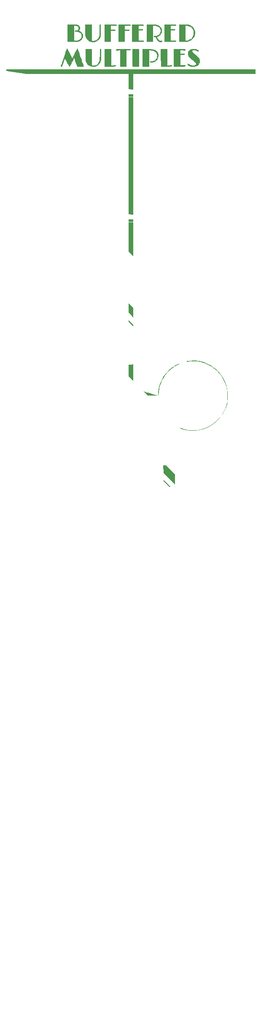
<source format=gto>
%TF.GenerationSoftware,KiCad,Pcbnew,7.0.0-da2b9df05c~163~ubuntu22.04.1*%
%TF.CreationDate,2023-02-21T20:52:04-05:00*%
%TF.ProjectId,multiples_panel,6d756c74-6970-46c6-9573-5f70616e656c,rev?*%
%TF.SameCoordinates,Original*%
%TF.FileFunction,Legend,Top*%
%TF.FilePolarity,Positive*%
%FSLAX46Y46*%
G04 Gerber Fmt 4.6, Leading zero omitted, Abs format (unit mm)*
G04 Created by KiCad (PCBNEW 7.0.0-da2b9df05c~163~ubuntu22.04.1) date 2023-02-21 20:52:04*
%MOMM*%
%LPD*%
G01*
G04 APERTURE LIST*
G04 Aperture macros list*
%AMFreePoly0*
4,1,159,6.626847,7.030287,7.150748,6.971257,7.668773,6.873242,8.178024,6.736788,8.675654,6.562660,9.158880,6.351831,9.625000,6.105479,10.071406,5.824983,10.495603,5.511912,10.895218,5.168016,11.268016,4.795218,11.611912,4.395603,11.924983,3.971406,12.205479,3.525000,12.451831,3.058880,12.662660,2.575654,12.836788,2.078024,12.973242,1.568773,13.071257,1.050748,13.130287,0.526847,
13.150000,0.000000,13.130287,-0.526847,13.071257,-1.050748,12.973242,-1.568773,12.836788,-2.078024,12.662660,-2.575654,12.451831,-3.058880,12.205479,-3.525000,11.924983,-3.971406,11.611912,-4.395603,11.268016,-4.795218,10.895218,-5.168016,10.495603,-5.511912,10.071406,-5.824983,9.625000,-6.105479,9.158880,-6.351831,8.675654,-6.562660,8.178024,-6.736788,7.668773,-6.873242,7.150748,-6.971257,
6.626847,-7.030287,6.100000,-7.050000,5.573153,-7.030287,5.049252,-6.971257,4.531227,-6.873242,4.021976,-6.736788,3.524346,-6.562660,3.041120,-6.351831,2.575000,-6.105479,2.128594,-5.824983,1.704397,-5.511912,1.304782,-5.168016,0.931984,-4.795218,0.588088,-4.395603,0.275017,-3.971406,-0.005479,-3.525000,-0.251831,-3.058880,-0.462660,-2.575654,-0.636788,-2.078024,-0.773242,-1.568773,
-0.871257,-1.050748,-0.930287,-0.526847,-0.950000,0.000000,0.945094,0.000000,0.964710,-0.449280,1.023409,-0.895140,1.120743,-1.334188,1.255973,-1.763082,1.428069,-2.178557,1.635720,-2.577453,1.877348,-2.956733,2.151113,-3.313510,2.454931,-3.645069,2.786490,-3.948887,3.143267,-4.222652,3.522547,-4.464280,3.921443,-4.671931,4.336918,-4.844027,4.765812,-4.979257,5.204860,-5.076591,
5.650720,-5.135290,6.100000,-5.154906,6.549280,-5.135290,6.995140,-5.076591,7.434188,-4.979257,7.863082,-4.844027,8.278557,-4.671931,8.677453,-4.464280,9.056733,-4.222652,9.413510,-3.948887,9.745069,-3.645069,10.048887,-3.313510,10.322652,-2.956733,10.564280,-2.577453,10.771931,-2.178557,10.944027,-1.763082,11.079257,-1.334188,11.176591,-0.895140,11.235290,-0.449280,11.254906,0.000000,
11.235290,0.449280,11.176591,0.895140,11.079257,1.334188,10.944027,1.763082,10.771931,2.178557,10.564280,2.577453,10.322652,2.956733,10.048887,3.313510,9.745069,3.645069,9.413510,3.948887,9.056733,4.222652,8.677453,4.464280,8.278557,4.671931,7.863082,4.844027,7.434188,4.979257,6.995140,5.076591,6.549280,5.135290,6.100000,5.154906,5.650720,5.135290,5.204860,5.076591,
4.765812,4.979257,4.336918,4.844027,3.921443,4.671931,3.522547,4.464280,3.143267,4.222652,2.786490,3.948887,2.454931,3.645069,2.151113,3.313510,1.877348,2.956733,1.635720,2.577453,1.428069,2.178557,1.255973,1.763082,1.120743,1.334188,1.023409,0.895140,0.964710,0.449280,0.945094,0.000000,-0.950000,0.000000,-0.930287,0.526847,-0.871257,1.050748,-0.773242,1.568773,
-0.636788,2.078024,-0.462660,2.575654,-0.251831,3.058880,-0.005479,3.525000,0.275017,3.971406,0.588088,4.395603,0.931984,4.795218,1.304782,5.168016,1.704397,5.511912,2.128594,5.824983,2.575000,6.105479,3.041120,6.351831,3.524346,6.562660,4.021976,6.736788,4.531227,6.873242,5.049252,6.971257,5.573153,7.030287,6.100000,7.050000,6.626847,7.030287,6.626847,7.030287,
$1*%
G04 Aperture macros list end*
%ADD10C,0.010000*%
%ADD11FreePoly0,0.000000*%
%ADD12C,0.800000*%
%ADD13O,6.800000X4.000000*%
G04 APERTURE END LIST*
%TO.C,GRAF3*%
G36*
X110364406Y-102012783D02*
G01*
X109764995Y-102012783D01*
X109764995Y-98291446D01*
X110364406Y-98291446D01*
X110364406Y-102012783D01*
G37*
D10*
X110364406Y-102012783D02*
X109764995Y-102012783D01*
X109764995Y-98291446D01*
X110364406Y-98291446D01*
X110364406Y-102012783D01*
G36*
X125399607Y-104010816D02*
G01*
X124600394Y-104010816D01*
X124600394Y-92022616D01*
X125399607Y-92022616D01*
X125399607Y-104010816D01*
G37*
X125399607Y-104010816D02*
X124600394Y-104010816D01*
X124600394Y-92022616D01*
X125399607Y-92022616D01*
X125399607Y-104010816D01*
G36*
X134815340Y-102012783D02*
G01*
X134215930Y-102012783D01*
X134215930Y-98291446D01*
X134815340Y-98291446D01*
X134815340Y-102012783D01*
G37*
X134815340Y-102012783D02*
X134215930Y-102012783D01*
X134215930Y-98291446D01*
X134815340Y-98291446D01*
X134815340Y-102012783D01*
G36*
X149975418Y-205311111D02*
G01*
X100024583Y-205311111D01*
X100024583Y-204511898D01*
X149975418Y-204511898D01*
X149975418Y-205311111D01*
G37*
X149975418Y-205311111D02*
X100024583Y-205311111D01*
X100024583Y-204511898D01*
X149975418Y-204511898D01*
X149975418Y-205311111D01*
G36*
X149975418Y-25488102D02*
G01*
X125399607Y-25488102D01*
X125399607Y-88026549D01*
X124600394Y-88026549D01*
X124600394Y-25488102D01*
X100024583Y-25488102D01*
X100024583Y-24688889D01*
X149975418Y-24688889D01*
X149975418Y-25488102D01*
G37*
X149975418Y-25488102D02*
X125399607Y-25488102D01*
X125399607Y-88026549D01*
X124600394Y-88026549D01*
X124600394Y-25488102D01*
X100024583Y-25488102D01*
X100024583Y-24688889D01*
X149975418Y-24688889D01*
X149975418Y-25488102D01*
G36*
X111032765Y-98308150D02*
G01*
X111301196Y-98356095D01*
X111549778Y-98432024D01*
X111694347Y-98495198D01*
X111788004Y-98542215D01*
X111788004Y-98291446D01*
X112387414Y-98291446D01*
X112387414Y-102012783D01*
X111788004Y-102012783D01*
X111786460Y-99277975D01*
X111681087Y-99199694D01*
X111502827Y-99086695D01*
X111305488Y-98993994D01*
X111259705Y-98976923D01*
X111163619Y-98943022D01*
X111163619Y-102012783D01*
X110539233Y-102012783D01*
X110539233Y-98291446D01*
X110759425Y-98291446D01*
X111032765Y-98308150D01*
G37*
X111032765Y-98308150D02*
X111301196Y-98356095D01*
X111549778Y-98432024D01*
X111694347Y-98495198D01*
X111788004Y-98542215D01*
X111788004Y-98291446D01*
X112387414Y-98291446D01*
X112387414Y-102012783D01*
X111788004Y-102012783D01*
X111786460Y-99277975D01*
X111681087Y-99199694D01*
X111502827Y-99086695D01*
X111305488Y-98993994D01*
X111259705Y-98976923D01*
X111163619Y-98943022D01*
X111163619Y-102012783D01*
X110539233Y-102012783D01*
X110539233Y-98291446D01*
X110759425Y-98291446D01*
X111032765Y-98308150D01*
G36*
X126610915Y-24027040D02*
G01*
X126009857Y-24033718D01*
X125841375Y-24034900D01*
X125689708Y-24034649D01*
X125561932Y-24033084D01*
X125465122Y-24030323D01*
X125406352Y-24026486D01*
X125391716Y-24023311D01*
X125388830Y-23996073D01*
X125386097Y-23922998D01*
X125383558Y-23808202D01*
X125381255Y-23655799D01*
X125379229Y-23469903D01*
X125377520Y-23254630D01*
X125376170Y-23014094D01*
X125375219Y-22752409D01*
X125374709Y-22473690D01*
X125374632Y-22312062D01*
X125374632Y-20617896D01*
X126623749Y-20617896D01*
X126610915Y-24027040D01*
G37*
X126610915Y-24027040D02*
X126009857Y-24033718D01*
X125841375Y-24034900D01*
X125689708Y-24034649D01*
X125561932Y-24033084D01*
X125465122Y-24030323D01*
X125406352Y-24026486D01*
X125391716Y-24023311D01*
X125388830Y-23996073D01*
X125386097Y-23922998D01*
X125383558Y-23808202D01*
X125381255Y-23655799D01*
X125379229Y-23469903D01*
X125377520Y-23254630D01*
X125376170Y-23014094D01*
X125375219Y-22752409D01*
X125374709Y-22473690D01*
X125374632Y-22312062D01*
X125374632Y-20617896D01*
X126623749Y-20617896D01*
X126610915Y-24027040D01*
G36*
X115259587Y-102012783D02*
G01*
X114660177Y-102012783D01*
X114660177Y-99584150D01*
X114552253Y-99672586D01*
X114444330Y-99761021D01*
X114269821Y-99569449D01*
X114195273Y-99486710D01*
X114133035Y-99415955D01*
X114091115Y-99366382D01*
X114078223Y-99349338D01*
X114092386Y-99327612D01*
X114138284Y-99277269D01*
X114210677Y-99203277D01*
X114304325Y-99110606D01*
X114413990Y-99004225D01*
X114534432Y-98889103D01*
X114660412Y-98770210D01*
X114786690Y-98652513D01*
X114908028Y-98540984D01*
X115019186Y-98440590D01*
X115114926Y-98356301D01*
X115190007Y-98293086D01*
X115202108Y-98283389D01*
X115259587Y-98237869D01*
X115259587Y-102012783D01*
G37*
X115259587Y-102012783D02*
X114660177Y-102012783D01*
X114660177Y-99584150D01*
X114552253Y-99672586D01*
X114444330Y-99761021D01*
X114269821Y-99569449D01*
X114195273Y-99486710D01*
X114133035Y-99415955D01*
X114091115Y-99366382D01*
X114078223Y-99349338D01*
X114092386Y-99327612D01*
X114138284Y-99277269D01*
X114210677Y-99203277D01*
X114304325Y-99110606D01*
X114413990Y-99004225D01*
X114534432Y-98889103D01*
X114660412Y-98770210D01*
X114786690Y-98652513D01*
X114908028Y-98540984D01*
X115019186Y-98440590D01*
X115114926Y-98356301D01*
X115190007Y-98293086D01*
X115202108Y-98283389D01*
X115259587Y-98237869D01*
X115259587Y-102012783D01*
G36*
X117126681Y-209126106D02*
G01*
X117133105Y-210755752D01*
X117296318Y-210755752D01*
X117408015Y-210750113D01*
X117538212Y-210735399D01*
X117647768Y-210716871D01*
X117752340Y-210697676D01*
X117819471Y-210692172D01*
X117859632Y-210699918D01*
X117871494Y-210707441D01*
X117904114Y-210761756D01*
X117892887Y-210824464D01*
X117861308Y-210864271D01*
X117844542Y-210875480D01*
X117818214Y-210884487D01*
X117777215Y-210891526D01*
X117716434Y-210896834D01*
X117630759Y-210900643D01*
X117515080Y-210903190D01*
X117364287Y-210904709D01*
X117173269Y-210905435D01*
X116962020Y-210905605D01*
X116108405Y-210905605D01*
X116114822Y-209201033D01*
X116121239Y-207496460D01*
X117120256Y-207496460D01*
X117126681Y-209126106D01*
G37*
X117126681Y-209126106D02*
X117133105Y-210755752D01*
X117296318Y-210755752D01*
X117408015Y-210750113D01*
X117538212Y-210735399D01*
X117647768Y-210716871D01*
X117752340Y-210697676D01*
X117819471Y-210692172D01*
X117859632Y-210699918D01*
X117871494Y-210707441D01*
X117904114Y-210761756D01*
X117892887Y-210824464D01*
X117861308Y-210864271D01*
X117844542Y-210875480D01*
X117818214Y-210884487D01*
X117777215Y-210891526D01*
X117716434Y-210896834D01*
X117630759Y-210900643D01*
X117515080Y-210903190D01*
X117364287Y-210904709D01*
X117173269Y-210905435D01*
X116962020Y-210905605D01*
X116108405Y-210905605D01*
X116114822Y-209201033D01*
X116121239Y-207496460D01*
X117120256Y-207496460D01*
X117126681Y-209126106D01*
G36*
X135296116Y-98298308D02*
G01*
X135550937Y-98322347D01*
X135792800Y-98368760D01*
X136008869Y-98434602D01*
X136140844Y-98492171D01*
X136238938Y-98542215D01*
X136238938Y-98291446D01*
X136838348Y-98291446D01*
X136838348Y-102012783D01*
X136238938Y-102012783D01*
X136238938Y-99294099D01*
X136145281Y-99216359D01*
X136074063Y-99164891D01*
X135981643Y-99108432D01*
X135880897Y-99053647D01*
X135784699Y-99007199D01*
X135705926Y-98975753D01*
X135661148Y-98965782D01*
X135651553Y-98967334D01*
X135643373Y-98974447D01*
X135636496Y-98990806D01*
X135630808Y-99020095D01*
X135626197Y-99066000D01*
X135622550Y-99132206D01*
X135619754Y-99222396D01*
X135617698Y-99340256D01*
X135616267Y-99489472D01*
X135615350Y-99673726D01*
X135614834Y-99896706D01*
X135614606Y-100162094D01*
X135614553Y-100473577D01*
X135614553Y-102012783D01*
X134990168Y-102012783D01*
X134990168Y-98284178D01*
X135296116Y-98298308D01*
G37*
X135296116Y-98298308D02*
X135550937Y-98322347D01*
X135792800Y-98368760D01*
X136008869Y-98434602D01*
X136140844Y-98492171D01*
X136238938Y-98542215D01*
X136238938Y-98291446D01*
X136838348Y-98291446D01*
X136838348Y-102012783D01*
X136238938Y-102012783D01*
X136238938Y-99294099D01*
X136145281Y-99216359D01*
X136074063Y-99164891D01*
X135981643Y-99108432D01*
X135880897Y-99053647D01*
X135784699Y-99007199D01*
X135705926Y-98975753D01*
X135661148Y-98965782D01*
X135651553Y-98967334D01*
X135643373Y-98974447D01*
X135636496Y-98990806D01*
X135630808Y-99020095D01*
X135626197Y-99066000D01*
X135622550Y-99132206D01*
X135619754Y-99222396D01*
X135617698Y-99340256D01*
X135616267Y-99489472D01*
X135615350Y-99673726D01*
X135614834Y-99896706D01*
X135614606Y-100162094D01*
X135614553Y-100473577D01*
X135614553Y-102012783D01*
X134990168Y-102012783D01*
X134990168Y-98284178D01*
X135296116Y-98298308D01*
G36*
X142024882Y-207481786D02*
G01*
X142165244Y-207483253D01*
X142272816Y-207485761D01*
X142351888Y-207489436D01*
X142406749Y-207494406D01*
X142441690Y-207500798D01*
X142460999Y-207508738D01*
X142467351Y-207515027D01*
X142479429Y-207573371D01*
X142447936Y-207627052D01*
X142394393Y-207659175D01*
X142341830Y-207669818D01*
X142253952Y-207678142D01*
X142145379Y-207682999D01*
X142081560Y-207683776D01*
X141833432Y-207683776D01*
X141833432Y-210905605D01*
X140834415Y-210905605D01*
X140834415Y-207677723D01*
X140491003Y-207686993D01*
X140147591Y-207696264D01*
X140139983Y-207618012D01*
X140141639Y-207560441D01*
X140170714Y-207528866D01*
X140208371Y-207513269D01*
X140254542Y-207506127D01*
X140348435Y-207499780D01*
X140487823Y-207494286D01*
X140670482Y-207489706D01*
X140894188Y-207486099D01*
X141156716Y-207483524D01*
X141364164Y-207482360D01*
X141628632Y-207481467D01*
X141847442Y-207481233D01*
X142024882Y-207481786D01*
G37*
X142024882Y-207481786D02*
X142165244Y-207483253D01*
X142272816Y-207485761D01*
X142351888Y-207489436D01*
X142406749Y-207494406D01*
X142441690Y-207500798D01*
X142460999Y-207508738D01*
X142467351Y-207515027D01*
X142479429Y-207573371D01*
X142447936Y-207627052D01*
X142394393Y-207659175D01*
X142341830Y-207669818D01*
X142253952Y-207678142D01*
X142145379Y-207682999D01*
X142081560Y-207683776D01*
X141833432Y-207683776D01*
X141833432Y-210905605D01*
X140834415Y-210905605D01*
X140834415Y-207677723D01*
X140491003Y-207686993D01*
X140147591Y-207696264D01*
X140139983Y-207618012D01*
X140141639Y-207560441D01*
X140170714Y-207528866D01*
X140208371Y-207513269D01*
X140254542Y-207506127D01*
X140348435Y-207499780D01*
X140487823Y-207494286D01*
X140670482Y-207489706D01*
X140894188Y-207486099D01*
X141156716Y-207483524D01*
X141364164Y-207482360D01*
X141628632Y-207481467D01*
X141847442Y-207481233D01*
X142024882Y-207481786D01*
G36*
X133472521Y-148864194D02*
G01*
X133683060Y-148904373D01*
X133880889Y-148979643D01*
X134062293Y-149086347D01*
X134223555Y-149220831D01*
X134360962Y-149379438D01*
X134470795Y-149558511D01*
X134549341Y-149754396D01*
X134592883Y-149963435D01*
X134597706Y-150181974D01*
X134560094Y-150406356D01*
X134476332Y-150632924D01*
X134474545Y-150636654D01*
X134349236Y-150842980D01*
X134187486Y-151022368D01*
X133997275Y-151166802D01*
X133887065Y-151226717D01*
X133676915Y-151310402D01*
X133478712Y-151353290D01*
X133278221Y-151357126D01*
X133073620Y-151326393D01*
X132849103Y-151253424D01*
X132646874Y-151140285D01*
X132470544Y-150992811D01*
X132323729Y-150816840D01*
X132210039Y-150618209D01*
X132133090Y-150402753D01*
X132096493Y-150176310D01*
X132103861Y-149944717D01*
X132131304Y-149804118D01*
X132214693Y-149580420D01*
X132340834Y-149375118D01*
X132503801Y-149195401D01*
X132697672Y-149048455D01*
X132801803Y-148990764D01*
X133028177Y-148903734D01*
X133252988Y-148862763D01*
X133472521Y-148864194D01*
G37*
X133472521Y-148864194D02*
X133683060Y-148904373D01*
X133880889Y-148979643D01*
X134062293Y-149086347D01*
X134223555Y-149220831D01*
X134360962Y-149379438D01*
X134470795Y-149558511D01*
X134549341Y-149754396D01*
X134592883Y-149963435D01*
X134597706Y-150181974D01*
X134560094Y-150406356D01*
X134476332Y-150632924D01*
X134474545Y-150636654D01*
X134349236Y-150842980D01*
X134187486Y-151022368D01*
X133997275Y-151166802D01*
X133887065Y-151226717D01*
X133676915Y-151310402D01*
X133478712Y-151353290D01*
X133278221Y-151357126D01*
X133073620Y-151326393D01*
X132849103Y-151253424D01*
X132646874Y-151140285D01*
X132470544Y-150992811D01*
X132323729Y-150816840D01*
X132210039Y-150618209D01*
X132133090Y-150402753D01*
X132096493Y-150176310D01*
X132103861Y-149944717D01*
X132131304Y-149804118D01*
X132214693Y-149580420D01*
X132340834Y-149375118D01*
X132503801Y-149195401D01*
X132697672Y-149048455D01*
X132801803Y-148990764D01*
X133028177Y-148903734D01*
X133252988Y-148862763D01*
X133472521Y-148864194D01*
G36*
X109048022Y-148868558D02*
G01*
X109269174Y-148916734D01*
X109478825Y-149003150D01*
X109671005Y-149125267D01*
X109839746Y-149280548D01*
X109979079Y-149466454D01*
X110083034Y-149680446D01*
X110093419Y-149709553D01*
X110135121Y-149884813D01*
X110151409Y-150080251D01*
X110142293Y-150276664D01*
X110107785Y-150454848D01*
X110092968Y-150500540D01*
X109986312Y-150726784D01*
X109843538Y-150923364D01*
X109670027Y-151087160D01*
X109471162Y-151215054D01*
X109252323Y-151303925D01*
X109018894Y-151350652D01*
X108776255Y-151352116D01*
X108653589Y-151334980D01*
X108470745Y-151280402D01*
X108284530Y-151189251D01*
X108111676Y-151070684D01*
X108018714Y-150987579D01*
X107861724Y-150798264D01*
X107748642Y-150592522D01*
X107678495Y-150375845D01*
X107650307Y-150153726D01*
X107663103Y-149931659D01*
X107715908Y-149715136D01*
X107807748Y-149509650D01*
X107937647Y-149320694D01*
X108104630Y-149153762D01*
X108307723Y-149014345D01*
X108375245Y-148978856D01*
X108595088Y-148897081D01*
X108821337Y-148861161D01*
X109048022Y-148868558D01*
G37*
X109048022Y-148868558D02*
X109269174Y-148916734D01*
X109478825Y-149003150D01*
X109671005Y-149125267D01*
X109839746Y-149280548D01*
X109979079Y-149466454D01*
X110083034Y-149680446D01*
X110093419Y-149709553D01*
X110135121Y-149884813D01*
X110151409Y-150080251D01*
X110142293Y-150276664D01*
X110107785Y-150454848D01*
X110092968Y-150500540D01*
X109986312Y-150726784D01*
X109843538Y-150923364D01*
X109670027Y-151087160D01*
X109471162Y-151215054D01*
X109252323Y-151303925D01*
X109018894Y-151350652D01*
X108776255Y-151352116D01*
X108653589Y-151334980D01*
X108470745Y-151280402D01*
X108284530Y-151189251D01*
X108111676Y-151070684D01*
X108018714Y-150987579D01*
X107861724Y-150798264D01*
X107748642Y-150592522D01*
X107678495Y-150375845D01*
X107650307Y-150153726D01*
X107663103Y-149931659D01*
X107715908Y-149715136D01*
X107807748Y-149509650D01*
X107937647Y-149320694D01*
X108104630Y-149153762D01*
X108307723Y-149014345D01*
X108375245Y-148978856D01*
X108595088Y-148897081D01*
X108821337Y-148861161D01*
X109048022Y-148868558D01*
G36*
X133790872Y-207480085D02*
G01*
X133898018Y-207481165D01*
X133959932Y-207482715D01*
X133982474Y-207505476D01*
X133991151Y-207556456D01*
X133979623Y-207606856D01*
X133941309Y-207642963D01*
X133870611Y-207666602D01*
X133761932Y-207679595D01*
X133609675Y-207683766D01*
X133600305Y-207683776D01*
X133366765Y-207683776D01*
X133366765Y-210905605D01*
X132342773Y-210905605D01*
X132342773Y-207678093D01*
X132014629Y-207687178D01*
X131879209Y-207690256D01*
X131785166Y-207690133D01*
X131723978Y-207685983D01*
X131687127Y-207676975D01*
X131666094Y-207662280D01*
X131658857Y-207652557D01*
X131646610Y-207595216D01*
X131678232Y-207543741D01*
X131747746Y-207507277D01*
X131755157Y-207505177D01*
X131789426Y-207502344D01*
X131867310Y-207499426D01*
X131982475Y-207496485D01*
X132128586Y-207493587D01*
X132299307Y-207490797D01*
X132488305Y-207488179D01*
X132689243Y-207485797D01*
X132895787Y-207483716D01*
X133101602Y-207482001D01*
X133300353Y-207480715D01*
X133485705Y-207479925D01*
X133651323Y-207479693D01*
X133790872Y-207480085D01*
G37*
X133790872Y-207480085D02*
X133898018Y-207481165D01*
X133959932Y-207482715D01*
X133982474Y-207505476D01*
X133991151Y-207556456D01*
X133979623Y-207606856D01*
X133941309Y-207642963D01*
X133870611Y-207666602D01*
X133761932Y-207679595D01*
X133609675Y-207683766D01*
X133600305Y-207683776D01*
X133366765Y-207683776D01*
X133366765Y-210905605D01*
X132342773Y-210905605D01*
X132342773Y-207678093D01*
X132014629Y-207687178D01*
X131879209Y-207690256D01*
X131785166Y-207690133D01*
X131723978Y-207685983D01*
X131687127Y-207676975D01*
X131666094Y-207662280D01*
X131658857Y-207652557D01*
X131646610Y-207595216D01*
X131678232Y-207543741D01*
X131747746Y-207507277D01*
X131755157Y-207505177D01*
X131789426Y-207502344D01*
X131867310Y-207499426D01*
X131982475Y-207496485D01*
X132128586Y-207493587D01*
X132299307Y-207490797D01*
X132488305Y-207488179D01*
X132689243Y-207485797D01*
X132895787Y-207483716D01*
X133101602Y-207482001D01*
X133300353Y-207480715D01*
X133485705Y-207479925D01*
X133651323Y-207479693D01*
X133790872Y-207480085D01*
G36*
X121028909Y-23864700D02*
G01*
X121299473Y-23864700D01*
X121428768Y-23861982D01*
X121556196Y-23854672D01*
X121663260Y-23844037D01*
X121709929Y-23836606D01*
X121838411Y-23819592D01*
X121924963Y-23828780D01*
X121970280Y-23864334D01*
X121977975Y-23899581D01*
X121977110Y-23929626D01*
X121971647Y-23954544D01*
X121957284Y-23974850D01*
X121929721Y-23991061D01*
X121884657Y-24003693D01*
X121817788Y-24013262D01*
X121724816Y-24020284D01*
X121601437Y-24025276D01*
X121443351Y-24028754D01*
X121246256Y-24031234D01*
X121005851Y-24033232D01*
X120855451Y-24034300D01*
X120632184Y-24035445D01*
X120424507Y-24035712D01*
X120237717Y-24035154D01*
X120077116Y-24033823D01*
X119948001Y-24031771D01*
X119855673Y-24029051D01*
X119805430Y-24025713D01*
X119797804Y-24023894D01*
X119794820Y-23996555D01*
X119791994Y-23923382D01*
X119789369Y-23808491D01*
X119786987Y-23655999D01*
X119784892Y-23470022D01*
X119783124Y-23254676D01*
X119781728Y-23014079D01*
X119780745Y-22752346D01*
X119780218Y-22473595D01*
X119780138Y-22312062D01*
X119780138Y-20617896D01*
X121028909Y-20617896D01*
X121028909Y-23864700D01*
G37*
X121028909Y-23864700D02*
X121299473Y-23864700D01*
X121428768Y-23861982D01*
X121556196Y-23854672D01*
X121663260Y-23844037D01*
X121709929Y-23836606D01*
X121838411Y-23819592D01*
X121924963Y-23828780D01*
X121970280Y-23864334D01*
X121977975Y-23899581D01*
X121977110Y-23929626D01*
X121971647Y-23954544D01*
X121957284Y-23974850D01*
X121929721Y-23991061D01*
X121884657Y-24003693D01*
X121817788Y-24013262D01*
X121724816Y-24020284D01*
X121601437Y-24025276D01*
X121443351Y-24028754D01*
X121246256Y-24031234D01*
X121005851Y-24033232D01*
X120855451Y-24034300D01*
X120632184Y-24035445D01*
X120424507Y-24035712D01*
X120237717Y-24035154D01*
X120077116Y-24033823D01*
X119948001Y-24031771D01*
X119855673Y-24029051D01*
X119805430Y-24025713D01*
X119797804Y-24023894D01*
X119794820Y-23996555D01*
X119791994Y-23923382D01*
X119789369Y-23808491D01*
X119786987Y-23655999D01*
X119784892Y-23470022D01*
X119783124Y-23254676D01*
X119781728Y-23014079D01*
X119780745Y-22752346D01*
X119780218Y-22473595D01*
X119780138Y-22312062D01*
X119780138Y-20617896D01*
X121028909Y-20617896D01*
X121028909Y-23864700D01*
G36*
X132317798Y-23864700D02*
G01*
X132603110Y-23864700D01*
X132732255Y-23862132D01*
X132856549Y-23855193D01*
X132959500Y-23845033D01*
X133011921Y-23836193D01*
X133130857Y-23818800D01*
X133214309Y-23828804D01*
X133259407Y-23865490D01*
X133266864Y-23899581D01*
X133265999Y-23929626D01*
X133260536Y-23954544D01*
X133246173Y-23974850D01*
X133218610Y-23991061D01*
X133173545Y-24003693D01*
X133106677Y-24013262D01*
X133013705Y-24020284D01*
X132890326Y-24025276D01*
X132732240Y-24028754D01*
X132535145Y-24031234D01*
X132294740Y-24033232D01*
X132144340Y-24034300D01*
X131921073Y-24035445D01*
X131713396Y-24035712D01*
X131526606Y-24035154D01*
X131366005Y-24033823D01*
X131236890Y-24031771D01*
X131144562Y-24029051D01*
X131094319Y-24025713D01*
X131086693Y-24023894D01*
X131083709Y-23996555D01*
X131080883Y-23923382D01*
X131078258Y-23808491D01*
X131075876Y-23655999D01*
X131073780Y-23470022D01*
X131072013Y-23254676D01*
X131070617Y-23014079D01*
X131069634Y-22752346D01*
X131069107Y-22473595D01*
X131069027Y-22312062D01*
X131069027Y-20617896D01*
X132317798Y-20617896D01*
X132317798Y-23864700D01*
G37*
X132317798Y-23864700D02*
X132603110Y-23864700D01*
X132732255Y-23862132D01*
X132856549Y-23855193D01*
X132959500Y-23845033D01*
X133011921Y-23836193D01*
X133130857Y-23818800D01*
X133214309Y-23828804D01*
X133259407Y-23865490D01*
X133266864Y-23899581D01*
X133265999Y-23929626D01*
X133260536Y-23954544D01*
X133246173Y-23974850D01*
X133218610Y-23991061D01*
X133173545Y-24003693D01*
X133106677Y-24013262D01*
X133013705Y-24020284D01*
X132890326Y-24025276D01*
X132732240Y-24028754D01*
X132535145Y-24031234D01*
X132294740Y-24033232D01*
X132144340Y-24034300D01*
X131921073Y-24035445D01*
X131713396Y-24035712D01*
X131526606Y-24035154D01*
X131366005Y-24033823D01*
X131236890Y-24031771D01*
X131144562Y-24029051D01*
X131094319Y-24025713D01*
X131086693Y-24023894D01*
X131083709Y-23996555D01*
X131080883Y-23923382D01*
X131078258Y-23808491D01*
X131075876Y-23655999D01*
X131073780Y-23470022D01*
X131072013Y-23254676D01*
X131070617Y-23014079D01*
X131069634Y-22752346D01*
X131069107Y-22473595D01*
X131069027Y-22312062D01*
X131069027Y-20617896D01*
X132317798Y-20617896D01*
X132317798Y-23864700D01*
G36*
X121157449Y-15672940D02*
G01*
X121383325Y-15673567D01*
X121567975Y-15674786D01*
X121715764Y-15676740D01*
X121831053Y-15679572D01*
X121918206Y-15683426D01*
X121981585Y-15688445D01*
X122025553Y-15694770D01*
X122054472Y-15702546D01*
X122072319Y-15711642D01*
X122119798Y-15760672D01*
X122120318Y-15814623D01*
X122103675Y-15847114D01*
X122089254Y-15859332D01*
X122059586Y-15868302D01*
X122008611Y-15874330D01*
X121930271Y-15877722D01*
X121818509Y-15878782D01*
X121667264Y-15877816D01*
X121529623Y-15876023D01*
X120978958Y-15867946D01*
X120978958Y-16721731D01*
X121415149Y-16721731D01*
X121573433Y-16722120D01*
X121689021Y-16723777D01*
X121769168Y-16727432D01*
X121821126Y-16733817D01*
X121852148Y-16743664D01*
X121869487Y-16757704D01*
X121876227Y-16768231D01*
X121885720Y-16825202D01*
X121868353Y-16859534D01*
X121852155Y-16875900D01*
X121826286Y-16887559D01*
X121783303Y-16895148D01*
X121715761Y-16899308D01*
X121616217Y-16900676D01*
X121477228Y-16899891D01*
X121407275Y-16899098D01*
X120978958Y-16893859D01*
X120978958Y-19094395D01*
X119755163Y-19094395D01*
X119755163Y-15672763D01*
X120885987Y-15672763D01*
X121157449Y-15672940D01*
G37*
X121157449Y-15672940D02*
X121383325Y-15673567D01*
X121567975Y-15674786D01*
X121715764Y-15676740D01*
X121831053Y-15679572D01*
X121918206Y-15683426D01*
X121981585Y-15688445D01*
X122025553Y-15694770D01*
X122054472Y-15702546D01*
X122072319Y-15711642D01*
X122119798Y-15760672D01*
X122120318Y-15814623D01*
X122103675Y-15847114D01*
X122089254Y-15859332D01*
X122059586Y-15868302D01*
X122008611Y-15874330D01*
X121930271Y-15877722D01*
X121818509Y-15878782D01*
X121667264Y-15877816D01*
X121529623Y-15876023D01*
X120978958Y-15867946D01*
X120978958Y-16721731D01*
X121415149Y-16721731D01*
X121573433Y-16722120D01*
X121689021Y-16723777D01*
X121769168Y-16727432D01*
X121821126Y-16733817D01*
X121852148Y-16743664D01*
X121869487Y-16757704D01*
X121876227Y-16768231D01*
X121885720Y-16825202D01*
X121868353Y-16859534D01*
X121852155Y-16875900D01*
X121826286Y-16887559D01*
X121783303Y-16895148D01*
X121715761Y-16899308D01*
X121616217Y-16900676D01*
X121477228Y-16899891D01*
X121407275Y-16899098D01*
X120978958Y-16893859D01*
X120978958Y-19094395D01*
X119755163Y-19094395D01*
X119755163Y-15672763D01*
X120885987Y-15672763D01*
X121157449Y-15672940D01*
G36*
X124500941Y-15676411D02*
G01*
X124614185Y-15677881D01*
X124699785Y-15680513D01*
X124762201Y-15684479D01*
X124805894Y-15689947D01*
X124835325Y-15697088D01*
X124854955Y-15706072D01*
X124869246Y-15717069D01*
X124876702Y-15724293D01*
X124911072Y-15765979D01*
X124910113Y-15800772D01*
X124892624Y-15830690D01*
X124879341Y-15848513D01*
X124861992Y-15861813D01*
X124833954Y-15871109D01*
X124788606Y-15876923D01*
X124719324Y-15879777D01*
X124619487Y-15880190D01*
X124482473Y-15878685D01*
X124316359Y-15876027D01*
X123776205Y-15867000D01*
X123776205Y-16721731D01*
X124186257Y-16721731D01*
X124326759Y-16722622D01*
X124451492Y-16725085D01*
X124551109Y-16728804D01*
X124616265Y-16733466D01*
X124635814Y-16736890D01*
X124665931Y-16771017D01*
X124674424Y-16825344D01*
X124659445Y-16874204D01*
X124646585Y-16886394D01*
X124613083Y-16891995D01*
X124538543Y-16896250D01*
X124431866Y-16898911D01*
X124301952Y-16899726D01*
X124197028Y-16899006D01*
X123776205Y-16893859D01*
X123776205Y-19094395D01*
X122527087Y-19094395D01*
X122533505Y-17389823D01*
X122539922Y-15685251D01*
X123682295Y-15678755D01*
X123950729Y-15677276D01*
X124173674Y-15676278D01*
X124355591Y-15675933D01*
X124500941Y-15676411D01*
G37*
X124500941Y-15676411D02*
X124614185Y-15677881D01*
X124699785Y-15680513D01*
X124762201Y-15684479D01*
X124805894Y-15689947D01*
X124835325Y-15697088D01*
X124854955Y-15706072D01*
X124869246Y-15717069D01*
X124876702Y-15724293D01*
X124911072Y-15765979D01*
X124910113Y-15800772D01*
X124892624Y-15830690D01*
X124879341Y-15848513D01*
X124861992Y-15861813D01*
X124833954Y-15871109D01*
X124788606Y-15876923D01*
X124719324Y-15879777D01*
X124619487Y-15880190D01*
X124482473Y-15878685D01*
X124316359Y-15876027D01*
X123776205Y-15867000D01*
X123776205Y-16721731D01*
X124186257Y-16721731D01*
X124326759Y-16722622D01*
X124451492Y-16725085D01*
X124551109Y-16728804D01*
X124616265Y-16733466D01*
X124635814Y-16736890D01*
X124665931Y-16771017D01*
X124674424Y-16825344D01*
X124659445Y-16874204D01*
X124646585Y-16886394D01*
X124613083Y-16891995D01*
X124538543Y-16896250D01*
X124431866Y-16898911D01*
X124301952Y-16899726D01*
X124197028Y-16899006D01*
X123776205Y-16893859D01*
X123776205Y-19094395D01*
X122527087Y-19094395D01*
X122533505Y-17389823D01*
X122539922Y-15685251D01*
X123682295Y-15678755D01*
X123950729Y-15677276D01*
X124173674Y-15676278D01*
X124355591Y-15675933D01*
X124500941Y-15676411D01*
G36*
X135158752Y-207491757D02*
G01*
X135405487Y-207497694D01*
X135607148Y-207504469D01*
X135768605Y-207512376D01*
X135894732Y-207521709D01*
X135990400Y-207532760D01*
X136060483Y-207545825D01*
X136061947Y-207546179D01*
X136287183Y-207624944D01*
X136483222Y-207742520D01*
X136647544Y-207895487D01*
X136777626Y-208080424D01*
X136870948Y-208293911D01*
X136924989Y-208532527D01*
X136938250Y-208735026D01*
X136919135Y-208995800D01*
X136863822Y-209241763D01*
X136775361Y-209467181D01*
X136656801Y-209666321D01*
X136511193Y-209833450D01*
X136341586Y-209962837D01*
X136262559Y-210005194D01*
X136152389Y-210048876D01*
X136027070Y-210085516D01*
X135901436Y-210112052D01*
X135790323Y-210125419D01*
X135708565Y-210122556D01*
X135701613Y-210121022D01*
X135636134Y-210084911D01*
X135603900Y-210026337D01*
X135612735Y-209960083D01*
X135614553Y-209956539D01*
X135634292Y-209931130D01*
X135667562Y-209916050D01*
X135725899Y-209908733D01*
X135820840Y-209906616D01*
X135839274Y-209906588D01*
X136037062Y-209891298D01*
X136204228Y-209842994D01*
X136350560Y-209758030D01*
X136436577Y-209683918D01*
X136576424Y-209514208D01*
X136678021Y-209314320D01*
X136741737Y-209083225D01*
X136767941Y-208819893D01*
X136768710Y-208758531D01*
X136749358Y-208508232D01*
X136692329Y-208290687D01*
X136597877Y-208106149D01*
X136466260Y-207954874D01*
X136297732Y-207837116D01*
X136092549Y-207753130D01*
X135850965Y-207703169D01*
X135695723Y-207689950D01*
X135414750Y-207676809D01*
X135414750Y-210905605D01*
X134415733Y-210905605D01*
X134415733Y-207476354D01*
X135158752Y-207491757D01*
G37*
X135158752Y-207491757D02*
X135405487Y-207497694D01*
X135607148Y-207504469D01*
X135768605Y-207512376D01*
X135894732Y-207521709D01*
X135990400Y-207532760D01*
X136060483Y-207545825D01*
X136061947Y-207546179D01*
X136287183Y-207624944D01*
X136483222Y-207742520D01*
X136647544Y-207895487D01*
X136777626Y-208080424D01*
X136870948Y-208293911D01*
X136924989Y-208532527D01*
X136938250Y-208735026D01*
X136919135Y-208995800D01*
X136863822Y-209241763D01*
X136775361Y-209467181D01*
X136656801Y-209666321D01*
X136511193Y-209833450D01*
X136341586Y-209962837D01*
X136262559Y-210005194D01*
X136152389Y-210048876D01*
X136027070Y-210085516D01*
X135901436Y-210112052D01*
X135790323Y-210125419D01*
X135708565Y-210122556D01*
X135701613Y-210121022D01*
X135636134Y-210084911D01*
X135603900Y-210026337D01*
X135612735Y-209960083D01*
X135614553Y-209956539D01*
X135634292Y-209931130D01*
X135667562Y-209916050D01*
X135725899Y-209908733D01*
X135820840Y-209906616D01*
X135839274Y-209906588D01*
X136037062Y-209891298D01*
X136204228Y-209842994D01*
X136350560Y-209758030D01*
X136436577Y-209683918D01*
X136576424Y-209514208D01*
X136678021Y-209314320D01*
X136741737Y-209083225D01*
X136767941Y-208819893D01*
X136768710Y-208758531D01*
X136749358Y-208508232D01*
X136692329Y-208290687D01*
X136597877Y-208106149D01*
X136466260Y-207954874D01*
X136297732Y-207837116D01*
X136092549Y-207753130D01*
X135850965Y-207703169D01*
X135695723Y-207689950D01*
X135414750Y-207676809D01*
X135414750Y-210905605D01*
X134415733Y-210905605D01*
X134415733Y-207476354D01*
X135158752Y-207491757D01*
G36*
X127036302Y-15676896D02*
G01*
X127178923Y-15678116D01*
X127289489Y-15680460D01*
X127372474Y-15684053D01*
X127432350Y-15689020D01*
X127473591Y-15695485D01*
X127500669Y-15703573D01*
X127514004Y-15710534D01*
X127563965Y-15760448D01*
X127564127Y-15811654D01*
X127531160Y-15850777D01*
X127506085Y-15863029D01*
X127460890Y-15871598D01*
X127389292Y-15876786D01*
X127285012Y-15878899D01*
X127141769Y-15878239D01*
X127006676Y-15876139D01*
X126523501Y-15867223D01*
X126523501Y-16603540D01*
X126911374Y-16591751D01*
X127076888Y-16587918D01*
X127198682Y-16588881D01*
X127282874Y-16596064D01*
X127335581Y-16610888D01*
X127362921Y-16634778D01*
X127371010Y-16669155D01*
X127368793Y-16698155D01*
X127360177Y-16759194D01*
X126941839Y-16766042D01*
X126523501Y-16772889D01*
X126523501Y-18926421D01*
X127026389Y-18916750D01*
X127197769Y-18913757D01*
X127325969Y-18912586D01*
X127417740Y-18913691D01*
X127479835Y-18917524D01*
X127519005Y-18924539D01*
X127542002Y-18935189D01*
X127555577Y-18949926D01*
X127557117Y-18952351D01*
X127569688Y-18991327D01*
X127546516Y-19027993D01*
X127525995Y-19046009D01*
X127509903Y-19057616D01*
X127489471Y-19067204D01*
X127460110Y-19074967D01*
X127417230Y-19081095D01*
X127356243Y-19085782D01*
X127272559Y-19089220D01*
X127161589Y-19091601D01*
X127018745Y-19093116D01*
X126839437Y-19093959D01*
X126619077Y-19094321D01*
X126370708Y-19094395D01*
X125274383Y-19094395D01*
X125280801Y-17389823D01*
X125287218Y-15685251D01*
X126371379Y-15678739D01*
X126637003Y-15677332D01*
X126857153Y-15676676D01*
X127036302Y-15676896D01*
G37*
X127036302Y-15676896D02*
X127178923Y-15678116D01*
X127289489Y-15680460D01*
X127372474Y-15684053D01*
X127432350Y-15689020D01*
X127473591Y-15695485D01*
X127500669Y-15703573D01*
X127514004Y-15710534D01*
X127563965Y-15760448D01*
X127564127Y-15811654D01*
X127531160Y-15850777D01*
X127506085Y-15863029D01*
X127460890Y-15871598D01*
X127389292Y-15876786D01*
X127285012Y-15878899D01*
X127141769Y-15878239D01*
X127006676Y-15876139D01*
X126523501Y-15867223D01*
X126523501Y-16603540D01*
X126911374Y-16591751D01*
X127076888Y-16587918D01*
X127198682Y-16588881D01*
X127282874Y-16596064D01*
X127335581Y-16610888D01*
X127362921Y-16634778D01*
X127371010Y-16669155D01*
X127368793Y-16698155D01*
X127360177Y-16759194D01*
X126941839Y-16766042D01*
X126523501Y-16772889D01*
X126523501Y-18926421D01*
X127026389Y-18916750D01*
X127197769Y-18913757D01*
X127325969Y-18912586D01*
X127417740Y-18913691D01*
X127479835Y-18917524D01*
X127519005Y-18924539D01*
X127542002Y-18935189D01*
X127555577Y-18949926D01*
X127557117Y-18952351D01*
X127569688Y-18991327D01*
X127546516Y-19027993D01*
X127525995Y-19046009D01*
X127509903Y-19057616D01*
X127489471Y-19067204D01*
X127460110Y-19074967D01*
X127417230Y-19081095D01*
X127356243Y-19085782D01*
X127272559Y-19089220D01*
X127161589Y-19091601D01*
X127018745Y-19093116D01*
X126839437Y-19093959D01*
X126619077Y-19094321D01*
X126370708Y-19094395D01*
X125274383Y-19094395D01*
X125280801Y-17389823D01*
X125287218Y-15685251D01*
X126371379Y-15678739D01*
X126637003Y-15677332D01*
X126857153Y-15676676D01*
X127036302Y-15676896D01*
G36*
X133139242Y-15672952D02*
G01*
X133358816Y-15673620D01*
X133537379Y-15674920D01*
X133679399Y-15677005D01*
X133789347Y-15680028D01*
X133871691Y-15684141D01*
X133930900Y-15689499D01*
X133971444Y-15696253D01*
X133997792Y-15704557D01*
X134010569Y-15711642D01*
X134058027Y-15760616D01*
X134058555Y-15814555D01*
X134041680Y-15847510D01*
X134026873Y-15860371D01*
X133996871Y-15869623D01*
X133945269Y-15875621D01*
X133865664Y-15878716D01*
X133751652Y-15879260D01*
X133596828Y-15877605D01*
X133517579Y-15876331D01*
X133017110Y-15867769D01*
X133017110Y-16603540D01*
X133404983Y-16591751D01*
X133570497Y-16587918D01*
X133692291Y-16588881D01*
X133776483Y-16596064D01*
X133829190Y-16610888D01*
X133856530Y-16634778D01*
X133864619Y-16669155D01*
X133862402Y-16698155D01*
X133853786Y-16759194D01*
X133435448Y-16766042D01*
X133017110Y-16772889D01*
X133017110Y-18926421D01*
X133519998Y-18916750D01*
X133691378Y-18913757D01*
X133819578Y-18912586D01*
X133911349Y-18913691D01*
X133973443Y-18917524D01*
X134012613Y-18924539D01*
X134035610Y-18935189D01*
X134049186Y-18949926D01*
X134050726Y-18952351D01*
X134063297Y-18991327D01*
X134040124Y-19027993D01*
X134019603Y-19046009D01*
X134003420Y-19057678D01*
X133982874Y-19067306D01*
X133953348Y-19075088D01*
X133910222Y-19081222D01*
X133848878Y-19085901D01*
X133764697Y-19089322D01*
X133653062Y-19091679D01*
X133509352Y-19093170D01*
X133328949Y-19093989D01*
X133107236Y-19094332D01*
X132876978Y-19094395D01*
X131793314Y-19094395D01*
X131793314Y-15672763D01*
X132874188Y-15672763D01*
X133139242Y-15672952D01*
G37*
X133139242Y-15672952D02*
X133358816Y-15673620D01*
X133537379Y-15674920D01*
X133679399Y-15677005D01*
X133789347Y-15680028D01*
X133871691Y-15684141D01*
X133930900Y-15689499D01*
X133971444Y-15696253D01*
X133997792Y-15704557D01*
X134010569Y-15711642D01*
X134058027Y-15760616D01*
X134058555Y-15814555D01*
X134041680Y-15847510D01*
X134026873Y-15860371D01*
X133996871Y-15869623D01*
X133945269Y-15875621D01*
X133865664Y-15878716D01*
X133751652Y-15879260D01*
X133596828Y-15877605D01*
X133517579Y-15876331D01*
X133017110Y-15867769D01*
X133017110Y-16603540D01*
X133404983Y-16591751D01*
X133570497Y-16587918D01*
X133692291Y-16588881D01*
X133776483Y-16596064D01*
X133829190Y-16610888D01*
X133856530Y-16634778D01*
X133864619Y-16669155D01*
X133862402Y-16698155D01*
X133853786Y-16759194D01*
X133435448Y-16766042D01*
X133017110Y-16772889D01*
X133017110Y-18926421D01*
X133519998Y-18916750D01*
X133691378Y-18913757D01*
X133819578Y-18912586D01*
X133911349Y-18913691D01*
X133973443Y-18917524D01*
X134012613Y-18924539D01*
X134035610Y-18935189D01*
X134049186Y-18949926D01*
X134050726Y-18952351D01*
X134063297Y-18991327D01*
X134040124Y-19027993D01*
X134019603Y-19046009D01*
X134003420Y-19057678D01*
X133982874Y-19067306D01*
X133953348Y-19075088D01*
X133910222Y-19081222D01*
X133848878Y-19085901D01*
X133764697Y-19089322D01*
X133653062Y-19091679D01*
X133509352Y-19093170D01*
X133328949Y-19093989D01*
X133107236Y-19094332D01*
X132876978Y-19094395D01*
X131793314Y-19094395D01*
X131793314Y-15672763D01*
X132874188Y-15672763D01*
X133139242Y-15672952D01*
G36*
X124443174Y-20613551D02*
G01*
X124579904Y-20614724D01*
X124686407Y-20616775D01*
X124766627Y-20619809D01*
X124824508Y-20623929D01*
X124863995Y-20629240D01*
X124889032Y-20635848D01*
X124903564Y-20643857D01*
X124911065Y-20652582D01*
X124921833Y-20691301D01*
X124895622Y-20729552D01*
X124878600Y-20744338D01*
X124849500Y-20763930D01*
X124812147Y-20777457D01*
X124757427Y-20786004D01*
X124676228Y-20790660D01*
X124559437Y-20792509D01*
X124472750Y-20792724D01*
X124125861Y-20792724D01*
X124125861Y-24039528D01*
X123518126Y-24039528D01*
X123348702Y-24038871D01*
X123196098Y-24037024D01*
X123067341Y-24034176D01*
X122969460Y-24030512D01*
X122909482Y-24026222D01*
X122893740Y-24022878D01*
X122890857Y-23995658D01*
X122888132Y-23922709D01*
X122885608Y-23808254D01*
X122883329Y-23656513D01*
X122881338Y-23471708D01*
X122879678Y-23258062D01*
X122878392Y-23019796D01*
X122877524Y-22761132D01*
X122877116Y-22486292D01*
X122877090Y-22395934D01*
X122877090Y-20785640D01*
X122546166Y-20800255D01*
X122418118Y-20806925D01*
X122304425Y-20814720D01*
X122216366Y-20822738D01*
X122165219Y-20830074D01*
X122161356Y-20831081D01*
X122099188Y-20827318D01*
X122055777Y-20795599D01*
X122019966Y-20735779D01*
X122032425Y-20682261D01*
X122090175Y-20642943D01*
X122125036Y-20638868D01*
X122205086Y-20634824D01*
X122325562Y-20630902D01*
X122481701Y-20627195D01*
X122668741Y-20623794D01*
X122881919Y-20620790D01*
X123116474Y-20618275D01*
X123367642Y-20616341D01*
X123515090Y-20615540D01*
X123812174Y-20614250D01*
X124063253Y-20613418D01*
X124272272Y-20613150D01*
X124443174Y-20613551D01*
G37*
X124443174Y-20613551D02*
X124579904Y-20614724D01*
X124686407Y-20616775D01*
X124766627Y-20619809D01*
X124824508Y-20623929D01*
X124863995Y-20629240D01*
X124889032Y-20635848D01*
X124903564Y-20643857D01*
X124911065Y-20652582D01*
X124921833Y-20691301D01*
X124895622Y-20729552D01*
X124878600Y-20744338D01*
X124849500Y-20763930D01*
X124812147Y-20777457D01*
X124757427Y-20786004D01*
X124676228Y-20790660D01*
X124559437Y-20792509D01*
X124472750Y-20792724D01*
X124125861Y-20792724D01*
X124125861Y-24039528D01*
X123518126Y-24039528D01*
X123348702Y-24038871D01*
X123196098Y-24037024D01*
X123067341Y-24034176D01*
X122969460Y-24030512D01*
X122909482Y-24026222D01*
X122893740Y-24022878D01*
X122890857Y-23995658D01*
X122888132Y-23922709D01*
X122885608Y-23808254D01*
X122883329Y-23656513D01*
X122881338Y-23471708D01*
X122879678Y-23258062D01*
X122878392Y-23019796D01*
X122877524Y-22761132D01*
X122877116Y-22486292D01*
X122877090Y-22395934D01*
X122877090Y-20785640D01*
X122546166Y-20800255D01*
X122418118Y-20806925D01*
X122304425Y-20814720D01*
X122216366Y-20822738D01*
X122165219Y-20830074D01*
X122161356Y-20831081D01*
X122099188Y-20827318D01*
X122055777Y-20795599D01*
X122019966Y-20735779D01*
X122032425Y-20682261D01*
X122090175Y-20642943D01*
X122125036Y-20638868D01*
X122205086Y-20634824D01*
X122325562Y-20630902D01*
X122481701Y-20627195D01*
X122668741Y-20623794D01*
X122881919Y-20620790D01*
X123116474Y-20618275D01*
X123367642Y-20616341D01*
X123515090Y-20615540D01*
X123812174Y-20614250D01*
X124063253Y-20613418D01*
X124272272Y-20613150D01*
X124443174Y-20613551D01*
G36*
X128377926Y-20624786D02*
G01*
X128633292Y-20628153D01*
X128844146Y-20631749D01*
X129015927Y-20635841D01*
X129154074Y-20640690D01*
X129264025Y-20646562D01*
X129351219Y-20653720D01*
X129421094Y-20662429D01*
X129479091Y-20672953D01*
X129508063Y-20679651D01*
X129761909Y-20764570D01*
X129985928Y-20884516D01*
X130176459Y-21036745D01*
X130329840Y-21218510D01*
X130410322Y-21356108D01*
X130457548Y-21458663D01*
X130486783Y-21545852D01*
X130503544Y-21639401D01*
X130513353Y-21761035D01*
X130513398Y-21761825D01*
X130506111Y-22032485D01*
X130454684Y-22284801D01*
X130362435Y-22515233D01*
X130232682Y-22720238D01*
X130068740Y-22896275D01*
X129873928Y-23039801D01*
X129651563Y-23147277D01*
X129404962Y-23215159D01*
X129137441Y-23239906D01*
X129128972Y-23239946D01*
X129002443Y-23232409D01*
X128920020Y-23208186D01*
X128878226Y-23165783D01*
X128871190Y-23129200D01*
X128889732Y-23079280D01*
X128947419Y-23048266D01*
X129047346Y-23035059D01*
X129135194Y-23035455D01*
X129383468Y-23022965D01*
X129609023Y-22967732D01*
X129808859Y-22872909D01*
X129979975Y-22741646D01*
X130119371Y-22577096D01*
X130224048Y-22382408D01*
X130291006Y-22160736D01*
X130317244Y-21915229D01*
X130314876Y-21796231D01*
X130280708Y-21577740D01*
X130204554Y-21385507D01*
X130085641Y-21218378D01*
X129923201Y-21075201D01*
X129770871Y-20982069D01*
X129633834Y-20918963D01*
X129488363Y-20871454D01*
X129323538Y-20837131D01*
X129128443Y-20813583D01*
X128952360Y-20801365D01*
X128646411Y-20785015D01*
X128646411Y-24039528D01*
X127422616Y-24039528D01*
X127422616Y-20613370D01*
X128377926Y-20624786D01*
G37*
X128377926Y-20624786D02*
X128633292Y-20628153D01*
X128844146Y-20631749D01*
X129015927Y-20635841D01*
X129154074Y-20640690D01*
X129264025Y-20646562D01*
X129351219Y-20653720D01*
X129421094Y-20662429D01*
X129479091Y-20672953D01*
X129508063Y-20679651D01*
X129761909Y-20764570D01*
X129985928Y-20884516D01*
X130176459Y-21036745D01*
X130329840Y-21218510D01*
X130410322Y-21356108D01*
X130457548Y-21458663D01*
X130486783Y-21545852D01*
X130503544Y-21639401D01*
X130513353Y-21761035D01*
X130513398Y-21761825D01*
X130506111Y-22032485D01*
X130454684Y-22284801D01*
X130362435Y-22515233D01*
X130232682Y-22720238D01*
X130068740Y-22896275D01*
X129873928Y-23039801D01*
X129651563Y-23147277D01*
X129404962Y-23215159D01*
X129137441Y-23239906D01*
X129128972Y-23239946D01*
X129002443Y-23232409D01*
X128920020Y-23208186D01*
X128878226Y-23165783D01*
X128871190Y-23129200D01*
X128889732Y-23079280D01*
X128947419Y-23048266D01*
X129047346Y-23035059D01*
X129135194Y-23035455D01*
X129383468Y-23022965D01*
X129609023Y-22967732D01*
X129808859Y-22872909D01*
X129979975Y-22741646D01*
X130119371Y-22577096D01*
X130224048Y-22382408D01*
X130291006Y-22160736D01*
X130317244Y-21915229D01*
X130314876Y-21796231D01*
X130280708Y-21577740D01*
X130204554Y-21385507D01*
X130085641Y-21218378D01*
X129923201Y-21075201D01*
X129770871Y-20982069D01*
X129633834Y-20918963D01*
X129488363Y-20871454D01*
X129323538Y-20837131D01*
X129128443Y-20813583D01*
X128952360Y-20801365D01*
X128646411Y-20785015D01*
X128646411Y-24039528D01*
X127422616Y-24039528D01*
X127422616Y-20613370D01*
X128377926Y-20624786D01*
G36*
X135073988Y-20617944D02*
G01*
X135302295Y-20618402D01*
X135488778Y-20619743D01*
X135637499Y-20622438D01*
X135752523Y-20626957D01*
X135837911Y-20633774D01*
X135897727Y-20643359D01*
X135936035Y-20656184D01*
X135956898Y-20672721D01*
X135964379Y-20693441D01*
X135962540Y-20718817D01*
X135955446Y-20749318D01*
X135954783Y-20751952D01*
X135929785Y-20800319D01*
X135880139Y-20824056D01*
X135797599Y-20825450D01*
X135724622Y-20815824D01*
X135653041Y-20808135D01*
X135545362Y-20801560D01*
X135415431Y-20796741D01*
X135277099Y-20794320D01*
X135258653Y-20794213D01*
X134915241Y-20792724D01*
X134915241Y-21517011D01*
X135304002Y-21517011D01*
X135447436Y-21518647D01*
X135572231Y-21523193D01*
X135669217Y-21530107D01*
X135729225Y-21538847D01*
X135741072Y-21542865D01*
X135783716Y-21585661D01*
X135778834Y-21639445D01*
X135750134Y-21677567D01*
X135726875Y-21692808D01*
X135687422Y-21703662D01*
X135624282Y-21710802D01*
X135529964Y-21714899D01*
X135396976Y-21716628D01*
X135313064Y-21716814D01*
X134915241Y-21716814D01*
X134915241Y-23845003D01*
X135418267Y-23836120D01*
X135590074Y-23833422D01*
X135718670Y-23832532D01*
X135810773Y-23833892D01*
X135873106Y-23837942D01*
X135912387Y-23845123D01*
X135935337Y-23855877D01*
X135948677Y-23870645D01*
X135948867Y-23870944D01*
X135960619Y-23928459D01*
X135929974Y-23981165D01*
X135863981Y-24017157D01*
X135861943Y-24017739D01*
X135824683Y-24021389D01*
X135743014Y-24024884D01*
X135622477Y-24028127D01*
X135468616Y-24031022D01*
X135286971Y-24033475D01*
X135083085Y-24035388D01*
X134862500Y-24036665D01*
X134746657Y-24037039D01*
X133691446Y-24039528D01*
X133691446Y-20617896D01*
X134799794Y-20617896D01*
X135073988Y-20617944D01*
G37*
X135073988Y-20617944D02*
X135302295Y-20618402D01*
X135488778Y-20619743D01*
X135637499Y-20622438D01*
X135752523Y-20626957D01*
X135837911Y-20633774D01*
X135897727Y-20643359D01*
X135936035Y-20656184D01*
X135956898Y-20672721D01*
X135964379Y-20693441D01*
X135962540Y-20718817D01*
X135955446Y-20749318D01*
X135954783Y-20751952D01*
X135929785Y-20800319D01*
X135880139Y-20824056D01*
X135797599Y-20825450D01*
X135724622Y-20815824D01*
X135653041Y-20808135D01*
X135545362Y-20801560D01*
X135415431Y-20796741D01*
X135277099Y-20794320D01*
X135258653Y-20794213D01*
X134915241Y-20792724D01*
X134915241Y-21517011D01*
X135304002Y-21517011D01*
X135447436Y-21518647D01*
X135572231Y-21523193D01*
X135669217Y-21530107D01*
X135729225Y-21538847D01*
X135741072Y-21542865D01*
X135783716Y-21585661D01*
X135778834Y-21639445D01*
X135750134Y-21677567D01*
X135726875Y-21692808D01*
X135687422Y-21703662D01*
X135624282Y-21710802D01*
X135529964Y-21714899D01*
X135396976Y-21716628D01*
X135313064Y-21716814D01*
X134915241Y-21716814D01*
X134915241Y-23845003D01*
X135418267Y-23836120D01*
X135590074Y-23833422D01*
X135718670Y-23832532D01*
X135810773Y-23833892D01*
X135873106Y-23837942D01*
X135912387Y-23845123D01*
X135935337Y-23855877D01*
X135948677Y-23870645D01*
X135948867Y-23870944D01*
X135960619Y-23928459D01*
X135929974Y-23981165D01*
X135863981Y-24017157D01*
X135861943Y-24017739D01*
X135824683Y-24021389D01*
X135743014Y-24024884D01*
X135622477Y-24028127D01*
X135468616Y-24031022D01*
X135286971Y-24033475D01*
X135083085Y-24035388D01*
X134862500Y-24036665D01*
X134746657Y-24037039D01*
X133691446Y-24039528D01*
X133691446Y-20617896D01*
X134799794Y-20617896D01*
X135073988Y-20617944D01*
G36*
X118959885Y-20612198D02*
G01*
X118979776Y-20629000D01*
X118987451Y-20651187D01*
X118993515Y-20699533D01*
X118998029Y-20777449D01*
X119001056Y-20888345D01*
X119002656Y-21035631D01*
X119002893Y-21222717D01*
X119001827Y-21453014D01*
X118999601Y-21721674D01*
X118996753Y-21998972D01*
X118993550Y-22231769D01*
X118989346Y-22425515D01*
X118983497Y-22585660D01*
X118975356Y-22717654D01*
X118964278Y-22826946D01*
X118949617Y-22918986D01*
X118930728Y-22999223D01*
X118906964Y-23073107D01*
X118877681Y-23146088D01*
X118842233Y-23223615D01*
X118814949Y-23280326D01*
X118679450Y-23506144D01*
X118510874Y-23695381D01*
X118311203Y-23847037D01*
X118082419Y-23960112D01*
X117826503Y-24033606D01*
X117545437Y-24066518D01*
X117269253Y-24060340D01*
X116996296Y-24014776D01*
X116748394Y-23926560D01*
X116527897Y-23797532D01*
X116337156Y-23629534D01*
X116178521Y-23424406D01*
X116054343Y-23183989D01*
X116014719Y-23077975D01*
X115947410Y-22878171D01*
X115939270Y-21748034D01*
X115931129Y-20617896D01*
X117157719Y-20617896D01*
X117157719Y-23858456D01*
X117235767Y-23874066D01*
X117300082Y-23881893D01*
X117394148Y-23887495D01*
X117497774Y-23889675D01*
X117499323Y-23889676D01*
X117762364Y-23868831D01*
X117998332Y-23806706D01*
X118206190Y-23703915D01*
X118384900Y-23561070D01*
X118533425Y-23378786D01*
X118619168Y-23227448D01*
X118658837Y-23144081D01*
X118691866Y-23068679D01*
X118718892Y-22995722D01*
X118740555Y-22919696D01*
X118757495Y-22835080D01*
X118770349Y-22736360D01*
X118779758Y-22618016D01*
X118786360Y-22474532D01*
X118790795Y-22300389D01*
X118793700Y-22090072D01*
X118795717Y-21838061D01*
X118796585Y-21695682D01*
X118798196Y-21472403D01*
X118800299Y-21264037D01*
X118802794Y-21076022D01*
X118805582Y-20913798D01*
X118808565Y-20782802D01*
X118811642Y-20688472D01*
X118814716Y-20636245D01*
X118816050Y-20627983D01*
X118849604Y-20600039D01*
X118905053Y-20594824D01*
X118959885Y-20612198D01*
G37*
X118959885Y-20612198D02*
X118979776Y-20629000D01*
X118987451Y-20651187D01*
X118993515Y-20699533D01*
X118998029Y-20777449D01*
X119001056Y-20888345D01*
X119002656Y-21035631D01*
X119002893Y-21222717D01*
X119001827Y-21453014D01*
X118999601Y-21721674D01*
X118996753Y-21998972D01*
X118993550Y-22231769D01*
X118989346Y-22425515D01*
X118983497Y-22585660D01*
X118975356Y-22717654D01*
X118964278Y-22826946D01*
X118949617Y-22918986D01*
X118930728Y-22999223D01*
X118906964Y-23073107D01*
X118877681Y-23146088D01*
X118842233Y-23223615D01*
X118814949Y-23280326D01*
X118679450Y-23506144D01*
X118510874Y-23695381D01*
X118311203Y-23847037D01*
X118082419Y-23960112D01*
X117826503Y-24033606D01*
X117545437Y-24066518D01*
X117269253Y-24060340D01*
X116996296Y-24014776D01*
X116748394Y-23926560D01*
X116527897Y-23797532D01*
X116337156Y-23629534D01*
X116178521Y-23424406D01*
X116054343Y-23183989D01*
X116014719Y-23077975D01*
X115947410Y-22878171D01*
X115939270Y-21748034D01*
X115931129Y-20617896D01*
X117157719Y-20617896D01*
X117157719Y-23858456D01*
X117235767Y-23874066D01*
X117300082Y-23881893D01*
X117394148Y-23887495D01*
X117497774Y-23889675D01*
X117499323Y-23889676D01*
X117762364Y-23868831D01*
X117998332Y-23806706D01*
X118206190Y-23703915D01*
X118384900Y-23561070D01*
X118533425Y-23378786D01*
X118619168Y-23227448D01*
X118658837Y-23144081D01*
X118691866Y-23068679D01*
X118718892Y-22995722D01*
X118740555Y-22919696D01*
X118757495Y-22835080D01*
X118770349Y-22736360D01*
X118779758Y-22618016D01*
X118786360Y-22474532D01*
X118790795Y-22300389D01*
X118793700Y-22090072D01*
X118795717Y-21838061D01*
X118796585Y-21695682D01*
X118798196Y-21472403D01*
X118800299Y-21264037D01*
X118802794Y-21076022D01*
X118805582Y-20913798D01*
X118808565Y-20782802D01*
X118811642Y-20688472D01*
X118814716Y-20636245D01*
X118816050Y-20627983D01*
X118849604Y-20600039D01*
X118905053Y-20594824D01*
X118959885Y-20612198D01*
G36*
X134715438Y-15665499D02*
G01*
X135495920Y-15680445D01*
X135697469Y-15685028D01*
X135890700Y-15690775D01*
X136067819Y-15697352D01*
X136221030Y-15704425D01*
X136342538Y-15711659D01*
X136424548Y-15718720D01*
X136442066Y-15721025D01*
X136743822Y-15788616D01*
X137011545Y-15892761D01*
X137245293Y-16033507D01*
X137445123Y-16210898D01*
X137611093Y-16424979D01*
X137743260Y-16675796D01*
X137782840Y-16775812D01*
X137808708Y-16850390D01*
X137826904Y-16916398D01*
X137838761Y-16985224D01*
X137845615Y-17068258D01*
X137848799Y-17176888D01*
X137849647Y-17322504D01*
X137849655Y-17346116D01*
X137849024Y-17497724D01*
X137846242Y-17610776D01*
X137839974Y-17696662D01*
X137828885Y-17766770D01*
X137811643Y-17832489D01*
X137786911Y-17905209D01*
X137782840Y-17916420D01*
X137660385Y-18182139D01*
X137498880Y-18417970D01*
X137300748Y-18621861D01*
X137068415Y-18791762D01*
X136804305Y-18925620D01*
X136510843Y-19021385D01*
X136463717Y-19032500D01*
X136393978Y-19045602D01*
X136308695Y-19056427D01*
X136201935Y-19065312D01*
X136067766Y-19072592D01*
X135900256Y-19078603D01*
X135693471Y-19083680D01*
X135495920Y-19087294D01*
X134715438Y-19100045D01*
X134715438Y-18894592D01*
X134715438Y-15865194D01*
X135939233Y-15865194D01*
X135939233Y-18894592D01*
X136074401Y-18894592D01*
X136170748Y-18889497D01*
X136288786Y-18876200D01*
X136392838Y-18859384D01*
X136651665Y-18788413D01*
X136893720Y-18680358D01*
X137109757Y-18540279D01*
X137290531Y-18373237D01*
X137299539Y-18363056D01*
X137448760Y-18156249D01*
X137558142Y-17927256D01*
X137627880Y-17682934D01*
X137658171Y-17430139D01*
X137649212Y-17175729D01*
X137601197Y-16926560D01*
X137514324Y-16689490D01*
X137388789Y-16471375D01*
X137240353Y-16294379D01*
X137093307Y-16164805D01*
X136935987Y-16063306D01*
X136760080Y-15986676D01*
X136557276Y-15931712D01*
X136319262Y-15895210D01*
X136170256Y-15881836D01*
X135939233Y-15865194D01*
X134715438Y-15865194D01*
X134715438Y-15665499D01*
G37*
X134715438Y-15665499D02*
X135495920Y-15680445D01*
X135697469Y-15685028D01*
X135890700Y-15690775D01*
X136067819Y-15697352D01*
X136221030Y-15704425D01*
X136342538Y-15711659D01*
X136424548Y-15718720D01*
X136442066Y-15721025D01*
X136743822Y-15788616D01*
X137011545Y-15892761D01*
X137245293Y-16033507D01*
X137445123Y-16210898D01*
X137611093Y-16424979D01*
X137743260Y-16675796D01*
X137782840Y-16775812D01*
X137808708Y-16850390D01*
X137826904Y-16916398D01*
X137838761Y-16985224D01*
X137845615Y-17068258D01*
X137848799Y-17176888D01*
X137849647Y-17322504D01*
X137849655Y-17346116D01*
X137849024Y-17497724D01*
X137846242Y-17610776D01*
X137839974Y-17696662D01*
X137828885Y-17766770D01*
X137811643Y-17832489D01*
X137786911Y-17905209D01*
X137782840Y-17916420D01*
X137660385Y-18182139D01*
X137498880Y-18417970D01*
X137300748Y-18621861D01*
X137068415Y-18791762D01*
X136804305Y-18925620D01*
X136510843Y-19021385D01*
X136463717Y-19032500D01*
X136393978Y-19045602D01*
X136308695Y-19056427D01*
X136201935Y-19065312D01*
X136067766Y-19072592D01*
X135900256Y-19078603D01*
X135693471Y-19083680D01*
X135495920Y-19087294D01*
X134715438Y-19100045D01*
X134715438Y-18894592D01*
X134715438Y-15865194D01*
X135939233Y-15865194D01*
X135939233Y-18894592D01*
X136074401Y-18894592D01*
X136170748Y-18889497D01*
X136288786Y-18876200D01*
X136392838Y-18859384D01*
X136651665Y-18788413D01*
X136893720Y-18680358D01*
X137109757Y-18540279D01*
X137290531Y-18373237D01*
X137299539Y-18363056D01*
X137448760Y-18156249D01*
X137558142Y-17927256D01*
X137627880Y-17682934D01*
X137658171Y-17430139D01*
X137649212Y-17175729D01*
X137601197Y-16926560D01*
X137514324Y-16689490D01*
X137388789Y-16471375D01*
X137240353Y-16294379D01*
X137093307Y-16164805D01*
X136935987Y-16063306D01*
X136760080Y-15986676D01*
X136557276Y-15931712D01*
X136319262Y-15895210D01*
X136170256Y-15881836D01*
X135939233Y-15865194D01*
X134715438Y-15865194D01*
X134715438Y-15665499D01*
G36*
X139788788Y-98442879D02*
G01*
X139872363Y-98466107D01*
X140097843Y-98565538D01*
X140294409Y-98700940D01*
X140459592Y-98866690D01*
X140590924Y-99057169D01*
X140685938Y-99266754D01*
X140742163Y-99489824D01*
X140757133Y-99720759D01*
X140728380Y-99953936D01*
X140653433Y-100183736D01*
X140639803Y-100213849D01*
X140606817Y-100270301D01*
X140547079Y-100358497D01*
X140465591Y-100471623D01*
X140367354Y-100602864D01*
X140257369Y-100745405D01*
X140154096Y-100875697D01*
X139732400Y-101400885D01*
X140195994Y-101407680D01*
X140659587Y-101414475D01*
X140659587Y-102012783D01*
X139585644Y-102012783D01*
X139359469Y-102012576D01*
X139149493Y-102011986D01*
X138960815Y-102011055D01*
X138798535Y-102009828D01*
X138667752Y-102008347D01*
X138573564Y-102006658D01*
X138521071Y-102004802D01*
X138511701Y-102003590D01*
X138526743Y-101982820D01*
X138569934Y-101926622D01*
X138638370Y-101838694D01*
X138729150Y-101722735D01*
X138839370Y-101582443D01*
X138966128Y-101421518D01*
X139106521Y-101243657D01*
X139257647Y-101052559D01*
X139307834Y-100989173D01*
X139511463Y-100731060D01*
X139684255Y-100509816D01*
X139827338Y-100323929D01*
X139941843Y-100171884D01*
X140028899Y-100052169D01*
X140089635Y-99963270D01*
X140125181Y-99903674D01*
X140135082Y-99880716D01*
X140165583Y-99702591D01*
X140151684Y-99532020D01*
X140097865Y-99375280D01*
X140008609Y-99238653D01*
X139888396Y-99128417D01*
X139741706Y-99050852D01*
X139573022Y-99012237D01*
X139513109Y-99009111D01*
X139390448Y-99019404D01*
X139266330Y-99056630D01*
X139216229Y-99077841D01*
X139137116Y-99111464D01*
X139077932Y-99133085D01*
X139051120Y-99138175D01*
X139050932Y-99138009D01*
X139032897Y-99111433D01*
X138996931Y-99053763D01*
X138949408Y-98975680D01*
X138896704Y-98887863D01*
X138845194Y-98800993D01*
X138801254Y-98725751D01*
X138771259Y-98672816D01*
X138761456Y-98653070D01*
X138782867Y-98633694D01*
X138839372Y-98601888D01*
X138919374Y-98562980D01*
X139011279Y-98522298D01*
X139103491Y-98485168D01*
X139184415Y-98456919D01*
X139195874Y-98453482D01*
X139385309Y-98418702D01*
X139590435Y-98415307D01*
X139788788Y-98442879D01*
G37*
X139788788Y-98442879D02*
X139872363Y-98466107D01*
X140097843Y-98565538D01*
X140294409Y-98700940D01*
X140459592Y-98866690D01*
X140590924Y-99057169D01*
X140685938Y-99266754D01*
X140742163Y-99489824D01*
X140757133Y-99720759D01*
X140728380Y-99953936D01*
X140653433Y-100183736D01*
X140639803Y-100213849D01*
X140606817Y-100270301D01*
X140547079Y-100358497D01*
X140465591Y-100471623D01*
X140367354Y-100602864D01*
X140257369Y-100745405D01*
X140154096Y-100875697D01*
X139732400Y-101400885D01*
X140195994Y-101407680D01*
X140659587Y-101414475D01*
X140659587Y-102012783D01*
X139585644Y-102012783D01*
X139359469Y-102012576D01*
X139149493Y-102011986D01*
X138960815Y-102011055D01*
X138798535Y-102009828D01*
X138667752Y-102008347D01*
X138573564Y-102006658D01*
X138521071Y-102004802D01*
X138511701Y-102003590D01*
X138526743Y-101982820D01*
X138569934Y-101926622D01*
X138638370Y-101838694D01*
X138729150Y-101722735D01*
X138839370Y-101582443D01*
X138966128Y-101421518D01*
X139106521Y-101243657D01*
X139257647Y-101052559D01*
X139307834Y-100989173D01*
X139511463Y-100731060D01*
X139684255Y-100509816D01*
X139827338Y-100323929D01*
X139941843Y-100171884D01*
X140028899Y-100052169D01*
X140089635Y-99963270D01*
X140125181Y-99903674D01*
X140135082Y-99880716D01*
X140165583Y-99702591D01*
X140151684Y-99532020D01*
X140097865Y-99375280D01*
X140008609Y-99238653D01*
X139888396Y-99128417D01*
X139741706Y-99050852D01*
X139573022Y-99012237D01*
X139513109Y-99009111D01*
X139390448Y-99019404D01*
X139266330Y-99056630D01*
X139216229Y-99077841D01*
X139137116Y-99111464D01*
X139077932Y-99133085D01*
X139051120Y-99138175D01*
X139050932Y-99138009D01*
X139032897Y-99111433D01*
X138996931Y-99053763D01*
X138949408Y-98975680D01*
X138896704Y-98887863D01*
X138845194Y-98800993D01*
X138801254Y-98725751D01*
X138771259Y-98672816D01*
X138761456Y-98653070D01*
X138782867Y-98633694D01*
X138839372Y-98601888D01*
X138919374Y-98562980D01*
X139011279Y-98522298D01*
X139103491Y-98485168D01*
X139184415Y-98456919D01*
X139195874Y-98453482D01*
X139385309Y-98418702D01*
X139590435Y-98415307D01*
X139788788Y-98442879D01*
G36*
X139801548Y-207486970D02*
G01*
X139810724Y-207499583D01*
X139818182Y-207523605D01*
X139824030Y-207563388D01*
X139828376Y-207623283D01*
X139831328Y-207707642D01*
X139832993Y-207820817D01*
X139833481Y-207967160D01*
X139832899Y-208151022D01*
X139831356Y-208376756D01*
X139829354Y-208606354D01*
X139826790Y-208870193D01*
X139824258Y-209089318D01*
X139821496Y-209268965D01*
X139818241Y-209414369D01*
X139814232Y-209530767D01*
X139809207Y-209623393D01*
X139802904Y-209697485D01*
X139795060Y-209758277D01*
X139785415Y-209811006D01*
X139773705Y-209860906D01*
X139764918Y-209894100D01*
X139671161Y-210165596D01*
X139548945Y-210399576D01*
X139400358Y-210594556D01*
X139227487Y-210749049D01*
X139032420Y-210861570D01*
X138817245Y-210930634D01*
X138584049Y-210954755D01*
X138334919Y-210932448D01*
X138311898Y-210928134D01*
X138121351Y-210867197D01*
X137936304Y-210762565D01*
X137767039Y-210620264D01*
X137741772Y-210594043D01*
X137600969Y-210417294D01*
X137492437Y-210219379D01*
X137410738Y-209989676D01*
X137388504Y-209904110D01*
X137376373Y-209850499D01*
X137366353Y-209796753D01*
X137358242Y-209737638D01*
X137351842Y-209667923D01*
X137346950Y-209582376D01*
X137343365Y-209475763D01*
X137340887Y-209342852D01*
X137339316Y-209178410D01*
X137338450Y-208977205D01*
X137338087Y-208734005D01*
X137338032Y-208589135D01*
X137337857Y-207483973D01*
X138336874Y-207483973D01*
X138336874Y-210748764D01*
X138473860Y-210762902D01*
X138705440Y-210765305D01*
X138915029Y-210722966D01*
X139101450Y-210636551D01*
X139263527Y-210506728D01*
X139400082Y-210334161D01*
X139476572Y-210195252D01*
X139518454Y-210102990D01*
X139553506Y-210014194D01*
X139582325Y-209923435D01*
X139605509Y-209825283D01*
X139623657Y-209714309D01*
X139637365Y-209585085D01*
X139647232Y-209432182D01*
X139653856Y-209250171D01*
X139657834Y-209033623D01*
X139659765Y-208777108D01*
X139660243Y-208527575D01*
X139660382Y-208275661D01*
X139660774Y-208069054D01*
X139661651Y-207903111D01*
X139663243Y-207773188D01*
X139665780Y-207674642D01*
X139669494Y-207602829D01*
X139674614Y-207553105D01*
X139681372Y-207520828D01*
X139689997Y-207501353D01*
X139700722Y-207490036D01*
X139712118Y-207483118D01*
X139765121Y-207468811D01*
X139801548Y-207486970D01*
G37*
X139801548Y-207486970D02*
X139810724Y-207499583D01*
X139818182Y-207523605D01*
X139824030Y-207563388D01*
X139828376Y-207623283D01*
X139831328Y-207707642D01*
X139832993Y-207820817D01*
X139833481Y-207967160D01*
X139832899Y-208151022D01*
X139831356Y-208376756D01*
X139829354Y-208606354D01*
X139826790Y-208870193D01*
X139824258Y-209089318D01*
X139821496Y-209268965D01*
X139818241Y-209414369D01*
X139814232Y-209530767D01*
X139809207Y-209623393D01*
X139802904Y-209697485D01*
X139795060Y-209758277D01*
X139785415Y-209811006D01*
X139773705Y-209860906D01*
X139764918Y-209894100D01*
X139671161Y-210165596D01*
X139548945Y-210399576D01*
X139400358Y-210594556D01*
X139227487Y-210749049D01*
X139032420Y-210861570D01*
X138817245Y-210930634D01*
X138584049Y-210954755D01*
X138334919Y-210932448D01*
X138311898Y-210928134D01*
X138121351Y-210867197D01*
X137936304Y-210762565D01*
X137767039Y-210620264D01*
X137741772Y-210594043D01*
X137600969Y-210417294D01*
X137492437Y-210219379D01*
X137410738Y-209989676D01*
X137388504Y-209904110D01*
X137376373Y-209850499D01*
X137366353Y-209796753D01*
X137358242Y-209737638D01*
X137351842Y-209667923D01*
X137346950Y-209582376D01*
X137343365Y-209475763D01*
X137340887Y-209342852D01*
X137339316Y-209178410D01*
X137338450Y-208977205D01*
X137338087Y-208734005D01*
X137338032Y-208589135D01*
X137337857Y-207483973D01*
X138336874Y-207483973D01*
X138336874Y-210748764D01*
X138473860Y-210762902D01*
X138705440Y-210765305D01*
X138915029Y-210722966D01*
X139101450Y-210636551D01*
X139263527Y-210506728D01*
X139400082Y-210334161D01*
X139476572Y-210195252D01*
X139518454Y-210102990D01*
X139553506Y-210014194D01*
X139582325Y-209923435D01*
X139605509Y-209825283D01*
X139623657Y-209714309D01*
X139637365Y-209585085D01*
X139647232Y-209432182D01*
X139653856Y-209250171D01*
X139657834Y-209033623D01*
X139659765Y-208777108D01*
X139660243Y-208527575D01*
X139660382Y-208275661D01*
X139660774Y-208069054D01*
X139661651Y-207903111D01*
X139663243Y-207773188D01*
X139665780Y-207674642D01*
X139669494Y-207602829D01*
X139674614Y-207553105D01*
X139681372Y-207520828D01*
X139689997Y-207501353D01*
X139700722Y-207490036D01*
X139712118Y-207483118D01*
X139765121Y-207468811D01*
X139801548Y-207486970D01*
G36*
X110496535Y-207377632D02*
G01*
X110548081Y-207423610D01*
X110627814Y-207497578D01*
X110732025Y-207596018D01*
X110857002Y-207715410D01*
X110999034Y-207852236D01*
X111154411Y-208002977D01*
X111252343Y-208098485D01*
X111428300Y-208270216D01*
X111605129Y-208442429D01*
X111776995Y-208609466D01*
X111938063Y-208765669D01*
X112082497Y-208905381D01*
X112204460Y-209022944D01*
X112298118Y-209112701D01*
X112317372Y-209131031D01*
X112618272Y-209416929D01*
X112608989Y-208464207D01*
X112606669Y-208209352D01*
X112605437Y-208000249D01*
X112605720Y-207832703D01*
X112607948Y-207702520D01*
X112612551Y-207605504D01*
X112619956Y-207537462D01*
X112630594Y-207494198D01*
X112644894Y-207471519D01*
X112663284Y-207465228D01*
X112686194Y-207471133D01*
X112709413Y-207482538D01*
X112762046Y-207510705D01*
X112762046Y-209270594D01*
X112761959Y-209562103D01*
X112761710Y-209838528D01*
X112761312Y-210095885D01*
X112760779Y-210330190D01*
X112760125Y-210537462D01*
X112759364Y-210713716D01*
X112758512Y-210854969D01*
X112757581Y-210957238D01*
X112756585Y-211016541D01*
X112755802Y-211030425D01*
X112737184Y-211013592D01*
X112685774Y-210965141D01*
X112604750Y-210888111D01*
X112497289Y-210785544D01*
X112366569Y-210660478D01*
X112215769Y-210515955D01*
X112048066Y-210355014D01*
X111866638Y-210180696D01*
X111700590Y-210020990D01*
X110651623Y-209011611D01*
X110639135Y-209939876D01*
X110635775Y-210151211D01*
X110631666Y-210347321D01*
X110627003Y-210522475D01*
X110621980Y-210670939D01*
X110616794Y-210786980D01*
X110611640Y-210864866D01*
X110606712Y-210898863D01*
X110606442Y-210899361D01*
X110566489Y-210925484D01*
X110513838Y-210927795D01*
X110476973Y-210905893D01*
X110474547Y-210877682D01*
X110472370Y-210804554D01*
X110470441Y-210691388D01*
X110468761Y-210543061D01*
X110467329Y-210364454D01*
X110466146Y-210160444D01*
X110465213Y-209935911D01*
X110464528Y-209695734D01*
X110464092Y-209444790D01*
X110463906Y-209187959D01*
X110463969Y-208930119D01*
X110464282Y-208676149D01*
X110464844Y-208430929D01*
X110465656Y-208199336D01*
X110466718Y-207986250D01*
X110468030Y-207796549D01*
X110469592Y-207635112D01*
X110471404Y-207506818D01*
X110473467Y-207416545D01*
X110475780Y-207369173D01*
X110476890Y-207363163D01*
X110496535Y-207377632D01*
G37*
X110496535Y-207377632D02*
X110548081Y-207423610D01*
X110627814Y-207497578D01*
X110732025Y-207596018D01*
X110857002Y-207715410D01*
X110999034Y-207852236D01*
X111154411Y-208002977D01*
X111252343Y-208098485D01*
X111428300Y-208270216D01*
X111605129Y-208442429D01*
X111776995Y-208609466D01*
X111938063Y-208765669D01*
X112082497Y-208905381D01*
X112204460Y-209022944D01*
X112298118Y-209112701D01*
X112317372Y-209131031D01*
X112618272Y-209416929D01*
X112608989Y-208464207D01*
X112606669Y-208209352D01*
X112605437Y-208000249D01*
X112605720Y-207832703D01*
X112607948Y-207702520D01*
X112612551Y-207605504D01*
X112619956Y-207537462D01*
X112630594Y-207494198D01*
X112644894Y-207471519D01*
X112663284Y-207465228D01*
X112686194Y-207471133D01*
X112709413Y-207482538D01*
X112762046Y-207510705D01*
X112762046Y-209270594D01*
X112761959Y-209562103D01*
X112761710Y-209838528D01*
X112761312Y-210095885D01*
X112760779Y-210330190D01*
X112760125Y-210537462D01*
X112759364Y-210713716D01*
X112758512Y-210854969D01*
X112757581Y-210957238D01*
X112756585Y-211016541D01*
X112755802Y-211030425D01*
X112737184Y-211013592D01*
X112685774Y-210965141D01*
X112604750Y-210888111D01*
X112497289Y-210785544D01*
X112366569Y-210660478D01*
X112215769Y-210515955D01*
X112048066Y-210355014D01*
X111866638Y-210180696D01*
X111700590Y-210020990D01*
X110651623Y-209011611D01*
X110639135Y-209939876D01*
X110635775Y-210151211D01*
X110631666Y-210347321D01*
X110627003Y-210522475D01*
X110621980Y-210670939D01*
X110616794Y-210786980D01*
X110611640Y-210864866D01*
X110606712Y-210898863D01*
X110606442Y-210899361D01*
X110566489Y-210925484D01*
X110513838Y-210927795D01*
X110476973Y-210905893D01*
X110474547Y-210877682D01*
X110472370Y-210804554D01*
X110470441Y-210691388D01*
X110468761Y-210543061D01*
X110467329Y-210364454D01*
X110466146Y-210160444D01*
X110465213Y-209935911D01*
X110464528Y-209695734D01*
X110464092Y-209444790D01*
X110463906Y-209187959D01*
X110463969Y-208930119D01*
X110464282Y-208676149D01*
X110464844Y-208430929D01*
X110465656Y-208199336D01*
X110466718Y-207986250D01*
X110468030Y-207796549D01*
X110469592Y-207635112D01*
X110471404Y-207506818D01*
X110473467Y-207416545D01*
X110475780Y-207369173D01*
X110476890Y-207363163D01*
X110496535Y-207377632D01*
G36*
X118899061Y-210752229D02*
G01*
X119380155Y-210752229D01*
X119436538Y-210763077D01*
X119510402Y-210774042D01*
X119582454Y-210775419D01*
X119671355Y-210766682D01*
X119754678Y-210754091D01*
X119976359Y-210693485D01*
X120184138Y-210588170D01*
X120368102Y-210443230D01*
X120376107Y-210435418D01*
X120505677Y-210289551D01*
X120611812Y-210126830D01*
X120702370Y-209934143D01*
X120745415Y-209819174D01*
X120771624Y-209741103D01*
X120790336Y-209673364D01*
X120802822Y-209604923D01*
X120810349Y-209524745D01*
X120814189Y-209421793D01*
X120815610Y-209285034D01*
X120815802Y-209207276D01*
X120814907Y-209038917D01*
X120811152Y-208910297D01*
X120803702Y-208811246D01*
X120791718Y-208731594D01*
X120774365Y-208661170D01*
X120769563Y-208645329D01*
X120671611Y-208391299D01*
X120546204Y-208173270D01*
X120408523Y-208003565D01*
X120225373Y-207841155D01*
X120026105Y-207725752D01*
X119811511Y-207657689D01*
X119582383Y-207637297D01*
X119538836Y-207638757D01*
X119393019Y-207646313D01*
X119380155Y-210752229D01*
X118899061Y-210752229D01*
X118859692Y-210729663D01*
X118730684Y-210635746D01*
X118710793Y-210618381D01*
X118522950Y-210415220D01*
X118372587Y-210179075D01*
X118259696Y-209909927D01*
X118184266Y-209607755D01*
X118155413Y-209394592D01*
X118146140Y-209092084D01*
X118175498Y-208802738D01*
X118241120Y-208530679D01*
X118340641Y-208280030D01*
X118471692Y-208054916D01*
X118631908Y-207859461D01*
X118818923Y-207697787D01*
X119030370Y-207574019D01*
X119244204Y-207497239D01*
X119391212Y-207471483D01*
X119561706Y-207460992D01*
X119734206Y-207465826D01*
X119887233Y-207486048D01*
X119926708Y-207495277D01*
X120154448Y-207580899D01*
X120360089Y-207708418D01*
X120541318Y-207873866D01*
X120695823Y-208073276D01*
X120821294Y-208302681D01*
X120915417Y-208558112D01*
X120975882Y-208835603D01*
X121000375Y-209131186D01*
X120995967Y-209330253D01*
X120957741Y-209634687D01*
X120884020Y-209916235D01*
X120777096Y-210171325D01*
X120639262Y-210396387D01*
X120472812Y-210587848D01*
X120280037Y-210742136D01*
X120063230Y-210855681D01*
X120002126Y-210878459D01*
X119866793Y-210913103D01*
X119706818Y-210936180D01*
X119541696Y-210946248D01*
X119390921Y-210941859D01*
X119307015Y-210929981D01*
X119166736Y-210886647D01*
X119011335Y-210816585D01*
X118899061Y-210752229D01*
G37*
X118899061Y-210752229D02*
X119380155Y-210752229D01*
X119436538Y-210763077D01*
X119510402Y-210774042D01*
X119582454Y-210775419D01*
X119671355Y-210766682D01*
X119754678Y-210754091D01*
X119976359Y-210693485D01*
X120184138Y-210588170D01*
X120368102Y-210443230D01*
X120376107Y-210435418D01*
X120505677Y-210289551D01*
X120611812Y-210126830D01*
X120702370Y-209934143D01*
X120745415Y-209819174D01*
X120771624Y-209741103D01*
X120790336Y-209673364D01*
X120802822Y-209604923D01*
X120810349Y-209524745D01*
X120814189Y-209421793D01*
X120815610Y-209285034D01*
X120815802Y-209207276D01*
X120814907Y-209038917D01*
X120811152Y-208910297D01*
X120803702Y-208811246D01*
X120791718Y-208731594D01*
X120774365Y-208661170D01*
X120769563Y-208645329D01*
X120671611Y-208391299D01*
X120546204Y-208173270D01*
X120408523Y-208003565D01*
X120225373Y-207841155D01*
X120026105Y-207725752D01*
X119811511Y-207657689D01*
X119582383Y-207637297D01*
X119538836Y-207638757D01*
X119393019Y-207646313D01*
X119380155Y-210752229D01*
X118899061Y-210752229D01*
X118859692Y-210729663D01*
X118730684Y-210635746D01*
X118710793Y-210618381D01*
X118522950Y-210415220D01*
X118372587Y-210179075D01*
X118259696Y-209909927D01*
X118184266Y-209607755D01*
X118155413Y-209394592D01*
X118146140Y-209092084D01*
X118175498Y-208802738D01*
X118241120Y-208530679D01*
X118340641Y-208280030D01*
X118471692Y-208054916D01*
X118631908Y-207859461D01*
X118818923Y-207697787D01*
X119030370Y-207574019D01*
X119244204Y-207497239D01*
X119391212Y-207471483D01*
X119561706Y-207460992D01*
X119734206Y-207465826D01*
X119887233Y-207486048D01*
X119926708Y-207495277D01*
X120154448Y-207580899D01*
X120360089Y-207708418D01*
X120541318Y-207873866D01*
X120695823Y-208073276D01*
X120821294Y-208302681D01*
X120915417Y-208558112D01*
X120975882Y-208835603D01*
X121000375Y-209131186D01*
X120995967Y-209330253D01*
X120957741Y-209634687D01*
X120884020Y-209916235D01*
X120777096Y-210171325D01*
X120639262Y-210396387D01*
X120472812Y-210587848D01*
X120280037Y-210742136D01*
X120063230Y-210855681D01*
X120002126Y-210878459D01*
X119866793Y-210913103D01*
X119706818Y-210936180D01*
X119541696Y-210946248D01*
X119390921Y-210941859D01*
X119307015Y-210929981D01*
X119166736Y-210886647D01*
X119011335Y-210816585D01*
X118899061Y-210752229D01*
G36*
X131305653Y-207483757D02*
G01*
X131309459Y-207486600D01*
X131318228Y-207501765D01*
X131325429Y-207534140D01*
X131331202Y-207587938D01*
X131335683Y-207667373D01*
X131339011Y-207776659D01*
X131341323Y-207920009D01*
X131342757Y-208101638D01*
X131343451Y-208325760D01*
X131343568Y-208529754D01*
X131343142Y-208810791D01*
X131341697Y-209047485D01*
X131338813Y-209245442D01*
X131334073Y-209410266D01*
X131327055Y-209547563D01*
X131317341Y-209662937D01*
X131304512Y-209761994D01*
X131288147Y-209850339D01*
X131267829Y-209933576D01*
X131243136Y-210017310D01*
X131228976Y-210061243D01*
X131142625Y-210266675D01*
X131026289Y-210458141D01*
X130887649Y-210625900D01*
X130734388Y-210760215D01*
X130623779Y-210828480D01*
X130420112Y-210906527D01*
X130197224Y-210946710D01*
X129970374Y-210947306D01*
X129806733Y-210920718D01*
X129607022Y-210852708D01*
X129430383Y-210748516D01*
X129282724Y-210619884D01*
X129135429Y-210445282D01*
X129018994Y-210246034D01*
X128927549Y-210011857D01*
X128918101Y-209981337D01*
X128904832Y-209935779D01*
X128893763Y-209891481D01*
X128884652Y-209843480D01*
X128877256Y-209786813D01*
X128871331Y-209716516D01*
X128866634Y-209627627D01*
X128862922Y-209515183D01*
X128859952Y-209374221D01*
X128857480Y-209199778D01*
X128855263Y-208986891D01*
X128853058Y-208730597D01*
X128852320Y-208639086D01*
X128843066Y-207483973D01*
X129844870Y-207483973D01*
X129851294Y-209113619D01*
X129857719Y-210743265D01*
X129995084Y-210760749D01*
X130098314Y-210766211D01*
X130218143Y-210761703D01*
X130293845Y-210753180D01*
X130495039Y-210698254D01*
X130671856Y-210599754D01*
X130824255Y-210457726D01*
X130952198Y-210272216D01*
X131055646Y-210043269D01*
X131134559Y-209770933D01*
X131134946Y-209769223D01*
X131146469Y-209712718D01*
X131155982Y-209651136D01*
X131163710Y-209579055D01*
X131169878Y-209491053D01*
X131174710Y-209381708D01*
X131178430Y-209245598D01*
X131181262Y-209077301D01*
X131183432Y-208871394D01*
X131185162Y-208622456D01*
X131185593Y-208545428D01*
X131186814Y-208323995D01*
X131188008Y-208118247D01*
X131189141Y-207933515D01*
X131190176Y-207775130D01*
X131191079Y-207648425D01*
X131191813Y-207558731D01*
X131192344Y-207511380D01*
X131192500Y-207505376D01*
X131215297Y-207480346D01*
X131261378Y-207471797D01*
X131305653Y-207483757D01*
G37*
X131305653Y-207483757D02*
X131309459Y-207486600D01*
X131318228Y-207501765D01*
X131325429Y-207534140D01*
X131331202Y-207587938D01*
X131335683Y-207667373D01*
X131339011Y-207776659D01*
X131341323Y-207920009D01*
X131342757Y-208101638D01*
X131343451Y-208325760D01*
X131343568Y-208529754D01*
X131343142Y-208810791D01*
X131341697Y-209047485D01*
X131338813Y-209245442D01*
X131334073Y-209410266D01*
X131327055Y-209547563D01*
X131317341Y-209662937D01*
X131304512Y-209761994D01*
X131288147Y-209850339D01*
X131267829Y-209933576D01*
X131243136Y-210017310D01*
X131228976Y-210061243D01*
X131142625Y-210266675D01*
X131026289Y-210458141D01*
X130887649Y-210625900D01*
X130734388Y-210760215D01*
X130623779Y-210828480D01*
X130420112Y-210906527D01*
X130197224Y-210946710D01*
X129970374Y-210947306D01*
X129806733Y-210920718D01*
X129607022Y-210852708D01*
X129430383Y-210748516D01*
X129282724Y-210619884D01*
X129135429Y-210445282D01*
X129018994Y-210246034D01*
X128927549Y-210011857D01*
X128918101Y-209981337D01*
X128904832Y-209935779D01*
X128893763Y-209891481D01*
X128884652Y-209843480D01*
X128877256Y-209786813D01*
X128871331Y-209716516D01*
X128866634Y-209627627D01*
X128862922Y-209515183D01*
X128859952Y-209374221D01*
X128857480Y-209199778D01*
X128855263Y-208986891D01*
X128853058Y-208730597D01*
X128852320Y-208639086D01*
X128843066Y-207483973D01*
X129844870Y-207483973D01*
X129851294Y-209113619D01*
X129857719Y-210743265D01*
X129995084Y-210760749D01*
X130098314Y-210766211D01*
X130218143Y-210761703D01*
X130293845Y-210753180D01*
X130495039Y-210698254D01*
X130671856Y-210599754D01*
X130824255Y-210457726D01*
X130952198Y-210272216D01*
X131055646Y-210043269D01*
X131134559Y-209770933D01*
X131134946Y-209769223D01*
X131146469Y-209712718D01*
X131155982Y-209651136D01*
X131163710Y-209579055D01*
X131169878Y-209491053D01*
X131174710Y-209381708D01*
X131178430Y-209245598D01*
X131181262Y-209077301D01*
X131183432Y-208871394D01*
X131185162Y-208622456D01*
X131185593Y-208545428D01*
X131186814Y-208323995D01*
X131188008Y-208118247D01*
X131189141Y-207933515D01*
X131190176Y-207775130D01*
X131191079Y-207648425D01*
X131191813Y-207558731D01*
X131192344Y-207511380D01*
X131192500Y-207505376D01*
X131215297Y-207480346D01*
X131261378Y-207471797D01*
X131305653Y-207483757D01*
G36*
X129360107Y-15681097D02*
G01*
X129614679Y-15690014D01*
X129842725Y-15703365D01*
X130038024Y-15720806D01*
X130194356Y-15741993D01*
X130282301Y-15760138D01*
X130508627Y-15839761D01*
X130714975Y-15954948D01*
X130893839Y-16099908D01*
X131037712Y-16268849D01*
X131116031Y-16403362D01*
X131194242Y-16622158D01*
X131226196Y-16846532D01*
X131214168Y-17070264D01*
X131160439Y-17287134D01*
X131067286Y-17490920D01*
X130936989Y-17675403D01*
X130771825Y-17834363D01*
X130574073Y-17961578D01*
X130538934Y-17978867D01*
X130442802Y-18022129D01*
X130355149Y-18057903D01*
X130292750Y-18079408D01*
X130286110Y-18081100D01*
X130236750Y-18098994D01*
X130225244Y-18131484D01*
X130231422Y-18165148D01*
X130258485Y-18244184D01*
X130305015Y-18349943D01*
X130363225Y-18467288D01*
X130425330Y-18581080D01*
X130483544Y-18676181D01*
X130519883Y-18726033D01*
X130648319Y-18846964D01*
X130793490Y-18921323D01*
X130957285Y-18949747D01*
X131135143Y-18934153D01*
X131201614Y-18924126D01*
X131235706Y-18931389D01*
X131253373Y-18960616D01*
X131256391Y-18969672D01*
X131253647Y-19029552D01*
X131210277Y-19078815D01*
X131134912Y-19115142D01*
X131036185Y-19136217D01*
X130922725Y-19139722D01*
X130803164Y-19123341D01*
X130744347Y-19107149D01*
X130576825Y-19027307D01*
X130423414Y-18901543D01*
X130283444Y-18729108D01*
X130156244Y-18509251D01*
X130097779Y-18382596D01*
X130001134Y-18157817D01*
X129866988Y-18145067D01*
X129766382Y-18131651D01*
X129706333Y-18111395D01*
X129677472Y-18078925D01*
X129670404Y-18032345D01*
X129690542Y-17970385D01*
X129751490Y-17935007D01*
X129854049Y-17925881D01*
X129917534Y-17930643D01*
X130123086Y-17929991D01*
X130329534Y-17885839D01*
X130524248Y-17802594D01*
X130694599Y-17684663D01*
X130737882Y-17644363D01*
X130873736Y-17476992D01*
X130969850Y-17290682D01*
X131026123Y-17092669D01*
X131042454Y-16890188D01*
X131018741Y-16690474D01*
X130954883Y-16500761D01*
X130850779Y-16328285D01*
X130757755Y-16225302D01*
X130583832Y-16086976D01*
X130390217Y-15984655D01*
X130171186Y-15916384D01*
X129921016Y-15880208D01*
X129726598Y-15872936D01*
X129445625Y-15872566D01*
X129445625Y-19094395D01*
X128196507Y-19094395D01*
X128202924Y-17389823D01*
X128209342Y-15685251D01*
X128796264Y-15677943D01*
X129085229Y-15676959D01*
X129360107Y-15681097D01*
G37*
X129360107Y-15681097D02*
X129614679Y-15690014D01*
X129842725Y-15703365D01*
X130038024Y-15720806D01*
X130194356Y-15741993D01*
X130282301Y-15760138D01*
X130508627Y-15839761D01*
X130714975Y-15954948D01*
X130893839Y-16099908D01*
X131037712Y-16268849D01*
X131116031Y-16403362D01*
X131194242Y-16622158D01*
X131226196Y-16846532D01*
X131214168Y-17070264D01*
X131160439Y-17287134D01*
X131067286Y-17490920D01*
X130936989Y-17675403D01*
X130771825Y-17834363D01*
X130574073Y-17961578D01*
X130538934Y-17978867D01*
X130442802Y-18022129D01*
X130355149Y-18057903D01*
X130292750Y-18079408D01*
X130286110Y-18081100D01*
X130236750Y-18098994D01*
X130225244Y-18131484D01*
X130231422Y-18165148D01*
X130258485Y-18244184D01*
X130305015Y-18349943D01*
X130363225Y-18467288D01*
X130425330Y-18581080D01*
X130483544Y-18676181D01*
X130519883Y-18726033D01*
X130648319Y-18846964D01*
X130793490Y-18921323D01*
X130957285Y-18949747D01*
X131135143Y-18934153D01*
X131201614Y-18924126D01*
X131235706Y-18931389D01*
X131253373Y-18960616D01*
X131256391Y-18969672D01*
X131253647Y-19029552D01*
X131210277Y-19078815D01*
X131134912Y-19115142D01*
X131036185Y-19136217D01*
X130922725Y-19139722D01*
X130803164Y-19123341D01*
X130744347Y-19107149D01*
X130576825Y-19027307D01*
X130423414Y-18901543D01*
X130283444Y-18729108D01*
X130156244Y-18509251D01*
X130097779Y-18382596D01*
X130001134Y-18157817D01*
X129866988Y-18145067D01*
X129766382Y-18131651D01*
X129706333Y-18111395D01*
X129677472Y-18078925D01*
X129670404Y-18032345D01*
X129690542Y-17970385D01*
X129751490Y-17935007D01*
X129854049Y-17925881D01*
X129917534Y-17930643D01*
X130123086Y-17929991D01*
X130329534Y-17885839D01*
X130524248Y-17802594D01*
X130694599Y-17684663D01*
X130737882Y-17644363D01*
X130873736Y-17476992D01*
X130969850Y-17290682D01*
X131026123Y-17092669D01*
X131042454Y-16890188D01*
X131018741Y-16690474D01*
X130954883Y-16500761D01*
X130850779Y-16328285D01*
X130757755Y-16225302D01*
X130583832Y-16086976D01*
X130390217Y-15984655D01*
X130171186Y-15916384D01*
X129921016Y-15880208D01*
X129726598Y-15872936D01*
X129445625Y-15872566D01*
X129445625Y-19094395D01*
X128196507Y-19094395D01*
X128202924Y-17389823D01*
X128209342Y-15685251D01*
X128796264Y-15677943D01*
X129085229Y-15676959D01*
X129360107Y-15681097D01*
G36*
X118910646Y-15668526D02*
G01*
X118937455Y-15703982D01*
X118945588Y-15727316D01*
X118951983Y-15768959D01*
X118956703Y-15833031D01*
X118959812Y-15923652D01*
X118961375Y-16044942D01*
X118961457Y-16201019D01*
X118960120Y-16396004D01*
X118957430Y-16634016D01*
X118954874Y-16821632D01*
X118950796Y-17096758D01*
X118946673Y-17327393D01*
X118941823Y-17518991D01*
X118935566Y-17677010D01*
X118927220Y-17806904D01*
X118916105Y-17914129D01*
X118901541Y-18004140D01*
X118882846Y-18082393D01*
X118859339Y-18154344D01*
X118830341Y-18225448D01*
X118795170Y-18301161D01*
X118761717Y-18369554D01*
X118628391Y-18584474D01*
X118456128Y-18770153D01*
X118248508Y-18923570D01*
X118009108Y-19041708D01*
X117931983Y-19069698D01*
X117788104Y-19104709D01*
X117612938Y-19127162D01*
X117423728Y-19136329D01*
X117237719Y-19131481D01*
X117072152Y-19111889D01*
X117047449Y-19107076D01*
X116791068Y-19029329D01*
X116560197Y-18909809D01*
X116357693Y-18751258D01*
X116186414Y-18556424D01*
X116049218Y-18328050D01*
X115948963Y-18068883D01*
X115942210Y-18045428D01*
X115931153Y-18002031D01*
X115922023Y-17954640D01*
X115914639Y-17898235D01*
X115908819Y-17827798D01*
X115904381Y-17738311D01*
X115901145Y-17624756D01*
X115898927Y-17482115D01*
X115897548Y-17305369D01*
X115896824Y-17089499D01*
X115896575Y-16829489D01*
X115896567Y-16784169D01*
X115896461Y-15685251D01*
X117120256Y-15685251D01*
X117126680Y-17311290D01*
X117133103Y-18937328D01*
X117303524Y-18951616D01*
X117444997Y-18955363D01*
X117604012Y-18946877D01*
X117758714Y-18928108D01*
X117887246Y-18901007D01*
X117894724Y-18898841D01*
X118103666Y-18811597D01*
X118287253Y-18681473D01*
X118445179Y-18508804D01*
X118577137Y-18293926D01*
X118682822Y-18037175D01*
X118684228Y-18032940D01*
X118698244Y-17989170D01*
X118709835Y-17947032D01*
X118719271Y-17901382D01*
X118726819Y-17847078D01*
X118732749Y-17778977D01*
X118737328Y-17691935D01*
X118740825Y-17580812D01*
X118743509Y-17440462D01*
X118745648Y-17265745D01*
X118747511Y-17051516D01*
X118749366Y-16792633D01*
X118749424Y-16784169D01*
X118751359Y-16522636D01*
X118753381Y-16306593D01*
X118755690Y-16131581D01*
X118758484Y-15993140D01*
X118761962Y-15886809D01*
X118766323Y-15808128D01*
X118771765Y-15752638D01*
X118778488Y-15715878D01*
X118786691Y-15693388D01*
X118796572Y-15680708D01*
X118798700Y-15679007D01*
X118860942Y-15650000D01*
X118910646Y-15668526D01*
G37*
X118910646Y-15668526D02*
X118937455Y-15703982D01*
X118945588Y-15727316D01*
X118951983Y-15768959D01*
X118956703Y-15833031D01*
X118959812Y-15923652D01*
X118961375Y-16044942D01*
X118961457Y-16201019D01*
X118960120Y-16396004D01*
X118957430Y-16634016D01*
X118954874Y-16821632D01*
X118950796Y-17096758D01*
X118946673Y-17327393D01*
X118941823Y-17518991D01*
X118935566Y-17677010D01*
X118927220Y-17806904D01*
X118916105Y-17914129D01*
X118901541Y-18004140D01*
X118882846Y-18082393D01*
X118859339Y-18154344D01*
X118830341Y-18225448D01*
X118795170Y-18301161D01*
X118761717Y-18369554D01*
X118628391Y-18584474D01*
X118456128Y-18770153D01*
X118248508Y-18923570D01*
X118009108Y-19041708D01*
X117931983Y-19069698D01*
X117788104Y-19104709D01*
X117612938Y-19127162D01*
X117423728Y-19136329D01*
X117237719Y-19131481D01*
X117072152Y-19111889D01*
X117047449Y-19107076D01*
X116791068Y-19029329D01*
X116560197Y-18909809D01*
X116357693Y-18751258D01*
X116186414Y-18556424D01*
X116049218Y-18328050D01*
X115948963Y-18068883D01*
X115942210Y-18045428D01*
X115931153Y-18002031D01*
X115922023Y-17954640D01*
X115914639Y-17898235D01*
X115908819Y-17827798D01*
X115904381Y-17738311D01*
X115901145Y-17624756D01*
X115898927Y-17482115D01*
X115897548Y-17305369D01*
X115896824Y-17089499D01*
X115896575Y-16829489D01*
X115896567Y-16784169D01*
X115896461Y-15685251D01*
X117120256Y-15685251D01*
X117126680Y-17311290D01*
X117133103Y-18937328D01*
X117303524Y-18951616D01*
X117444997Y-18955363D01*
X117604012Y-18946877D01*
X117758714Y-18928108D01*
X117887246Y-18901007D01*
X117894724Y-18898841D01*
X118103666Y-18811597D01*
X118287253Y-18681473D01*
X118445179Y-18508804D01*
X118577137Y-18293926D01*
X118682822Y-18037175D01*
X118684228Y-18032940D01*
X118698244Y-17989170D01*
X118709835Y-17947032D01*
X118719271Y-17901382D01*
X118726819Y-17847078D01*
X118732749Y-17778977D01*
X118737328Y-17691935D01*
X118740825Y-17580812D01*
X118743509Y-17440462D01*
X118745648Y-17265745D01*
X118747511Y-17051516D01*
X118749366Y-16792633D01*
X118749424Y-16784169D01*
X118751359Y-16522636D01*
X118753381Y-16306593D01*
X118755690Y-16131581D01*
X118758484Y-15993140D01*
X118761962Y-15886809D01*
X118766323Y-15808128D01*
X118771765Y-15752638D01*
X118778488Y-15715878D01*
X118786691Y-15693388D01*
X118796572Y-15680708D01*
X118798700Y-15679007D01*
X118860942Y-15650000D01*
X118910646Y-15668526D01*
G36*
X125655276Y-210016329D02*
G01*
X126751827Y-210016329D01*
X126751998Y-210205918D01*
X126752819Y-210360215D01*
X126754378Y-210482885D01*
X126756762Y-210577593D01*
X126760059Y-210648002D01*
X126764357Y-210697777D01*
X126769743Y-210730584D01*
X126776306Y-210750086D01*
X126784134Y-210759948D01*
X126791798Y-210763475D01*
X126878099Y-210776186D01*
X126986786Y-210772598D01*
X127107602Y-210756360D01*
X127328405Y-210695574D01*
X127531622Y-210590325D01*
X127713937Y-210444018D01*
X127872035Y-210260058D01*
X128002598Y-210041852D01*
X128102310Y-209792804D01*
X128126357Y-209710173D01*
X128157651Y-209547908D01*
X128175782Y-209356303D01*
X128180574Y-209152893D01*
X128171853Y-208955212D01*
X128149440Y-208780796D01*
X128136297Y-208720256D01*
X128051821Y-208464564D01*
X127936405Y-208237209D01*
X127793734Y-208041411D01*
X127627494Y-207880393D01*
X127441372Y-207757376D01*
X127239053Y-207675582D01*
X127024223Y-207638233D01*
X126898132Y-207638032D01*
X126760767Y-207646313D01*
X126754335Y-209199165D01*
X126753083Y-209516617D01*
X126752218Y-209787783D01*
X126751827Y-210016329D01*
X125655276Y-210016329D01*
X125592024Y-209856262D01*
X125539073Y-209651643D01*
X125514589Y-209481615D01*
X125502417Y-209282610D01*
X125502568Y-209074063D01*
X125515055Y-208875410D01*
X125538476Y-208712959D01*
X125570764Y-208591690D01*
X125620465Y-208449594D01*
X125679651Y-208308891D01*
X125691779Y-208283186D01*
X125759385Y-208152245D01*
X125826464Y-208047458D01*
X125907173Y-207948971D01*
X125996223Y-207856220D01*
X126179289Y-207695214D01*
X126364313Y-207579368D01*
X126561159Y-207504524D01*
X126779691Y-207466520D01*
X126936592Y-207459608D01*
X127181314Y-207476890D01*
X127398731Y-207532598D01*
X127597160Y-207630137D01*
X127784917Y-207772915D01*
X127848733Y-207833294D01*
X128022675Y-208037483D01*
X128158335Y-208268005D01*
X128257446Y-208528525D01*
X128321742Y-208822707D01*
X128323939Y-208837440D01*
X128340222Y-209015691D01*
X128342696Y-209217298D01*
X128332306Y-209424756D01*
X128310000Y-209620561D01*
X128276722Y-209787209D01*
X128271587Y-209806003D01*
X128174720Y-210072035D01*
X128045851Y-210307950D01*
X127888759Y-210511210D01*
X127707223Y-210679276D01*
X127505023Y-210809610D01*
X127285938Y-210899674D01*
X127053747Y-210946931D01*
X126812229Y-210948842D01*
X126617725Y-210916719D01*
X126389667Y-210836314D01*
X126180030Y-210712185D01*
X125992130Y-210548226D01*
X125829284Y-210348325D01*
X125694809Y-210116373D01*
X125655276Y-210016329D01*
G37*
X125655276Y-210016329D02*
X126751827Y-210016329D01*
X126751998Y-210205918D01*
X126752819Y-210360215D01*
X126754378Y-210482885D01*
X126756762Y-210577593D01*
X126760059Y-210648002D01*
X126764357Y-210697777D01*
X126769743Y-210730584D01*
X126776306Y-210750086D01*
X126784134Y-210759948D01*
X126791798Y-210763475D01*
X126878099Y-210776186D01*
X126986786Y-210772598D01*
X127107602Y-210756360D01*
X127328405Y-210695574D01*
X127531622Y-210590325D01*
X127713937Y-210444018D01*
X127872035Y-210260058D01*
X128002598Y-210041852D01*
X128102310Y-209792804D01*
X128126357Y-209710173D01*
X128157651Y-209547908D01*
X128175782Y-209356303D01*
X128180574Y-209152893D01*
X128171853Y-208955212D01*
X128149440Y-208780796D01*
X128136297Y-208720256D01*
X128051821Y-208464564D01*
X127936405Y-208237209D01*
X127793734Y-208041411D01*
X127627494Y-207880393D01*
X127441372Y-207757376D01*
X127239053Y-207675582D01*
X127024223Y-207638233D01*
X126898132Y-207638032D01*
X126760767Y-207646313D01*
X126754335Y-209199165D01*
X126753083Y-209516617D01*
X126752218Y-209787783D01*
X126751827Y-210016329D01*
X125655276Y-210016329D01*
X125592024Y-209856262D01*
X125539073Y-209651643D01*
X125514589Y-209481615D01*
X125502417Y-209282610D01*
X125502568Y-209074063D01*
X125515055Y-208875410D01*
X125538476Y-208712959D01*
X125570764Y-208591690D01*
X125620465Y-208449594D01*
X125679651Y-208308891D01*
X125691779Y-208283186D01*
X125759385Y-208152245D01*
X125826464Y-208047458D01*
X125907173Y-207948971D01*
X125996223Y-207856220D01*
X126179289Y-207695214D01*
X126364313Y-207579368D01*
X126561159Y-207504524D01*
X126779691Y-207466520D01*
X126936592Y-207459608D01*
X127181314Y-207476890D01*
X127398731Y-207532598D01*
X127597160Y-207630137D01*
X127784917Y-207772915D01*
X127848733Y-207833294D01*
X128022675Y-208037483D01*
X128158335Y-208268005D01*
X128257446Y-208528525D01*
X128321742Y-208822707D01*
X128323939Y-208837440D01*
X128340222Y-209015691D01*
X128342696Y-209217298D01*
X128332306Y-209424756D01*
X128310000Y-209620561D01*
X128276722Y-209787209D01*
X128271587Y-209806003D01*
X128174720Y-210072035D01*
X128045851Y-210307950D01*
X127888759Y-210511210D01*
X127707223Y-210679276D01*
X127505023Y-210809610D01*
X127285938Y-210899674D01*
X127053747Y-210946931D01*
X126812229Y-210948842D01*
X126617725Y-210916719D01*
X126389667Y-210836314D01*
X126180030Y-210712185D01*
X125992130Y-210548226D01*
X125829284Y-210348325D01*
X125694809Y-210116373D01*
X125655276Y-210016329D01*
G36*
X112337759Y-18927209D02*
G01*
X112343533Y-17391858D01*
X112349270Y-15866281D01*
X113586234Y-15866281D01*
X113586234Y-18927209D01*
X113867208Y-18911686D01*
X113999603Y-18902558D01*
X114131164Y-18890401D01*
X114243442Y-18877064D01*
X114298034Y-18868512D01*
X114507573Y-18809263D01*
X114700083Y-18714912D01*
X114867945Y-18591243D01*
X115003545Y-18444045D01*
X115099265Y-18279101D01*
X115110393Y-18251392D01*
X115147220Y-18100003D01*
X115156849Y-17927973D01*
X115139874Y-17755867D01*
X115096884Y-17604248D01*
X115091391Y-17591483D01*
X114988496Y-17418670D01*
X114849734Y-17280420D01*
X114675504Y-17176941D01*
X114466202Y-17108443D01*
X114222224Y-17075135D01*
X114106258Y-17071683D01*
X113983658Y-17069469D01*
X113901536Y-17062309D01*
X113850555Y-17048889D01*
X113825285Y-17032139D01*
X113784370Y-16973148D01*
X113790834Y-16926768D01*
X113843495Y-16893900D01*
X113941172Y-16875444D01*
X114035788Y-16871583D01*
X114140977Y-16869076D01*
X114214526Y-16858743D01*
X114274619Y-16836366D01*
X114331306Y-16803040D01*
X114438389Y-16707389D01*
X114512086Y-16587299D01*
X114551035Y-16453174D01*
X114553874Y-16315416D01*
X114519241Y-16184429D01*
X114445774Y-16070616D01*
X114429399Y-16053796D01*
X114348953Y-15986907D01*
X114260733Y-15939156D01*
X114153934Y-15907162D01*
X114017748Y-15887545D01*
X113867208Y-15877925D01*
X113586234Y-15866281D01*
X112349270Y-15866281D01*
X112349951Y-15685251D01*
X113186628Y-15686847D01*
X113462883Y-15688171D01*
X113694395Y-15691617D01*
X113886358Y-15698120D01*
X114043966Y-15708612D01*
X114172412Y-15724027D01*
X114276890Y-15745300D01*
X114362594Y-15773362D01*
X114434718Y-15809149D01*
X114498454Y-15853592D01*
X114558998Y-15907627D01*
X114590276Y-15939133D01*
X114688823Y-16067151D01*
X114743524Y-16206621D01*
X114759531Y-16365029D01*
X114734859Y-16542811D01*
X114663167Y-16704924D01*
X114568128Y-16826033D01*
X114478811Y-16917848D01*
X114588226Y-16946955D01*
X114775901Y-17018796D01*
X114953366Y-17127704D01*
X115109482Y-17264643D01*
X115233106Y-17420578D01*
X115282767Y-17510215D01*
X115352479Y-17714261D01*
X115376309Y-17924301D01*
X115356718Y-18133756D01*
X115296166Y-18336042D01*
X115197114Y-18524579D01*
X115062021Y-18692784D01*
X114893348Y-18834077D01*
X114758611Y-18912465D01*
X114677308Y-18951378D01*
X114602531Y-18983642D01*
X114528593Y-19009942D01*
X114449806Y-19030965D01*
X114360485Y-19047395D01*
X114254943Y-19059919D01*
X114127493Y-19069222D01*
X113972448Y-19075989D01*
X113784123Y-19080907D01*
X113556829Y-19084661D01*
X113305087Y-19087713D01*
X112337116Y-19098466D01*
X112337759Y-18927209D01*
G37*
X112337759Y-18927209D02*
X112343533Y-17391858D01*
X112349270Y-15866281D01*
X113586234Y-15866281D01*
X113586234Y-18927209D01*
X113867208Y-18911686D01*
X113999603Y-18902558D01*
X114131164Y-18890401D01*
X114243442Y-18877064D01*
X114298034Y-18868512D01*
X114507573Y-18809263D01*
X114700083Y-18714912D01*
X114867945Y-18591243D01*
X115003545Y-18444045D01*
X115099265Y-18279101D01*
X115110393Y-18251392D01*
X115147220Y-18100003D01*
X115156849Y-17927973D01*
X115139874Y-17755867D01*
X115096884Y-17604248D01*
X115091391Y-17591483D01*
X114988496Y-17418670D01*
X114849734Y-17280420D01*
X114675504Y-17176941D01*
X114466202Y-17108443D01*
X114222224Y-17075135D01*
X114106258Y-17071683D01*
X113983658Y-17069469D01*
X113901536Y-17062309D01*
X113850555Y-17048889D01*
X113825285Y-17032139D01*
X113784370Y-16973148D01*
X113790834Y-16926768D01*
X113843495Y-16893900D01*
X113941172Y-16875444D01*
X114035788Y-16871583D01*
X114140977Y-16869076D01*
X114214526Y-16858743D01*
X114274619Y-16836366D01*
X114331306Y-16803040D01*
X114438389Y-16707389D01*
X114512086Y-16587299D01*
X114551035Y-16453174D01*
X114553874Y-16315416D01*
X114519241Y-16184429D01*
X114445774Y-16070616D01*
X114429399Y-16053796D01*
X114348953Y-15986907D01*
X114260733Y-15939156D01*
X114153934Y-15907162D01*
X114017748Y-15887545D01*
X113867208Y-15877925D01*
X113586234Y-15866281D01*
X112349270Y-15866281D01*
X112349951Y-15685251D01*
X113186628Y-15686847D01*
X113462883Y-15688171D01*
X113694395Y-15691617D01*
X113886358Y-15698120D01*
X114043966Y-15708612D01*
X114172412Y-15724027D01*
X114276890Y-15745300D01*
X114362594Y-15773362D01*
X114434718Y-15809149D01*
X114498454Y-15853592D01*
X114558998Y-15907627D01*
X114590276Y-15939133D01*
X114688823Y-16067151D01*
X114743524Y-16206621D01*
X114759531Y-16365029D01*
X114734859Y-16542811D01*
X114663167Y-16704924D01*
X114568128Y-16826033D01*
X114478811Y-16917848D01*
X114588226Y-16946955D01*
X114775901Y-17018796D01*
X114953366Y-17127704D01*
X115109482Y-17264643D01*
X115233106Y-17420578D01*
X115282767Y-17510215D01*
X115352479Y-17714261D01*
X115376309Y-17924301D01*
X115356718Y-18133756D01*
X115296166Y-18336042D01*
X115197114Y-18524579D01*
X115062021Y-18692784D01*
X114893348Y-18834077D01*
X114758611Y-18912465D01*
X114677308Y-18951378D01*
X114602531Y-18983642D01*
X114528593Y-19009942D01*
X114449806Y-19030965D01*
X114360485Y-19047395D01*
X114254943Y-19059919D01*
X114127493Y-19069222D01*
X113972448Y-19075989D01*
X113784123Y-19080907D01*
X113556829Y-19084661D01*
X113305087Y-19087713D01*
X112337116Y-19098466D01*
X112337759Y-18927209D01*
G36*
X107531970Y-210248462D02*
G01*
X107873645Y-210248462D01*
X107877035Y-210263896D01*
X107903269Y-210275984D01*
X107957344Y-210285215D01*
X108044256Y-210292073D01*
X108169000Y-210297045D01*
X108336571Y-210300618D01*
X108421939Y-210301831D01*
X108764722Y-210306195D01*
X108692888Y-210112635D01*
X108594196Y-209847345D01*
X108507886Y-209616659D01*
X108434778Y-209422731D01*
X108375690Y-209267715D01*
X108331443Y-209153762D01*
X108302854Y-209083026D01*
X108292346Y-209059920D01*
X108278794Y-209066511D01*
X108253906Y-209115834D01*
X108217212Y-209209112D01*
X108168246Y-209347569D01*
X108106539Y-209532429D01*
X108077910Y-209620484D01*
X108024540Y-209785498D01*
X107975943Y-209935445D01*
X107934322Y-210063556D01*
X107901879Y-210163063D01*
X107880815Y-210227197D01*
X107873645Y-210248462D01*
X107531970Y-210248462D01*
X107541931Y-210241880D01*
X107617478Y-210237001D01*
X107698911Y-210243756D01*
X107844888Y-209806686D01*
X107944388Y-209509410D01*
X108042724Y-209216824D01*
X108138613Y-208932663D01*
X108230774Y-208660661D01*
X108317924Y-208404553D01*
X108398782Y-208168073D01*
X108472067Y-207954955D01*
X108536495Y-207768935D01*
X108590785Y-207613745D01*
X108633655Y-207493122D01*
X108663823Y-207410799D01*
X108680007Y-207370511D01*
X108682350Y-207367044D01*
X108692254Y-207391084D01*
X108718061Y-207457472D01*
X108758105Y-207561792D01*
X108810721Y-207699633D01*
X108874243Y-207866582D01*
X108947005Y-208058226D01*
X109027341Y-208270152D01*
X109113586Y-208497948D01*
X109204073Y-208737200D01*
X109297137Y-208983495D01*
X109391112Y-209232422D01*
X109484332Y-209479566D01*
X109575131Y-209720515D01*
X109661844Y-209950857D01*
X109742805Y-210166178D01*
X109816347Y-210362066D01*
X109880806Y-210534108D01*
X109934515Y-210677891D01*
X109975809Y-210789002D01*
X110003021Y-210863029D01*
X110014486Y-210895557D01*
X110014750Y-210896650D01*
X109991007Y-210899344D01*
X109924709Y-210901713D01*
X109823251Y-210903628D01*
X109694029Y-210904959D01*
X109544437Y-210905577D01*
X109504174Y-210905605D01*
X108993599Y-210905605D01*
X108912959Y-210693314D01*
X108832320Y-210481023D01*
X107796069Y-210481023D01*
X107753839Y-210599656D01*
X107722794Y-210686989D01*
X107694061Y-210768015D01*
X107685148Y-210793215D01*
X107658924Y-210856421D01*
X107634841Y-210899361D01*
X107586618Y-210928274D01*
X107530964Y-210919558D01*
X107493262Y-210882553D01*
X107484041Y-210844353D01*
X107494587Y-210790044D01*
X107527643Y-210708103D01*
X107542314Y-210676506D01*
X107579661Y-210594102D01*
X107606468Y-210528353D01*
X107617081Y-210493156D01*
X107617090Y-210492742D01*
X107596204Y-210467062D01*
X107545571Y-210440022D01*
X107542183Y-210438717D01*
X107485273Y-210404531D01*
X107467334Y-210353707D01*
X107467257Y-210348885D01*
X107486064Y-210278799D01*
X107531970Y-210248462D01*
G37*
X107531970Y-210248462D02*
X107873645Y-210248462D01*
X107877035Y-210263896D01*
X107903269Y-210275984D01*
X107957344Y-210285215D01*
X108044256Y-210292073D01*
X108169000Y-210297045D01*
X108336571Y-210300618D01*
X108421939Y-210301831D01*
X108764722Y-210306195D01*
X108692888Y-210112635D01*
X108594196Y-209847345D01*
X108507886Y-209616659D01*
X108434778Y-209422731D01*
X108375690Y-209267715D01*
X108331443Y-209153762D01*
X108302854Y-209083026D01*
X108292346Y-209059920D01*
X108278794Y-209066511D01*
X108253906Y-209115834D01*
X108217212Y-209209112D01*
X108168246Y-209347569D01*
X108106539Y-209532429D01*
X108077910Y-209620484D01*
X108024540Y-209785498D01*
X107975943Y-209935445D01*
X107934322Y-210063556D01*
X107901879Y-210163063D01*
X107880815Y-210227197D01*
X107873645Y-210248462D01*
X107531970Y-210248462D01*
X107541931Y-210241880D01*
X107617478Y-210237001D01*
X107698911Y-210243756D01*
X107844888Y-209806686D01*
X107944388Y-209509410D01*
X108042724Y-209216824D01*
X108138613Y-208932663D01*
X108230774Y-208660661D01*
X108317924Y-208404553D01*
X108398782Y-208168073D01*
X108472067Y-207954955D01*
X108536495Y-207768935D01*
X108590785Y-207613745D01*
X108633655Y-207493122D01*
X108663823Y-207410799D01*
X108680007Y-207370511D01*
X108682350Y-207367044D01*
X108692254Y-207391084D01*
X108718061Y-207457472D01*
X108758105Y-207561792D01*
X108810721Y-207699633D01*
X108874243Y-207866582D01*
X108947005Y-208058226D01*
X109027341Y-208270152D01*
X109113586Y-208497948D01*
X109204073Y-208737200D01*
X109297137Y-208983495D01*
X109391112Y-209232422D01*
X109484332Y-209479566D01*
X109575131Y-209720515D01*
X109661844Y-209950857D01*
X109742805Y-210166178D01*
X109816347Y-210362066D01*
X109880806Y-210534108D01*
X109934515Y-210677891D01*
X109975809Y-210789002D01*
X110003021Y-210863029D01*
X110014486Y-210895557D01*
X110014750Y-210896650D01*
X109991007Y-210899344D01*
X109924709Y-210901713D01*
X109823251Y-210903628D01*
X109694029Y-210904959D01*
X109544437Y-210905577D01*
X109504174Y-210905605D01*
X108993599Y-210905605D01*
X108912959Y-210693314D01*
X108832320Y-210481023D01*
X107796069Y-210481023D01*
X107753839Y-210599656D01*
X107722794Y-210686989D01*
X107694061Y-210768015D01*
X107685148Y-210793215D01*
X107658924Y-210856421D01*
X107634841Y-210899361D01*
X107586618Y-210928274D01*
X107530964Y-210919558D01*
X107493262Y-210882553D01*
X107484041Y-210844353D01*
X107494587Y-210790044D01*
X107527643Y-210708103D01*
X107542314Y-210676506D01*
X107579661Y-210594102D01*
X107606468Y-210528353D01*
X107617081Y-210493156D01*
X107617090Y-210492742D01*
X107596204Y-210467062D01*
X107545571Y-210440022D01*
X107542183Y-210438717D01*
X107485273Y-210404531D01*
X107467334Y-210353707D01*
X107467257Y-210348885D01*
X107486064Y-210278799D01*
X107531970Y-210248462D01*
G36*
X113182329Y-210261062D02*
G01*
X113536284Y-210261062D01*
X113553046Y-210273265D01*
X113605499Y-210283086D01*
X113696891Y-210290764D01*
X113830472Y-210296538D01*
X114009492Y-210300647D01*
X114090879Y-210301831D01*
X114433183Y-210306195D01*
X114399501Y-210212537D01*
X114371688Y-210136637D01*
X114332580Y-210031884D01*
X114285073Y-209905838D01*
X114232059Y-209766059D01*
X114176435Y-209620107D01*
X114121093Y-209475543D01*
X114068927Y-209339928D01*
X114022833Y-209220821D01*
X113985705Y-209125783D01*
X113960436Y-209062374D01*
X113949926Y-209038159D01*
X113940455Y-209058529D01*
X113917942Y-209118804D01*
X113884939Y-209211434D01*
X113844001Y-209328870D01*
X113797681Y-209463561D01*
X113748532Y-209607960D01*
X113699108Y-209754517D01*
X113651962Y-209895682D01*
X113609648Y-210023907D01*
X113574720Y-210131641D01*
X113549730Y-210211336D01*
X113537234Y-210255442D01*
X113536284Y-210261062D01*
X113182329Y-210261062D01*
X113211353Y-210241885D01*
X113286986Y-210237001D01*
X113368507Y-210243756D01*
X113845758Y-208815648D01*
X113931415Y-208559821D01*
X114012631Y-208318205D01*
X114087991Y-208094944D01*
X114156082Y-207894183D01*
X114215490Y-207720064D01*
X114264801Y-207576730D01*
X114302602Y-207468326D01*
X114327478Y-207398995D01*
X114338017Y-207372880D01*
X114338043Y-207372853D01*
X114349035Y-207393225D01*
X114376117Y-207456784D01*
X114417892Y-207559930D01*
X114472959Y-207699061D01*
X114539922Y-207870577D01*
X114617380Y-208070877D01*
X114703935Y-208296359D01*
X114798188Y-208543423D01*
X114898741Y-208808466D01*
X115004195Y-209087889D01*
X115004304Y-209088179D01*
X115110139Y-209369315D01*
X115211091Y-209637442D01*
X115305742Y-209888797D01*
X115392674Y-210119619D01*
X115470471Y-210326144D01*
X115537714Y-210504609D01*
X115592987Y-210651253D01*
X115634871Y-210762312D01*
X115661949Y-210834025D01*
X115672721Y-210862413D01*
X115675730Y-210877169D01*
X115667638Y-210888082D01*
X115642385Y-210895604D01*
X115593914Y-210900189D01*
X115516167Y-210902290D01*
X115403085Y-210902359D01*
X115248611Y-210900849D01*
X115171662Y-210899876D01*
X114653415Y-210893117D01*
X114578443Y-210686583D01*
X114503470Y-210480049D01*
X113978265Y-210486780D01*
X113453059Y-210493510D01*
X113388526Y-210681382D01*
X113355493Y-210774159D01*
X113326300Y-210850171D01*
X113306320Y-210895558D01*
X113303787Y-210899917D01*
X113260367Y-210928029D01*
X113206053Y-210921848D01*
X113163507Y-210884080D01*
X113162976Y-210883103D01*
X113154110Y-210844641D01*
X113164836Y-210788474D01*
X113197704Y-210703594D01*
X113212048Y-210671360D01*
X113248626Y-210588087D01*
X113275199Y-210522632D01*
X113286450Y-210488151D01*
X113286529Y-210487047D01*
X113265722Y-210465362D01*
X113215271Y-210440125D01*
X113211603Y-210438717D01*
X113154693Y-210404531D01*
X113136754Y-210353707D01*
X113136677Y-210348885D01*
X113155481Y-210278802D01*
X113182329Y-210261062D01*
G37*
X113182329Y-210261062D02*
X113536284Y-210261062D01*
X113553046Y-210273265D01*
X113605499Y-210283086D01*
X113696891Y-210290764D01*
X113830472Y-210296538D01*
X114009492Y-210300647D01*
X114090879Y-210301831D01*
X114433183Y-210306195D01*
X114399501Y-210212537D01*
X114371688Y-210136637D01*
X114332580Y-210031884D01*
X114285073Y-209905838D01*
X114232059Y-209766059D01*
X114176435Y-209620107D01*
X114121093Y-209475543D01*
X114068927Y-209339928D01*
X114022833Y-209220821D01*
X113985705Y-209125783D01*
X113960436Y-209062374D01*
X113949926Y-209038159D01*
X113940455Y-209058529D01*
X113917942Y-209118804D01*
X113884939Y-209211434D01*
X113844001Y-209328870D01*
X113797681Y-209463561D01*
X113748532Y-209607960D01*
X113699108Y-209754517D01*
X113651962Y-209895682D01*
X113609648Y-210023907D01*
X113574720Y-210131641D01*
X113549730Y-210211336D01*
X113537234Y-210255442D01*
X113536284Y-210261062D01*
X113182329Y-210261062D01*
X113211353Y-210241885D01*
X113286986Y-210237001D01*
X113368507Y-210243756D01*
X113845758Y-208815648D01*
X113931415Y-208559821D01*
X114012631Y-208318205D01*
X114087991Y-208094944D01*
X114156082Y-207894183D01*
X114215490Y-207720064D01*
X114264801Y-207576730D01*
X114302602Y-207468326D01*
X114327478Y-207398995D01*
X114338017Y-207372880D01*
X114338043Y-207372853D01*
X114349035Y-207393225D01*
X114376117Y-207456784D01*
X114417892Y-207559930D01*
X114472959Y-207699061D01*
X114539922Y-207870577D01*
X114617380Y-208070877D01*
X114703935Y-208296359D01*
X114798188Y-208543423D01*
X114898741Y-208808466D01*
X115004195Y-209087889D01*
X115004304Y-209088179D01*
X115110139Y-209369315D01*
X115211091Y-209637442D01*
X115305742Y-209888797D01*
X115392674Y-210119619D01*
X115470471Y-210326144D01*
X115537714Y-210504609D01*
X115592987Y-210651253D01*
X115634871Y-210762312D01*
X115661949Y-210834025D01*
X115672721Y-210862413D01*
X115675730Y-210877169D01*
X115667638Y-210888082D01*
X115642385Y-210895604D01*
X115593914Y-210900189D01*
X115516167Y-210902290D01*
X115403085Y-210902359D01*
X115248611Y-210900849D01*
X115171662Y-210899876D01*
X114653415Y-210893117D01*
X114578443Y-210686583D01*
X114503470Y-210480049D01*
X113978265Y-210486780D01*
X113453059Y-210493510D01*
X113388526Y-210681382D01*
X113355493Y-210774159D01*
X113326300Y-210850171D01*
X113306320Y-210895558D01*
X113303787Y-210899917D01*
X113260367Y-210928029D01*
X113206053Y-210921848D01*
X113163507Y-210884080D01*
X113162976Y-210883103D01*
X113154110Y-210844641D01*
X113164836Y-210788474D01*
X113197704Y-210703594D01*
X113212048Y-210671360D01*
X113248626Y-210588087D01*
X113275199Y-210522632D01*
X113286450Y-210488151D01*
X113286529Y-210487047D01*
X113265722Y-210465362D01*
X113215271Y-210440125D01*
X113211603Y-210438717D01*
X113154693Y-210404531D01*
X113136754Y-210353707D01*
X113136677Y-210348885D01*
X113155481Y-210278802D01*
X113182329Y-210261062D01*
G36*
X123115080Y-207471143D02*
G01*
X123240997Y-207495601D01*
X123400924Y-207551848D01*
X123544236Y-207621445D01*
X123664391Y-207699499D01*
X123754848Y-207781117D01*
X123809066Y-207861404D01*
X123821331Y-207929772D01*
X123799431Y-207989240D01*
X123752962Y-208005751D01*
X123682644Y-207979424D01*
X123589198Y-207910378D01*
X123563095Y-207887176D01*
X123406419Y-207773817D01*
X123223981Y-207690948D01*
X123029446Y-207642612D01*
X122836479Y-207632856D01*
X122742114Y-207644217D01*
X122652311Y-207661064D01*
X122652311Y-209206934D01*
X122652675Y-209509331D01*
X122653734Y-209787082D01*
X122655440Y-210036907D01*
X122657745Y-210255527D01*
X122660600Y-210439661D01*
X122663959Y-210586030D01*
X122667771Y-210691353D01*
X122671990Y-210752351D01*
X122675228Y-210766968D01*
X122721985Y-210774653D01*
X122802965Y-210768139D01*
X122905392Y-210750134D01*
X123016487Y-210723349D01*
X123123474Y-210690496D01*
X123213574Y-210654283D01*
X123219103Y-210651602D01*
X123382678Y-210547131D01*
X123537818Y-210402462D01*
X123675487Y-210227340D01*
X123778980Y-210047638D01*
X123821515Y-209957613D01*
X123849374Y-209887893D01*
X123865660Y-209823196D01*
X123873475Y-209748236D01*
X123875923Y-209647733D01*
X123876107Y-209569271D01*
X123879840Y-209413089D01*
X123891759Y-209303162D01*
X123912940Y-209236304D01*
X123944459Y-209209329D01*
X123987393Y-209219048D01*
X123993277Y-209222476D01*
X124005781Y-209233130D01*
X124015837Y-209251610D01*
X124023769Y-209283133D01*
X124029900Y-209332918D01*
X124034555Y-209406184D01*
X124038059Y-209508148D01*
X124040734Y-209644031D01*
X124042904Y-209819048D01*
X124044895Y-210038420D01*
X124045041Y-210056171D01*
X124046695Y-210288269D01*
X124047115Y-210475275D01*
X124045776Y-210622044D01*
X124042155Y-210733429D01*
X124035728Y-210814284D01*
X124025971Y-210869465D01*
X124012359Y-210903824D01*
X123994369Y-210922215D01*
X123971476Y-210929494D01*
X123950647Y-210930580D01*
X123922305Y-210925398D01*
X123902103Y-210905177D01*
X123888711Y-210862910D01*
X123880801Y-210791589D01*
X123877042Y-210684203D01*
X123876107Y-210537546D01*
X123876107Y-210223524D01*
X123780704Y-210371005D01*
X123631518Y-210559365D01*
X123452598Y-210714412D01*
X123250851Y-210833347D01*
X123033183Y-210913369D01*
X122806499Y-210951677D01*
X122577708Y-210945471D01*
X122434140Y-210917054D01*
X122200452Y-210829911D01*
X121993770Y-210701369D01*
X121813453Y-210530865D01*
X121658858Y-210317840D01*
X121577912Y-210168830D01*
X121500507Y-209989981D01*
X121445805Y-209812181D01*
X121409862Y-209619085D01*
X121388732Y-209394346D01*
X121388000Y-209382104D01*
X121390608Y-209071472D01*
X121433897Y-208775811D01*
X121515565Y-208499161D01*
X121633311Y-208245564D01*
X121784834Y-208019062D01*
X121967832Y-207823696D01*
X122180006Y-207663508D01*
X122419053Y-207542540D01*
X122440020Y-207534392D01*
X122587883Y-207493382D01*
X122762117Y-207468568D01*
X122944068Y-207460854D01*
X123115080Y-207471143D01*
G37*
X123115080Y-207471143D02*
X123240997Y-207495601D01*
X123400924Y-207551848D01*
X123544236Y-207621445D01*
X123664391Y-207699499D01*
X123754848Y-207781117D01*
X123809066Y-207861404D01*
X123821331Y-207929772D01*
X123799431Y-207989240D01*
X123752962Y-208005751D01*
X123682644Y-207979424D01*
X123589198Y-207910378D01*
X123563095Y-207887176D01*
X123406419Y-207773817D01*
X123223981Y-207690948D01*
X123029446Y-207642612D01*
X122836479Y-207632856D01*
X122742114Y-207644217D01*
X122652311Y-207661064D01*
X122652311Y-209206934D01*
X122652675Y-209509331D01*
X122653734Y-209787082D01*
X122655440Y-210036907D01*
X122657745Y-210255527D01*
X122660600Y-210439661D01*
X122663959Y-210586030D01*
X122667771Y-210691353D01*
X122671990Y-210752351D01*
X122675228Y-210766968D01*
X122721985Y-210774653D01*
X122802965Y-210768139D01*
X122905392Y-210750134D01*
X123016487Y-210723349D01*
X123123474Y-210690496D01*
X123213574Y-210654283D01*
X123219103Y-210651602D01*
X123382678Y-210547131D01*
X123537818Y-210402462D01*
X123675487Y-210227340D01*
X123778980Y-210047638D01*
X123821515Y-209957613D01*
X123849374Y-209887893D01*
X123865660Y-209823196D01*
X123873475Y-209748236D01*
X123875923Y-209647733D01*
X123876107Y-209569271D01*
X123879840Y-209413089D01*
X123891759Y-209303162D01*
X123912940Y-209236304D01*
X123944459Y-209209329D01*
X123987393Y-209219048D01*
X123993277Y-209222476D01*
X124005781Y-209233130D01*
X124015837Y-209251610D01*
X124023769Y-209283133D01*
X124029900Y-209332918D01*
X124034555Y-209406184D01*
X124038059Y-209508148D01*
X124040734Y-209644031D01*
X124042904Y-209819048D01*
X124044895Y-210038420D01*
X124045041Y-210056171D01*
X124046695Y-210288269D01*
X124047115Y-210475275D01*
X124045776Y-210622044D01*
X124042155Y-210733429D01*
X124035728Y-210814284D01*
X124025971Y-210869465D01*
X124012359Y-210903824D01*
X123994369Y-210922215D01*
X123971476Y-210929494D01*
X123950647Y-210930580D01*
X123922305Y-210925398D01*
X123902103Y-210905177D01*
X123888711Y-210862910D01*
X123880801Y-210791589D01*
X123877042Y-210684203D01*
X123876107Y-210537546D01*
X123876107Y-210223524D01*
X123780704Y-210371005D01*
X123631518Y-210559365D01*
X123452598Y-210714412D01*
X123250851Y-210833347D01*
X123033183Y-210913369D01*
X122806499Y-210951677D01*
X122577708Y-210945471D01*
X122434140Y-210917054D01*
X122200452Y-210829911D01*
X121993770Y-210701369D01*
X121813453Y-210530865D01*
X121658858Y-210317840D01*
X121577912Y-210168830D01*
X121500507Y-209989981D01*
X121445805Y-209812181D01*
X121409862Y-209619085D01*
X121388732Y-209394346D01*
X121388000Y-209382104D01*
X121390608Y-209071472D01*
X121433897Y-208775811D01*
X121515565Y-208499161D01*
X121633311Y-208245564D01*
X121784834Y-208019062D01*
X121967832Y-207823696D01*
X122180006Y-207663508D01*
X122419053Y-207542540D01*
X122440020Y-207534392D01*
X122587883Y-207493382D01*
X122762117Y-207468568D01*
X122944068Y-207460854D01*
X123115080Y-207471143D01*
G36*
X137862126Y-20591732D02*
G01*
X138067476Y-20625913D01*
X138254364Y-20687264D01*
X138341808Y-20727355D01*
X138456246Y-20795911D01*
X138529674Y-20865231D01*
X138559312Y-20931798D01*
X138546488Y-20986068D01*
X138507777Y-21026044D01*
X138457266Y-21032549D01*
X138386897Y-21004581D01*
X138311069Y-20956836D01*
X138124097Y-20856580D01*
X137911956Y-20792300D01*
X137687739Y-20767867D01*
X137671154Y-20767748D01*
X137525032Y-20775400D01*
X137421493Y-20800610D01*
X137355222Y-20846761D01*
X137320905Y-20917237D01*
X137312881Y-20995810D01*
X137318805Y-21054970D01*
X137339260Y-21114431D01*
X137378271Y-21178843D01*
X137439863Y-21252856D01*
X137528063Y-21341122D01*
X137646896Y-21448291D01*
X137800386Y-21579014D01*
X137862341Y-21630612D01*
X138106474Y-21839834D01*
X138309646Y-22029136D01*
X138475029Y-22201993D01*
X138605794Y-22361882D01*
X138705113Y-22512278D01*
X138755631Y-22609435D01*
X138787586Y-22685104D01*
X138807545Y-22754844D01*
X138818267Y-22834776D01*
X138822510Y-22941023D01*
X138823046Y-23003532D01*
X138822193Y-23122588D01*
X138816612Y-23207887D01*
X138803209Y-23275597D01*
X138778888Y-23341884D01*
X138744153Y-23415626D01*
X138621082Y-23611273D01*
X138462216Y-23773357D01*
X138269550Y-23900979D01*
X138045080Y-23993242D01*
X137790800Y-24049247D01*
X137508707Y-24068095D01*
X137312881Y-24060115D01*
X137098676Y-24030081D01*
X136891946Y-23976787D01*
X136704233Y-23904380D01*
X136547080Y-23817012D01*
X136469961Y-23757065D01*
X136426746Y-23692787D01*
X136415400Y-23619002D01*
X136437464Y-23554875D01*
X136452429Y-23539024D01*
X136486060Y-23524938D01*
X136533469Y-23532703D01*
X136601335Y-23565231D01*
X136696334Y-23625432D01*
X136772869Y-23678698D01*
X136941657Y-23774582D01*
X137135519Y-23838246D01*
X137360638Y-23871320D01*
X137525172Y-23877188D01*
X137652322Y-23875923D01*
X137743166Y-23870710D01*
X137811316Y-23859422D01*
X137870384Y-23839933D01*
X137924779Y-23814749D01*
X138038789Y-23737531D01*
X138108714Y-23643514D01*
X138132450Y-23536126D01*
X138127522Y-23484466D01*
X138109455Y-23428107D01*
X138073326Y-23365375D01*
X138015660Y-23292783D01*
X137932983Y-23206841D01*
X137821820Y-23104063D01*
X137678699Y-22980959D01*
X137500143Y-22834043D01*
X137396733Y-22750757D01*
X137195750Y-22586948D01*
X137031221Y-22445886D01*
X136898195Y-22322373D01*
X136791722Y-22211215D01*
X136706852Y-22107215D01*
X136638633Y-22005177D01*
X136582115Y-21899906D01*
X136578165Y-21891642D01*
X136541024Y-21808250D01*
X136518210Y-21737935D01*
X136506374Y-21663147D01*
X136502167Y-21566333D01*
X136501905Y-21492035D01*
X136503960Y-21373774D01*
X136511286Y-21289336D01*
X136526909Y-21222645D01*
X136553858Y-21157625D01*
X136571440Y-21122795D01*
X136690843Y-20945811D01*
X136845983Y-20802831D01*
X137035266Y-20694676D01*
X137257098Y-20622163D01*
X137509884Y-20586110D01*
X137625074Y-20582036D01*
X137862126Y-20591732D01*
G37*
X137862126Y-20591732D02*
X138067476Y-20625913D01*
X138254364Y-20687264D01*
X138341808Y-20727355D01*
X138456246Y-20795911D01*
X138529674Y-20865231D01*
X138559312Y-20931798D01*
X138546488Y-20986068D01*
X138507777Y-21026044D01*
X138457266Y-21032549D01*
X138386897Y-21004581D01*
X138311069Y-20956836D01*
X138124097Y-20856580D01*
X137911956Y-20792300D01*
X137687739Y-20767867D01*
X137671154Y-20767748D01*
X137525032Y-20775400D01*
X137421493Y-20800610D01*
X137355222Y-20846761D01*
X137320905Y-20917237D01*
X137312881Y-20995810D01*
X137318805Y-21054970D01*
X137339260Y-21114431D01*
X137378271Y-21178843D01*
X137439863Y-21252856D01*
X137528063Y-21341122D01*
X137646896Y-21448291D01*
X137800386Y-21579014D01*
X137862341Y-21630612D01*
X138106474Y-21839834D01*
X138309646Y-22029136D01*
X138475029Y-22201993D01*
X138605794Y-22361882D01*
X138705113Y-22512278D01*
X138755631Y-22609435D01*
X138787586Y-22685104D01*
X138807545Y-22754844D01*
X138818267Y-22834776D01*
X138822510Y-22941023D01*
X138823046Y-23003532D01*
X138822193Y-23122588D01*
X138816612Y-23207887D01*
X138803209Y-23275597D01*
X138778888Y-23341884D01*
X138744153Y-23415626D01*
X138621082Y-23611273D01*
X138462216Y-23773357D01*
X138269550Y-23900979D01*
X138045080Y-23993242D01*
X137790800Y-24049247D01*
X137508707Y-24068095D01*
X137312881Y-24060115D01*
X137098676Y-24030081D01*
X136891946Y-23976787D01*
X136704233Y-23904380D01*
X136547080Y-23817012D01*
X136469961Y-23757065D01*
X136426746Y-23692787D01*
X136415400Y-23619002D01*
X136437464Y-23554875D01*
X136452429Y-23539024D01*
X136486060Y-23524938D01*
X136533469Y-23532703D01*
X136601335Y-23565231D01*
X136696334Y-23625432D01*
X136772869Y-23678698D01*
X136941657Y-23774582D01*
X137135519Y-23838246D01*
X137360638Y-23871320D01*
X137525172Y-23877188D01*
X137652322Y-23875923D01*
X137743166Y-23870710D01*
X137811316Y-23859422D01*
X137870384Y-23839933D01*
X137924779Y-23814749D01*
X138038789Y-23737531D01*
X138108714Y-23643514D01*
X138132450Y-23536126D01*
X138127522Y-23484466D01*
X138109455Y-23428107D01*
X138073326Y-23365375D01*
X138015660Y-23292783D01*
X137932983Y-23206841D01*
X137821820Y-23104063D01*
X137678699Y-22980959D01*
X137500143Y-22834043D01*
X137396733Y-22750757D01*
X137195750Y-22586948D01*
X137031221Y-22445886D01*
X136898195Y-22322373D01*
X136791722Y-22211215D01*
X136706852Y-22107215D01*
X136638633Y-22005177D01*
X136582115Y-21899906D01*
X136578165Y-21891642D01*
X136541024Y-21808250D01*
X136518210Y-21737935D01*
X136506374Y-21663147D01*
X136502167Y-21566333D01*
X136501905Y-21492035D01*
X136503960Y-21373774D01*
X136511286Y-21289336D01*
X136526909Y-21222645D01*
X136553858Y-21157625D01*
X136571440Y-21122795D01*
X136690843Y-20945811D01*
X136845983Y-20802831D01*
X137035266Y-20694676D01*
X137257098Y-20622163D01*
X137509884Y-20586110D01*
X137625074Y-20582036D01*
X137862126Y-20591732D01*
G36*
X114311435Y-20536160D02*
G01*
X114341260Y-20620226D01*
X114383540Y-20740719D01*
X114436727Y-20893143D01*
X114499270Y-21073000D01*
X114569620Y-21275795D01*
X114646228Y-21497031D01*
X114727543Y-21732210D01*
X114812016Y-21976837D01*
X114898099Y-22226413D01*
X114984240Y-22476444D01*
X115068890Y-22722431D01*
X115150501Y-22959878D01*
X115227522Y-23184289D01*
X115298403Y-23391166D01*
X115361596Y-23576013D01*
X115415550Y-23734333D01*
X115458717Y-23861630D01*
X115489545Y-23953407D01*
X115506487Y-24005166D01*
X115509342Y-24015133D01*
X115484562Y-24023587D01*
X115410900Y-24029739D01*
X115289376Y-24033560D01*
X115121005Y-24035021D01*
X114906807Y-24034092D01*
X114867069Y-24033706D01*
X114224796Y-24027040D01*
X113932325Y-23131841D01*
X113866336Y-22930399D01*
X113805020Y-22744256D01*
X113750135Y-22578672D01*
X113703439Y-22438905D01*
X113666690Y-22330215D01*
X113641646Y-22257860D01*
X113630066Y-22227099D01*
X113629655Y-22226443D01*
X113617058Y-22245972D01*
X113585302Y-22305977D01*
X113536683Y-22401825D01*
X113473498Y-22528882D01*
X113398043Y-22682516D01*
X113312614Y-22858093D01*
X113219506Y-23050981D01*
X113173595Y-23146617D01*
X113077299Y-23347274D01*
X112987467Y-23533917D01*
X112906436Y-23701732D01*
X112836543Y-23845903D01*
X112780124Y-23961615D01*
X112739516Y-24044053D01*
X112717056Y-24088404D01*
X112713493Y-24094651D01*
X112698608Y-24077579D01*
X112662224Y-24021370D01*
X112607031Y-23930595D01*
X112535721Y-23809820D01*
X112450981Y-23663613D01*
X112355503Y-23496544D01*
X112251977Y-23313180D01*
X112224897Y-23264872D01*
X112119632Y-23077358D01*
X112021848Y-22904213D01*
X111934239Y-22750128D01*
X111859498Y-22619796D01*
X111800321Y-22517908D01*
X111759400Y-22449157D01*
X111739429Y-22418235D01*
X111738053Y-22416964D01*
X111727525Y-22439666D01*
X111703378Y-22504325D01*
X111667525Y-22605426D01*
X111621879Y-22737449D01*
X111568355Y-22894879D01*
X111508866Y-23072199D01*
X111465469Y-23202875D01*
X111401763Y-23392900D01*
X111341204Y-23568654D01*
X111285951Y-23724247D01*
X111238160Y-23853787D01*
X111199988Y-23951382D01*
X111173591Y-24011141D01*
X111163797Y-24026879D01*
X111100712Y-24059897D01*
X111037076Y-24056987D01*
X110991250Y-24019116D01*
X110990498Y-24017743D01*
X110978693Y-23981871D01*
X110980413Y-23935504D01*
X110997967Y-23870748D01*
X111033661Y-23779705D01*
X111089803Y-23654481D01*
X111108224Y-23614946D01*
X111134054Y-23552883D01*
X111173736Y-23448241D01*
X111225561Y-23305905D01*
X111287821Y-23130763D01*
X111358807Y-22927700D01*
X111436811Y-22701602D01*
X111520123Y-22457356D01*
X111607035Y-22199847D01*
X111691227Y-21947837D01*
X111777158Y-21690003D01*
X111858665Y-21446763D01*
X111934363Y-21222171D01*
X112002863Y-21020282D01*
X112062778Y-20845149D01*
X112112721Y-20700826D01*
X112151303Y-20591367D01*
X112177137Y-20520826D01*
X112188836Y-20493256D01*
X112189176Y-20493019D01*
X112203228Y-20514497D01*
X112237773Y-20575993D01*
X112290466Y-20673099D01*
X112358967Y-20801405D01*
X112440931Y-20956504D01*
X112534018Y-21133987D01*
X112635883Y-21329445D01*
X112726309Y-21503885D01*
X113249066Y-22514751D01*
X113765000Y-21485153D01*
X113882859Y-21251353D01*
X113989096Y-21043411D01*
X114082143Y-20864260D01*
X114160432Y-20716832D01*
X114222395Y-20604056D01*
X114266466Y-20528865D01*
X114291075Y-20494190D01*
X114295616Y-20493019D01*
X114311435Y-20536160D01*
G37*
X114311435Y-20536160D02*
X114341260Y-20620226D01*
X114383540Y-20740719D01*
X114436727Y-20893143D01*
X114499270Y-21073000D01*
X114569620Y-21275795D01*
X114646228Y-21497031D01*
X114727543Y-21732210D01*
X114812016Y-21976837D01*
X114898099Y-22226413D01*
X114984240Y-22476444D01*
X115068890Y-22722431D01*
X115150501Y-22959878D01*
X115227522Y-23184289D01*
X115298403Y-23391166D01*
X115361596Y-23576013D01*
X115415550Y-23734333D01*
X115458717Y-23861630D01*
X115489545Y-23953407D01*
X115506487Y-24005166D01*
X115509342Y-24015133D01*
X115484562Y-24023587D01*
X115410900Y-24029739D01*
X115289376Y-24033560D01*
X115121005Y-24035021D01*
X114906807Y-24034092D01*
X114867069Y-24033706D01*
X114224796Y-24027040D01*
X113932325Y-23131841D01*
X113866336Y-22930399D01*
X113805020Y-22744256D01*
X113750135Y-22578672D01*
X113703439Y-22438905D01*
X113666690Y-22330215D01*
X113641646Y-22257860D01*
X113630066Y-22227099D01*
X113629655Y-22226443D01*
X113617058Y-22245972D01*
X113585302Y-22305977D01*
X113536683Y-22401825D01*
X113473498Y-22528882D01*
X113398043Y-22682516D01*
X113312614Y-22858093D01*
X113219506Y-23050981D01*
X113173595Y-23146617D01*
X113077299Y-23347274D01*
X112987467Y-23533917D01*
X112906436Y-23701732D01*
X112836543Y-23845903D01*
X112780124Y-23961615D01*
X112739516Y-24044053D01*
X112717056Y-24088404D01*
X112713493Y-24094651D01*
X112698608Y-24077579D01*
X112662224Y-24021370D01*
X112607031Y-23930595D01*
X112535721Y-23809820D01*
X112450981Y-23663613D01*
X112355503Y-23496544D01*
X112251977Y-23313180D01*
X112224897Y-23264872D01*
X112119632Y-23077358D01*
X112021848Y-22904213D01*
X111934239Y-22750128D01*
X111859498Y-22619796D01*
X111800321Y-22517908D01*
X111759400Y-22449157D01*
X111739429Y-22418235D01*
X111738053Y-22416964D01*
X111727525Y-22439666D01*
X111703378Y-22504325D01*
X111667525Y-22605426D01*
X111621879Y-22737449D01*
X111568355Y-22894879D01*
X111508866Y-23072199D01*
X111465469Y-23202875D01*
X111401763Y-23392900D01*
X111341204Y-23568654D01*
X111285951Y-23724247D01*
X111238160Y-23853787D01*
X111199988Y-23951382D01*
X111173591Y-24011141D01*
X111163797Y-24026879D01*
X111100712Y-24059897D01*
X111037076Y-24056987D01*
X110991250Y-24019116D01*
X110990498Y-24017743D01*
X110978693Y-23981871D01*
X110980413Y-23935504D01*
X110997967Y-23870748D01*
X111033661Y-23779705D01*
X111089803Y-23654481D01*
X111108224Y-23614946D01*
X111134054Y-23552883D01*
X111173736Y-23448241D01*
X111225561Y-23305905D01*
X111287821Y-23130763D01*
X111358807Y-22927700D01*
X111436811Y-22701602D01*
X111520123Y-22457356D01*
X111607035Y-22199847D01*
X111691227Y-21947837D01*
X111777158Y-21690003D01*
X111858665Y-21446763D01*
X111934363Y-21222171D01*
X112002863Y-21020282D01*
X112062778Y-20845149D01*
X112112721Y-20700826D01*
X112151303Y-20591367D01*
X112177137Y-20520826D01*
X112188836Y-20493256D01*
X112189176Y-20493019D01*
X112203228Y-20514497D01*
X112237773Y-20575993D01*
X112290466Y-20673099D01*
X112358967Y-20801405D01*
X112440931Y-20956504D01*
X112534018Y-21133987D01*
X112635883Y-21329445D01*
X112726309Y-21503885D01*
X113249066Y-22514751D01*
X113765000Y-21485153D01*
X113882859Y-21251353D01*
X113989096Y-21043411D01*
X114082143Y-20864260D01*
X114160432Y-20716832D01*
X114222395Y-20604056D01*
X114266466Y-20528865D01*
X114291075Y-20494190D01*
X114295616Y-20493019D01*
X114311435Y-20536160D01*
G36*
X130492084Y-90297341D02*
G01*
X130520185Y-90297341D01*
X130566586Y-90879451D01*
X130656795Y-91437407D01*
X130794758Y-91995334D01*
X130977882Y-92535276D01*
X131203943Y-93055049D01*
X131470715Y-93552468D01*
X131775974Y-94025349D01*
X132117494Y-94471507D01*
X132493051Y-94888756D01*
X132900419Y-95274912D01*
X133337374Y-95627790D01*
X133801690Y-95945206D01*
X134291143Y-96224974D01*
X134803508Y-96464909D01*
X135336559Y-96662828D01*
X135888072Y-96816545D01*
X136201475Y-96882011D01*
X136546487Y-96934153D01*
X136919544Y-96970172D01*
X137304742Y-96989509D01*
X137686179Y-96991603D01*
X138047951Y-96975895D01*
X138272992Y-96954948D01*
X138861923Y-96861582D01*
X139434436Y-96721647D01*
X139988631Y-96536062D01*
X140522610Y-96305743D01*
X141034474Y-96031608D01*
X141522323Y-95714574D01*
X141984258Y-95355558D01*
X142418380Y-94955477D01*
X142423386Y-94950458D01*
X142826044Y-94512219D01*
X143185344Y-94049292D01*
X143501345Y-93561555D01*
X143774109Y-93048888D01*
X144003695Y-92511171D01*
X144190164Y-91948282D01*
X144333577Y-91360100D01*
X144398416Y-90998623D01*
X144413377Y-90890684D01*
X144424834Y-90776614D01*
X144433172Y-90648105D01*
X144438772Y-90496851D01*
X144442018Y-90314546D01*
X144443294Y-90092881D01*
X144443350Y-90024582D01*
X144442545Y-89790756D01*
X144439873Y-89598551D01*
X144434952Y-89439661D01*
X144427399Y-89305780D01*
X144416829Y-89188599D01*
X144402861Y-89079813D01*
X144398416Y-89050541D01*
X144280556Y-88447276D01*
X144119675Y-87869374D01*
X143915713Y-87316717D01*
X143668609Y-86789181D01*
X143378303Y-86286648D01*
X143044735Y-85808995D01*
X142667844Y-85356103D01*
X142423386Y-85098706D01*
X141988820Y-84697203D01*
X141527250Y-84337461D01*
X141040080Y-84020153D01*
X140528715Y-83745957D01*
X139994559Y-83515546D01*
X139439018Y-83329595D01*
X138863495Y-83188781D01*
X138269396Y-83093777D01*
X138245823Y-83091004D01*
X138062007Y-83075156D01*
X137843520Y-83065198D01*
X137602484Y-83060944D01*
X137351018Y-83062208D01*
X137101245Y-83068805D01*
X136865286Y-83080550D01*
X136655260Y-83097257D01*
X136488693Y-83117884D01*
X135890493Y-83235659D01*
X135315325Y-83397553D01*
X134763671Y-83603324D01*
X134236014Y-83852730D01*
X133732834Y-84145530D01*
X133254615Y-84481480D01*
X132801839Y-84860340D01*
X132561833Y-85088906D01*
X132164846Y-85519013D01*
X131808542Y-85976504D01*
X131493734Y-86458669D01*
X131221233Y-86962804D01*
X130991852Y-87486199D01*
X130806404Y-88026149D01*
X130665701Y-88579945D01*
X130570555Y-89144880D01*
X130521779Y-89718248D01*
X130520185Y-90297341D01*
X130492084Y-90297341D01*
X130481165Y-90022321D01*
X130505292Y-89448630D01*
X130576484Y-88876482D01*
X130694953Y-88308679D01*
X130860910Y-87748025D01*
X131074567Y-87197325D01*
X131105685Y-87126995D01*
X131326191Y-86679127D01*
X131575320Y-86257133D01*
X131858339Y-85853510D01*
X132180515Y-85460753D01*
X132547118Y-85071359D01*
X132552773Y-85065714D01*
X132951573Y-84693200D01*
X133357781Y-84365314D01*
X133779018Y-84076735D01*
X134222904Y-83822143D01*
X134587793Y-83644620D01*
X135133512Y-83424594D01*
X135690352Y-83252194D01*
X136255408Y-83127202D01*
X136825779Y-83049400D01*
X137398558Y-83018570D01*
X137970843Y-83034494D01*
X138539729Y-83096955D01*
X139102313Y-83205733D01*
X139655691Y-83360611D01*
X140196959Y-83561371D01*
X140723213Y-83807795D01*
X141231549Y-84099666D01*
X141308948Y-84149218D01*
X141554709Y-84316553D01*
X141786432Y-84491532D01*
X142015242Y-84683349D01*
X142252262Y-84901197D01*
X142433605Y-85078687D01*
X142809440Y-85479331D01*
X143139854Y-85885476D01*
X143429369Y-86303596D01*
X143682505Y-86740163D01*
X143882715Y-87153642D01*
X144101711Y-87707634D01*
X144272272Y-88270121D01*
X144394692Y-88838619D01*
X144469263Y-89410645D01*
X144496280Y-89983717D01*
X144476037Y-90555352D01*
X144408828Y-91123066D01*
X144294946Y-91684377D01*
X144134687Y-92236802D01*
X143928343Y-92777859D01*
X143676208Y-93305063D01*
X143378577Y-93815932D01*
X143035831Y-94307866D01*
X142931364Y-94436685D01*
X142796791Y-94589061D01*
X142640448Y-94756660D01*
X142470670Y-94931145D01*
X142295794Y-95104179D01*
X142124156Y-95267428D01*
X141964091Y-95412555D01*
X141823937Y-95531224D01*
X141770994Y-95572704D01*
X141274419Y-95920030D01*
X140763463Y-96219614D01*
X140237061Y-96471857D01*
X139694145Y-96677161D01*
X139133653Y-96835927D01*
X138554517Y-96948557D01*
X137955673Y-97015450D01*
X137937267Y-97016764D01*
X137756340Y-97028517D01*
X137605498Y-97035502D01*
X137468929Y-97037676D01*
X137330823Y-97034997D01*
X137175370Y-97027423D01*
X136986758Y-97014913D01*
X136976950Y-97014213D01*
X136402091Y-96948255D01*
X135832780Y-96833807D01*
X135273365Y-96672311D01*
X134728192Y-96465214D01*
X134201611Y-96213960D01*
X133712472Y-95929275D01*
X133324582Y-95658911D01*
X132941039Y-95347693D01*
X132570796Y-95004503D01*
X132222809Y-94638227D01*
X131906032Y-94257746D01*
X131629419Y-93871946D01*
X131612345Y-93845821D01*
X131312935Y-93339840D01*
X131059110Y-92815775D01*
X130851081Y-92276430D01*
X130689061Y-91724608D01*
X130573261Y-91163114D01*
X130503891Y-90594750D01*
X130492084Y-90297341D01*
G37*
X130492084Y-90297341D02*
X130520185Y-90297341D01*
X130566586Y-90879451D01*
X130656795Y-91437407D01*
X130794758Y-91995334D01*
X130977882Y-92535276D01*
X131203943Y-93055049D01*
X131470715Y-93552468D01*
X131775974Y-94025349D01*
X132117494Y-94471507D01*
X132493051Y-94888756D01*
X132900419Y-95274912D01*
X133337374Y-95627790D01*
X133801690Y-95945206D01*
X134291143Y-96224974D01*
X134803508Y-96464909D01*
X135336559Y-96662828D01*
X135888072Y-96816545D01*
X136201475Y-96882011D01*
X136546487Y-96934153D01*
X136919544Y-96970172D01*
X137304742Y-96989509D01*
X137686179Y-96991603D01*
X138047951Y-96975895D01*
X138272992Y-96954948D01*
X138861923Y-96861582D01*
X139434436Y-96721647D01*
X139988631Y-96536062D01*
X140522610Y-96305743D01*
X141034474Y-96031608D01*
X141522323Y-95714574D01*
X141984258Y-95355558D01*
X142418380Y-94955477D01*
X142423386Y-94950458D01*
X142826044Y-94512219D01*
X143185344Y-94049292D01*
X143501345Y-93561555D01*
X143774109Y-93048888D01*
X144003695Y-92511171D01*
X144190164Y-91948282D01*
X144333577Y-91360100D01*
X144398416Y-90998623D01*
X144413377Y-90890684D01*
X144424834Y-90776614D01*
X144433172Y-90648105D01*
X144438772Y-90496851D01*
X144442018Y-90314546D01*
X144443294Y-90092881D01*
X144443350Y-90024582D01*
X144442545Y-89790756D01*
X144439873Y-89598551D01*
X144434952Y-89439661D01*
X144427399Y-89305780D01*
X144416829Y-89188599D01*
X144402861Y-89079813D01*
X144398416Y-89050541D01*
X144280556Y-88447276D01*
X144119675Y-87869374D01*
X143915713Y-87316717D01*
X143668609Y-86789181D01*
X143378303Y-86286648D01*
X143044735Y-85808995D01*
X142667844Y-85356103D01*
X142423386Y-85098706D01*
X141988820Y-84697203D01*
X141527250Y-84337461D01*
X141040080Y-84020153D01*
X140528715Y-83745957D01*
X139994559Y-83515546D01*
X139439018Y-83329595D01*
X138863495Y-83188781D01*
X138269396Y-83093777D01*
X138245823Y-83091004D01*
X138062007Y-83075156D01*
X137843520Y-83065198D01*
X137602484Y-83060944D01*
X137351018Y-83062208D01*
X137101245Y-83068805D01*
X136865286Y-83080550D01*
X136655260Y-83097257D01*
X136488693Y-83117884D01*
X135890493Y-83235659D01*
X135315325Y-83397553D01*
X134763671Y-83603324D01*
X134236014Y-83852730D01*
X133732834Y-84145530D01*
X133254615Y-84481480D01*
X132801839Y-84860340D01*
X132561833Y-85088906D01*
X132164846Y-85519013D01*
X131808542Y-85976504D01*
X131493734Y-86458669D01*
X131221233Y-86962804D01*
X130991852Y-87486199D01*
X130806404Y-88026149D01*
X130665701Y-88579945D01*
X130570555Y-89144880D01*
X130521779Y-89718248D01*
X130520185Y-90297341D01*
X130492084Y-90297341D01*
X130481165Y-90022321D01*
X130505292Y-89448630D01*
X130576484Y-88876482D01*
X130694953Y-88308679D01*
X130860910Y-87748025D01*
X131074567Y-87197325D01*
X131105685Y-87126995D01*
X131326191Y-86679127D01*
X131575320Y-86257133D01*
X131858339Y-85853510D01*
X132180515Y-85460753D01*
X132547118Y-85071359D01*
X132552773Y-85065714D01*
X132951573Y-84693200D01*
X133357781Y-84365314D01*
X133779018Y-84076735D01*
X134222904Y-83822143D01*
X134587793Y-83644620D01*
X135133512Y-83424594D01*
X135690352Y-83252194D01*
X136255408Y-83127202D01*
X136825779Y-83049400D01*
X137398558Y-83018570D01*
X137970843Y-83034494D01*
X138539729Y-83096955D01*
X139102313Y-83205733D01*
X139655691Y-83360611D01*
X140196959Y-83561371D01*
X140723213Y-83807795D01*
X141231549Y-84099666D01*
X141308948Y-84149218D01*
X141554709Y-84316553D01*
X141786432Y-84491532D01*
X142015242Y-84683349D01*
X142252262Y-84901197D01*
X142433605Y-85078687D01*
X142809440Y-85479331D01*
X143139854Y-85885476D01*
X143429369Y-86303596D01*
X143682505Y-86740163D01*
X143882715Y-87153642D01*
X144101711Y-87707634D01*
X144272272Y-88270121D01*
X144394692Y-88838619D01*
X144469263Y-89410645D01*
X144496280Y-89983717D01*
X144476037Y-90555352D01*
X144408828Y-91123066D01*
X144294946Y-91684377D01*
X144134687Y-92236802D01*
X143928343Y-92777859D01*
X143676208Y-93305063D01*
X143378577Y-93815932D01*
X143035831Y-94307866D01*
X142931364Y-94436685D01*
X142796791Y-94589061D01*
X142640448Y-94756660D01*
X142470670Y-94931145D01*
X142295794Y-95104179D01*
X142124156Y-95267428D01*
X141964091Y-95412555D01*
X141823937Y-95531224D01*
X141770994Y-95572704D01*
X141274419Y-95920030D01*
X140763463Y-96219614D01*
X140237061Y-96471857D01*
X139694145Y-96677161D01*
X139133653Y-96835927D01*
X138554517Y-96948557D01*
X137955673Y-97015450D01*
X137937267Y-97016764D01*
X137756340Y-97028517D01*
X137605498Y-97035502D01*
X137468929Y-97037676D01*
X137330823Y-97034997D01*
X137175370Y-97027423D01*
X136986758Y-97014913D01*
X136976950Y-97014213D01*
X136402091Y-96948255D01*
X135832780Y-96833807D01*
X135273365Y-96672311D01*
X134728192Y-96465214D01*
X134201611Y-96213960D01*
X133712472Y-95929275D01*
X133324582Y-95658911D01*
X132941039Y-95347693D01*
X132570796Y-95004503D01*
X132222809Y-94638227D01*
X131906032Y-94257746D01*
X131629419Y-93871946D01*
X131612345Y-93845821D01*
X131312935Y-93339840D01*
X131059110Y-92815775D01*
X130851081Y-92276430D01*
X130689061Y-91724608D01*
X130573261Y-91163114D01*
X130503891Y-90594750D01*
X130492084Y-90297341D01*
G36*
X105517176Y-90310167D02*
G01*
X105545257Y-90310167D01*
X105592773Y-90892628D01*
X105681377Y-91437407D01*
X105819027Y-91992488D01*
X106003925Y-92535555D01*
X106234062Y-93062892D01*
X106507429Y-93570786D01*
X106822016Y-94055521D01*
X107175816Y-94513382D01*
X107566818Y-94940654D01*
X107586416Y-94960258D01*
X108024506Y-95362341D01*
X108488661Y-95721972D01*
X108977886Y-96038683D01*
X109491183Y-96312009D01*
X110027559Y-96541483D01*
X110586017Y-96726638D01*
X111165561Y-96867008D01*
X111765196Y-96962127D01*
X111887906Y-96975727D01*
X111999888Y-96983324D01*
X112150446Y-96987908D01*
X112328308Y-96989644D01*
X112522201Y-96988700D01*
X112720851Y-96985239D01*
X112912985Y-96979430D01*
X113087331Y-96971439D01*
X113232615Y-96961430D01*
X113297574Y-96954948D01*
X113886505Y-96861582D01*
X114459018Y-96721647D01*
X115013213Y-96536062D01*
X115547192Y-96305743D01*
X116059056Y-96031608D01*
X116546905Y-95714574D01*
X117008840Y-95355558D01*
X117442962Y-94955477D01*
X117447968Y-94950458D01*
X117850626Y-94512219D01*
X118209926Y-94049292D01*
X118525927Y-93561555D01*
X118798691Y-93048888D01*
X119028277Y-92511171D01*
X119214746Y-91948282D01*
X119358159Y-91360100D01*
X119422998Y-90998623D01*
X119437959Y-90890684D01*
X119449416Y-90776614D01*
X119457754Y-90648105D01*
X119463354Y-90496851D01*
X119466600Y-90314546D01*
X119467876Y-90092881D01*
X119467932Y-90024582D01*
X119467127Y-89790756D01*
X119464455Y-89598551D01*
X119459534Y-89439661D01*
X119451981Y-89305780D01*
X119441411Y-89188599D01*
X119427443Y-89079813D01*
X119422998Y-89050541D01*
X119305024Y-88447458D01*
X119143703Y-87868931D01*
X118939163Y-87315214D01*
X118691529Y-86786562D01*
X118400929Y-86283226D01*
X118067490Y-85805460D01*
X117691337Y-85353518D01*
X117443608Y-85093266D01*
X117007631Y-84691883D01*
X116544835Y-84332392D01*
X116056608Y-84015458D01*
X115544337Y-83741745D01*
X115009408Y-83511920D01*
X114453209Y-83326647D01*
X113877125Y-83186593D01*
X113282545Y-83092423D01*
X113270405Y-83091004D01*
X113086589Y-83075156D01*
X112868102Y-83065198D01*
X112627066Y-83060944D01*
X112375601Y-83062208D01*
X112125828Y-83068805D01*
X111889868Y-83080550D01*
X111679842Y-83097257D01*
X111513275Y-83117884D01*
X110916014Y-83235593D01*
X110340920Y-83397632D01*
X109788849Y-83603572D01*
X109260656Y-83852983D01*
X108757198Y-84145436D01*
X108279329Y-84480500D01*
X107827906Y-84857745D01*
X107580975Y-85093266D01*
X107184071Y-85524813D01*
X106827979Y-85983578D01*
X106513504Y-86466866D01*
X106241454Y-86971982D01*
X106012635Y-87496232D01*
X105827855Y-88036921D01*
X105687920Y-88591353D01*
X105593638Y-89156835D01*
X105545815Y-89730671D01*
X105545257Y-90310167D01*
X105517176Y-90310167D01*
X105505747Y-90022321D01*
X105529874Y-89448630D01*
X105601066Y-88876482D01*
X105719535Y-88308679D01*
X105885492Y-87748025D01*
X106099149Y-87197325D01*
X106130267Y-87126995D01*
X106350773Y-86679127D01*
X106599902Y-86257133D01*
X106882921Y-85853510D01*
X107205097Y-85460753D01*
X107571700Y-85071359D01*
X107577355Y-85065714D01*
X107976155Y-84693200D01*
X108382363Y-84365314D01*
X108803600Y-84076735D01*
X109247486Y-83822143D01*
X109612375Y-83644620D01*
X110158094Y-83424594D01*
X110714934Y-83252194D01*
X111279991Y-83127202D01*
X111850361Y-83049400D01*
X112423140Y-83018570D01*
X112995425Y-83034494D01*
X113564311Y-83096955D01*
X114126895Y-83205733D01*
X114680273Y-83360611D01*
X115221541Y-83561371D01*
X115747795Y-83807795D01*
X116256131Y-84099666D01*
X116333530Y-84149218D01*
X116579291Y-84316553D01*
X116811015Y-84491532D01*
X117039824Y-84683349D01*
X117276844Y-84901197D01*
X117458187Y-85078687D01*
X117736413Y-85367906D01*
X117979422Y-85645798D01*
X118196231Y-85924239D01*
X118395858Y-86215102D01*
X118587322Y-86530263D01*
X118664101Y-86666622D01*
X118897344Y-87135038D01*
X119098065Y-87633238D01*
X119263043Y-88150548D01*
X119389056Y-88676297D01*
X119472882Y-89199813D01*
X119494938Y-89418928D01*
X119511858Y-89624976D01*
X127484274Y-89624976D01*
X127184959Y-89322169D01*
X127089469Y-89223468D01*
X127012715Y-89139988D01*
X126959122Y-89076889D01*
X126933111Y-89039330D01*
X126935595Y-89031241D01*
X126990161Y-89045412D01*
X127084835Y-89071355D01*
X127214987Y-89107730D01*
X127375989Y-89153197D01*
X127563210Y-89206417D01*
X127772021Y-89266052D01*
X127997792Y-89330762D01*
X128235893Y-89399208D01*
X128481695Y-89470051D01*
X128730568Y-89541951D01*
X128977883Y-89613570D01*
X129219009Y-89683568D01*
X129449318Y-89750606D01*
X129664178Y-89813346D01*
X129858962Y-89870447D01*
X130029038Y-89920570D01*
X130169778Y-89962378D01*
X130276552Y-89994529D01*
X130344729Y-90015686D01*
X130369682Y-90024509D01*
X130369715Y-90024582D01*
X130346473Y-90032917D01*
X130279831Y-90053636D01*
X130174420Y-90085400D01*
X130034869Y-90126869D01*
X129865808Y-90176706D01*
X129671866Y-90233570D01*
X129457674Y-90296122D01*
X129227861Y-90363023D01*
X128987057Y-90432935D01*
X128739891Y-90504517D01*
X128490993Y-90576431D01*
X128244992Y-90647337D01*
X128006519Y-90715897D01*
X127780202Y-90780771D01*
X127570673Y-90840620D01*
X127382559Y-90894105D01*
X127220492Y-90939887D01*
X127089100Y-90976626D01*
X126993013Y-91002984D01*
X126936862Y-91017621D01*
X126935595Y-91017924D01*
X126935438Y-91005401D01*
X126966524Y-90963067D01*
X127024429Y-90896082D01*
X127104732Y-90809607D01*
X127184959Y-90726996D01*
X127484274Y-90424189D01*
X119511858Y-90424189D01*
X119494938Y-90630236D01*
X119423218Y-91200150D01*
X119302798Y-91763063D01*
X119134747Y-92316233D01*
X118920136Y-92856919D01*
X118660032Y-93382381D01*
X118355504Y-93889877D01*
X118060413Y-94307866D01*
X117955947Y-94436685D01*
X117821373Y-94589061D01*
X117665030Y-94756660D01*
X117495252Y-94931145D01*
X117320376Y-95104179D01*
X117148738Y-95267428D01*
X116988673Y-95412555D01*
X116848519Y-95531224D01*
X116795576Y-95572704D01*
X116299001Y-95920030D01*
X115788046Y-96219614D01*
X115261643Y-96471857D01*
X114718727Y-96677161D01*
X114158235Y-96835927D01*
X113579099Y-96948557D01*
X112980256Y-97015450D01*
X112961849Y-97016764D01*
X112780923Y-97028517D01*
X112630080Y-97035502D01*
X112493512Y-97037676D01*
X112355406Y-97034997D01*
X112199952Y-97027423D01*
X112011340Y-97014913D01*
X112001532Y-97014213D01*
X111426673Y-96948255D01*
X110857362Y-96833807D01*
X110297947Y-96672311D01*
X109752775Y-96465214D01*
X109226193Y-96213960D01*
X108737055Y-95929275D01*
X108349164Y-95658911D01*
X107965621Y-95347693D01*
X107595378Y-95004503D01*
X107247391Y-94638227D01*
X106930614Y-94257746D01*
X106654002Y-93871946D01*
X106636927Y-93845821D01*
X106337517Y-93339840D01*
X106083692Y-92815775D01*
X105875663Y-92276430D01*
X105713643Y-91724608D01*
X105597843Y-91163114D01*
X105528474Y-90594750D01*
X105517176Y-90310167D01*
G37*
X105517176Y-90310167D02*
X105545257Y-90310167D01*
X105592773Y-90892628D01*
X105681377Y-91437407D01*
X105819027Y-91992488D01*
X106003925Y-92535555D01*
X106234062Y-93062892D01*
X106507429Y-93570786D01*
X106822016Y-94055521D01*
X107175816Y-94513382D01*
X107566818Y-94940654D01*
X107586416Y-94960258D01*
X108024506Y-95362341D01*
X108488661Y-95721972D01*
X108977886Y-96038683D01*
X109491183Y-96312009D01*
X110027559Y-96541483D01*
X110586017Y-96726638D01*
X111165561Y-96867008D01*
X111765196Y-96962127D01*
X111887906Y-96975727D01*
X111999888Y-96983324D01*
X112150446Y-96987908D01*
X112328308Y-96989644D01*
X112522201Y-96988700D01*
X112720851Y-96985239D01*
X112912985Y-96979430D01*
X113087331Y-96971439D01*
X113232615Y-96961430D01*
X113297574Y-96954948D01*
X113886505Y-96861582D01*
X114459018Y-96721647D01*
X115013213Y-96536062D01*
X115547192Y-96305743D01*
X116059056Y-96031608D01*
X116546905Y-95714574D01*
X117008840Y-95355558D01*
X117442962Y-94955477D01*
X117447968Y-94950458D01*
X117850626Y-94512219D01*
X118209926Y-94049292D01*
X118525927Y-93561555D01*
X118798691Y-93048888D01*
X119028277Y-92511171D01*
X119214746Y-91948282D01*
X119358159Y-91360100D01*
X119422998Y-90998623D01*
X119437959Y-90890684D01*
X119449416Y-90776614D01*
X119457754Y-90648105D01*
X119463354Y-90496851D01*
X119466600Y-90314546D01*
X119467876Y-90092881D01*
X119467932Y-90024582D01*
X119467127Y-89790756D01*
X119464455Y-89598551D01*
X119459534Y-89439661D01*
X119451981Y-89305780D01*
X119441411Y-89188599D01*
X119427443Y-89079813D01*
X119422998Y-89050541D01*
X119305024Y-88447458D01*
X119143703Y-87868931D01*
X118939163Y-87315214D01*
X118691529Y-86786562D01*
X118400929Y-86283226D01*
X118067490Y-85805460D01*
X117691337Y-85353518D01*
X117443608Y-85093266D01*
X117007631Y-84691883D01*
X116544835Y-84332392D01*
X116056608Y-84015458D01*
X115544337Y-83741745D01*
X115009408Y-83511920D01*
X114453209Y-83326647D01*
X113877125Y-83186593D01*
X113282545Y-83092423D01*
X113270405Y-83091004D01*
X113086589Y-83075156D01*
X112868102Y-83065198D01*
X112627066Y-83060944D01*
X112375601Y-83062208D01*
X112125828Y-83068805D01*
X111889868Y-83080550D01*
X111679842Y-83097257D01*
X111513275Y-83117884D01*
X110916014Y-83235593D01*
X110340920Y-83397632D01*
X109788849Y-83603572D01*
X109260656Y-83852983D01*
X108757198Y-84145436D01*
X108279329Y-84480500D01*
X107827906Y-84857745D01*
X107580975Y-85093266D01*
X107184071Y-85524813D01*
X106827979Y-85983578D01*
X106513504Y-86466866D01*
X106241454Y-86971982D01*
X106012635Y-87496232D01*
X105827855Y-88036921D01*
X105687920Y-88591353D01*
X105593638Y-89156835D01*
X105545815Y-89730671D01*
X105545257Y-90310167D01*
X105517176Y-90310167D01*
X105505747Y-90022321D01*
X105529874Y-89448630D01*
X105601066Y-88876482D01*
X105719535Y-88308679D01*
X105885492Y-87748025D01*
X106099149Y-87197325D01*
X106130267Y-87126995D01*
X106350773Y-86679127D01*
X106599902Y-86257133D01*
X106882921Y-85853510D01*
X107205097Y-85460753D01*
X107571700Y-85071359D01*
X107577355Y-85065714D01*
X107976155Y-84693200D01*
X108382363Y-84365314D01*
X108803600Y-84076735D01*
X109247486Y-83822143D01*
X109612375Y-83644620D01*
X110158094Y-83424594D01*
X110714934Y-83252194D01*
X111279991Y-83127202D01*
X111850361Y-83049400D01*
X112423140Y-83018570D01*
X112995425Y-83034494D01*
X113564311Y-83096955D01*
X114126895Y-83205733D01*
X114680273Y-83360611D01*
X115221541Y-83561371D01*
X115747795Y-83807795D01*
X116256131Y-84099666D01*
X116333530Y-84149218D01*
X116579291Y-84316553D01*
X116811015Y-84491532D01*
X117039824Y-84683349D01*
X117276844Y-84901197D01*
X117458187Y-85078687D01*
X117736413Y-85367906D01*
X117979422Y-85645798D01*
X118196231Y-85924239D01*
X118395858Y-86215102D01*
X118587322Y-86530263D01*
X118664101Y-86666622D01*
X118897344Y-87135038D01*
X119098065Y-87633238D01*
X119263043Y-88150548D01*
X119389056Y-88676297D01*
X119472882Y-89199813D01*
X119494938Y-89418928D01*
X119511858Y-89624976D01*
X127484274Y-89624976D01*
X127184959Y-89322169D01*
X127089469Y-89223468D01*
X127012715Y-89139988D01*
X126959122Y-89076889D01*
X126933111Y-89039330D01*
X126935595Y-89031241D01*
X126990161Y-89045412D01*
X127084835Y-89071355D01*
X127214987Y-89107730D01*
X127375989Y-89153197D01*
X127563210Y-89206417D01*
X127772021Y-89266052D01*
X127997792Y-89330762D01*
X128235893Y-89399208D01*
X128481695Y-89470051D01*
X128730568Y-89541951D01*
X128977883Y-89613570D01*
X129219009Y-89683568D01*
X129449318Y-89750606D01*
X129664178Y-89813346D01*
X129858962Y-89870447D01*
X130029038Y-89920570D01*
X130169778Y-89962378D01*
X130276552Y-89994529D01*
X130344729Y-90015686D01*
X130369682Y-90024509D01*
X130369715Y-90024582D01*
X130346473Y-90032917D01*
X130279831Y-90053636D01*
X130174420Y-90085400D01*
X130034869Y-90126869D01*
X129865808Y-90176706D01*
X129671866Y-90233570D01*
X129457674Y-90296122D01*
X129227861Y-90363023D01*
X128987057Y-90432935D01*
X128739891Y-90504517D01*
X128490993Y-90576431D01*
X128244992Y-90647337D01*
X128006519Y-90715897D01*
X127780202Y-90780771D01*
X127570673Y-90840620D01*
X127382559Y-90894105D01*
X127220492Y-90939887D01*
X127089100Y-90976626D01*
X126993013Y-91002984D01*
X126936862Y-91017621D01*
X126935595Y-91017924D01*
X126935438Y-91005401D01*
X126966524Y-90963067D01*
X127024429Y-90896082D01*
X127104732Y-90809607D01*
X127184959Y-90726996D01*
X127484274Y-90424189D01*
X119511858Y-90424189D01*
X119494938Y-90630236D01*
X119423218Y-91200150D01*
X119302798Y-91763063D01*
X119134747Y-92316233D01*
X118920136Y-92856919D01*
X118660032Y-93382381D01*
X118355504Y-93889877D01*
X118060413Y-94307866D01*
X117955947Y-94436685D01*
X117821373Y-94589061D01*
X117665030Y-94756660D01*
X117495252Y-94931145D01*
X117320376Y-95104179D01*
X117148738Y-95267428D01*
X116988673Y-95412555D01*
X116848519Y-95531224D01*
X116795576Y-95572704D01*
X116299001Y-95920030D01*
X115788046Y-96219614D01*
X115261643Y-96471857D01*
X114718727Y-96677161D01*
X114158235Y-96835927D01*
X113579099Y-96948557D01*
X112980256Y-97015450D01*
X112961849Y-97016764D01*
X112780923Y-97028517D01*
X112630080Y-97035502D01*
X112493512Y-97037676D01*
X112355406Y-97034997D01*
X112199952Y-97027423D01*
X112011340Y-97014913D01*
X112001532Y-97014213D01*
X111426673Y-96948255D01*
X110857362Y-96833807D01*
X110297947Y-96672311D01*
X109752775Y-96465214D01*
X109226193Y-96213960D01*
X108737055Y-95929275D01*
X108349164Y-95658911D01*
X107965621Y-95347693D01*
X107595378Y-95004503D01*
X107247391Y-94638227D01*
X106930614Y-94257746D01*
X106654002Y-93871946D01*
X106636927Y-93845821D01*
X106337517Y-93339840D01*
X106083692Y-92815775D01*
X105875663Y-92276430D01*
X105713643Y-91724608D01*
X105597843Y-91163114D01*
X105528474Y-90594750D01*
X105517176Y-90310167D01*
G36*
X101023599Y-114885226D02*
G01*
X105548653Y-114885226D01*
X105549917Y-115136691D01*
X105556514Y-115386464D01*
X105568259Y-115622424D01*
X105584966Y-115832449D01*
X105605593Y-115999017D01*
X105723336Y-116597140D01*
X105885141Y-117172166D01*
X106090756Y-117723590D01*
X106339925Y-118250908D01*
X106632396Y-118753613D01*
X106967915Y-119231202D01*
X107346227Y-119683168D01*
X107582038Y-119930254D01*
X108018713Y-120332456D01*
X108481658Y-120692342D01*
X108969850Y-121009433D01*
X109482270Y-121283249D01*
X110017896Y-121513311D01*
X110575709Y-121699140D01*
X111154687Y-121840258D01*
X111753809Y-121936185D01*
X111887906Y-121951145D01*
X111999888Y-121958742D01*
X112150446Y-121963326D01*
X112328308Y-121965062D01*
X112522201Y-121964117D01*
X112720851Y-121960657D01*
X112912985Y-121954848D01*
X113087331Y-121946856D01*
X113232615Y-121936848D01*
X113297574Y-121930366D01*
X113886505Y-121837000D01*
X114459018Y-121697065D01*
X115013213Y-121511480D01*
X115547192Y-121281161D01*
X116059056Y-121007026D01*
X116546905Y-120689992D01*
X117008840Y-120330976D01*
X117442962Y-119930895D01*
X117447968Y-119925876D01*
X117850626Y-119487637D01*
X118209926Y-119024710D01*
X118525927Y-118536973D01*
X118798691Y-118024306D01*
X119028277Y-117486589D01*
X119214746Y-116923700D01*
X119358159Y-116335518D01*
X119422998Y-115974041D01*
X119437959Y-115866102D01*
X119449416Y-115752032D01*
X119457754Y-115623523D01*
X119463354Y-115472269D01*
X119466600Y-115289964D01*
X119467876Y-115068299D01*
X119467932Y-115000000D01*
X119467127Y-114766174D01*
X119464455Y-114573969D01*
X119459534Y-114415079D01*
X119451981Y-114281197D01*
X119441411Y-114164017D01*
X119427443Y-114055230D01*
X119422998Y-114025959D01*
X119305138Y-113422694D01*
X119144257Y-112844792D01*
X118940295Y-112292134D01*
X118693191Y-111764599D01*
X118402885Y-111262066D01*
X118069317Y-110784413D01*
X117692426Y-110331521D01*
X117447968Y-110074124D01*
X117013402Y-109672621D01*
X116551832Y-109312878D01*
X116064662Y-108995571D01*
X115553297Y-108721375D01*
X115019141Y-108490964D01*
X114463600Y-108305013D01*
X113888077Y-108164198D01*
X113293978Y-108069195D01*
X113270405Y-108066422D01*
X113086589Y-108050574D01*
X112868102Y-108040616D01*
X112627066Y-108036362D01*
X112375601Y-108037626D01*
X112125828Y-108044223D01*
X111889868Y-108055968D01*
X111679842Y-108072674D01*
X111513275Y-108093302D01*
X110915075Y-108211077D01*
X110339908Y-108372971D01*
X109788254Y-108578742D01*
X109260596Y-108828148D01*
X108757416Y-109120948D01*
X108279197Y-109456898D01*
X107826422Y-109835758D01*
X107586416Y-110064324D01*
X107184912Y-110498889D01*
X106825170Y-110960459D01*
X106507863Y-111447629D01*
X106233666Y-111958995D01*
X106003255Y-112493150D01*
X105817304Y-113048692D01*
X105676490Y-113624215D01*
X105581486Y-114218314D01*
X105578713Y-114241886D01*
X105562866Y-114425703D01*
X105552907Y-114644189D01*
X105548653Y-114885226D01*
X101023599Y-114885226D01*
X101023599Y-104010816D01*
X124600394Y-104010816D01*
X124600394Y-203912488D01*
X101023599Y-203912488D01*
X101023599Y-190216370D01*
X105545180Y-190216370D01*
X105593339Y-190799494D01*
X105681377Y-191339079D01*
X105819627Y-191896964D01*
X106005048Y-192441774D01*
X106235808Y-192970120D01*
X106510074Y-193478616D01*
X106826017Y-193963875D01*
X107181804Y-194422510D01*
X107575603Y-194851134D01*
X107586416Y-194861930D01*
X108025356Y-195264876D01*
X108490170Y-195625258D01*
X108979698Y-195942515D01*
X109492782Y-196216087D01*
X110028262Y-196445413D01*
X110584980Y-196629934D01*
X111161776Y-196769090D01*
X111713078Y-196857041D01*
X111887862Y-196873040D01*
X112099086Y-196883980D01*
X112333497Y-196889866D01*
X112577842Y-196890700D01*
X112818868Y-196886487D01*
X113043322Y-196877230D01*
X113237950Y-196862932D01*
X113297574Y-196856620D01*
X113887128Y-196763174D01*
X114460071Y-196623147D01*
X115014592Y-196437412D01*
X115548880Y-196206843D01*
X116061125Y-195932311D01*
X116549518Y-195614690D01*
X117012248Y-195254852D01*
X117443608Y-194857570D01*
X117845487Y-194421342D01*
X118204730Y-193959138D01*
X118521210Y-193471210D01*
X118794800Y-192957812D01*
X119025373Y-192419197D01*
X119212803Y-191855620D01*
X119356963Y-191267332D01*
X119422998Y-190900295D01*
X119437959Y-190792356D01*
X119449416Y-190678285D01*
X119457754Y-190549777D01*
X119463354Y-190398523D01*
X119466600Y-190216217D01*
X119467876Y-189994553D01*
X119467932Y-189926254D01*
X119467127Y-189692427D01*
X119464455Y-189500223D01*
X119459534Y-189341333D01*
X119451981Y-189207451D01*
X119441411Y-189090271D01*
X119427443Y-188981484D01*
X119422998Y-188952212D01*
X119305142Y-188348911D01*
X119144299Y-187771037D01*
X118940424Y-187218497D01*
X118693469Y-186691198D01*
X118403388Y-186189046D01*
X118070134Y-185711948D01*
X117693661Y-185259811D01*
X117442545Y-184996000D01*
X117005292Y-184593172D01*
X116542099Y-184232870D01*
X116054069Y-183915624D01*
X115542306Y-183641965D01*
X115007915Y-183412422D01*
X114452000Y-183227527D01*
X113875665Y-183087808D01*
X113280014Y-182993797D01*
X113270405Y-182992675D01*
X113086589Y-182976828D01*
X112868102Y-182966870D01*
X112627066Y-182962615D01*
X112375601Y-182963879D01*
X112125828Y-182970477D01*
X111889868Y-182982221D01*
X111679842Y-182998928D01*
X111513275Y-183019556D01*
X110915308Y-183137292D01*
X110340302Y-183299140D01*
X109788806Y-183504823D01*
X109261373Y-183754063D01*
X108758553Y-184046584D01*
X108280896Y-184382108D01*
X107828954Y-184760358D01*
X107582038Y-184996000D01*
X107184154Y-185428490D01*
X106827317Y-185887914D01*
X106512318Y-186371633D01*
X106239947Y-186877011D01*
X106010996Y-187401408D01*
X105826253Y-187942187D01*
X105686509Y-188496711D01*
X105592556Y-189062341D01*
X105545183Y-189636440D01*
X105545180Y-190216370D01*
X101023599Y-190216370D01*
X101023599Y-165223594D01*
X105544767Y-165223594D01*
X105591168Y-165805704D01*
X105681377Y-166363661D01*
X105819627Y-166921546D01*
X106005048Y-167466356D01*
X106235808Y-167994702D01*
X106510074Y-168503198D01*
X106826017Y-168988457D01*
X107181804Y-169447092D01*
X107575603Y-169875716D01*
X107586416Y-169886512D01*
X108025356Y-170289458D01*
X108490170Y-170649840D01*
X108979698Y-170967097D01*
X109492782Y-171240669D01*
X110028262Y-171469995D01*
X110584980Y-171654517D01*
X111161776Y-171793672D01*
X111713078Y-171881623D01*
X111887862Y-171897622D01*
X112099086Y-171908562D01*
X112333497Y-171914448D01*
X112577842Y-171915283D01*
X112818868Y-171911069D01*
X113043322Y-171901812D01*
X113237950Y-171887514D01*
X113297574Y-171881202D01*
X113886505Y-171787835D01*
X114459018Y-171647901D01*
X115013213Y-171462315D01*
X115547192Y-171231997D01*
X116059056Y-170957861D01*
X116546905Y-170640827D01*
X117008840Y-170281811D01*
X117442962Y-169881731D01*
X117447968Y-169876712D01*
X117850626Y-169438473D01*
X118209926Y-168975546D01*
X118525927Y-168487809D01*
X118798691Y-167975142D01*
X119028277Y-167437425D01*
X119214746Y-166874536D01*
X119358159Y-166286354D01*
X119422998Y-165924877D01*
X119437959Y-165816938D01*
X119449416Y-165702867D01*
X119457754Y-165574359D01*
X119463354Y-165423105D01*
X119466600Y-165240799D01*
X119467876Y-165019135D01*
X119467932Y-164950836D01*
X119467127Y-164717009D01*
X119464455Y-164524805D01*
X119459534Y-164365915D01*
X119451981Y-164232033D01*
X119441411Y-164114853D01*
X119427443Y-164006066D01*
X119422998Y-163976795D01*
X119305138Y-163373529D01*
X119144257Y-162795628D01*
X118940295Y-162242970D01*
X118693191Y-161715435D01*
X118402885Y-161212901D01*
X118069317Y-160735249D01*
X117692426Y-160282357D01*
X117447968Y-160024960D01*
X117013402Y-159623457D01*
X116551832Y-159263714D01*
X116064662Y-158946407D01*
X115553297Y-158672210D01*
X115019141Y-158441799D01*
X114463600Y-158255849D01*
X113888077Y-158115034D01*
X113293978Y-158020030D01*
X113270405Y-158017257D01*
X113086589Y-158001410D01*
X112868102Y-157991452D01*
X112627066Y-157987197D01*
X112375601Y-157988462D01*
X112125828Y-157995059D01*
X111889868Y-158006803D01*
X111679842Y-158023510D01*
X111513275Y-158044138D01*
X110915075Y-158161912D01*
X110339908Y-158323806D01*
X109788254Y-158529578D01*
X109260596Y-158778984D01*
X108757416Y-159071783D01*
X108279197Y-159407734D01*
X107826422Y-159786594D01*
X107586416Y-160015160D01*
X107189428Y-160445267D01*
X106833124Y-160902757D01*
X106518316Y-161384923D01*
X106245815Y-161889057D01*
X106016434Y-162412453D01*
X105830986Y-162952402D01*
X105690283Y-163506198D01*
X105595137Y-164071134D01*
X105546361Y-164644502D01*
X105544767Y-165223594D01*
X101023599Y-165223594D01*
X101023599Y-150092311D01*
X107053728Y-150092311D01*
X107077077Y-150386187D01*
X107148513Y-150677878D01*
X107267714Y-150963512D01*
X107273946Y-150975676D01*
X107410032Y-151190259D01*
X107586538Y-151391999D01*
X107794199Y-151573190D01*
X108023749Y-151726126D01*
X108265923Y-151843101D01*
X108355758Y-151875364D01*
X108588946Y-151930572D01*
X108841062Y-151954376D01*
X109094862Y-151946572D01*
X109333101Y-151906958D01*
X109402852Y-151887648D01*
X109680935Y-151777955D01*
X109933847Y-151630498D01*
X110158537Y-151449837D01*
X110351956Y-151240537D01*
X110511054Y-151007160D01*
X110632782Y-150754269D01*
X110714089Y-150486426D01*
X110751925Y-150208195D01*
X110743242Y-149924138D01*
X110738796Y-149888904D01*
X110686115Y-149648145D01*
X110938840Y-149648145D01*
X110938963Y-149967508D01*
X110939544Y-150241123D01*
X110940901Y-150473197D01*
X110943354Y-150667932D01*
X110947222Y-150829533D01*
X110952824Y-150962203D01*
X110960477Y-151070148D01*
X110970502Y-151157571D01*
X110983217Y-151228675D01*
X110998941Y-151287666D01*
X111017992Y-151338748D01*
X111040690Y-151386123D01*
X111067353Y-151433998D01*
X111075322Y-151447637D01*
X111146894Y-151546798D01*
X111245575Y-151654452D01*
X111355048Y-151754418D01*
X111458990Y-151830514D01*
X111465356Y-151834362D01*
X111643046Y-151912630D01*
X111841559Y-151952535D01*
X112047871Y-151952447D01*
X112197110Y-151925884D01*
X112403133Y-151847317D01*
X112584895Y-151728033D01*
X112736765Y-151573662D01*
X112853114Y-151389833D01*
X112924115Y-151198880D01*
X112932446Y-151159959D01*
X112939500Y-151109614D01*
X112945375Y-151043788D01*
X112950171Y-150958426D01*
X112953986Y-150849470D01*
X112956920Y-150712865D01*
X112959069Y-150544553D01*
X112960534Y-150340478D01*
X112961413Y-150096583D01*
X112961805Y-149808812D01*
X112961849Y-149648145D01*
X112961849Y-148841691D01*
X113135092Y-148841691D01*
X113835989Y-148841691D01*
X113835989Y-151963619D01*
X114435399Y-151963619D01*
X114435399Y-149274454D01*
X116785531Y-149274454D01*
X116850126Y-149351534D01*
X116900039Y-149409152D01*
X116969250Y-149486641D01*
X117042928Y-149567400D01*
X117044167Y-149568742D01*
X117173614Y-149708870D01*
X117370010Y-149528874D01*
X117376492Y-150746246D01*
X117382973Y-151963619D01*
X117981908Y-151963619D01*
X117981908Y-148188085D01*
X117873811Y-148283866D01*
X117825901Y-148326815D01*
X117747424Y-148397749D01*
X117644679Y-148490950D01*
X117523965Y-148600696D01*
X117391582Y-148721270D01*
X117275623Y-148827050D01*
X116785531Y-149274454D01*
X114435399Y-149274454D01*
X114435399Y-148841691D01*
X115109735Y-148841691D01*
X115109735Y-148241702D01*
X114129450Y-148248235D01*
X113149165Y-148254769D01*
X113142128Y-148548230D01*
X113135092Y-148841691D01*
X112961849Y-148841691D01*
X112961849Y-148242281D01*
X112362439Y-148242281D01*
X112362028Y-149647149D01*
X112361617Y-151052016D01*
X112305833Y-151150044D01*
X112233134Y-151237785D01*
X112131985Y-151309700D01*
X112020828Y-151354677D01*
X111950345Y-151364209D01*
X111835955Y-151341953D01*
X111724303Y-151282159D01*
X111631959Y-151195284D01*
X111595762Y-151140428D01*
X111538250Y-151031672D01*
X111538250Y-148242281D01*
X110938840Y-148242281D01*
X110938840Y-149648145D01*
X110686115Y-149648145D01*
X110674067Y-149593083D01*
X110565761Y-149316867D01*
X110417683Y-149064045D01*
X110233636Y-148838405D01*
X110017425Y-148643738D01*
X109772853Y-148483833D01*
X109503727Y-148362479D01*
X109213849Y-148283465D01*
X109110302Y-148266794D01*
X108830159Y-148253937D01*
X108553347Y-148287748D01*
X108284970Y-148364977D01*
X108030134Y-148482372D01*
X107793943Y-148636685D01*
X107581502Y-148824662D01*
X107397915Y-149043054D01*
X107248288Y-149288610D01*
X107152577Y-149513500D01*
X107078788Y-149800124D01*
X107053728Y-150092311D01*
X101023599Y-150092311D01*
X101023599Y-148242281D01*
X101023599Y-139860644D01*
X105548653Y-139860644D01*
X105549917Y-140112109D01*
X105556514Y-140361882D01*
X105568259Y-140597842D01*
X105584966Y-140807867D01*
X105605593Y-140974435D01*
X105723336Y-141572558D01*
X105885141Y-142147584D01*
X106090756Y-142699008D01*
X106339925Y-143226326D01*
X106632396Y-143729031D01*
X106967915Y-144206620D01*
X107346227Y-144658586D01*
X107582038Y-144905672D01*
X108019404Y-145308551D01*
X108482997Y-145669108D01*
X108971580Y-145986743D01*
X109483917Y-146260859D01*
X110018773Y-146490856D01*
X110574913Y-146676136D01*
X111151101Y-146816102D01*
X111713078Y-146906205D01*
X111887862Y-146922204D01*
X112099086Y-146933144D01*
X112333497Y-146939030D01*
X112577842Y-146939865D01*
X112818868Y-146935651D01*
X113043322Y-146926394D01*
X113237950Y-146912096D01*
X113297574Y-146905784D01*
X113886968Y-146812384D01*
X114459691Y-146672470D01*
X115013916Y-146486923D01*
X115547821Y-146256625D01*
X116059580Y-145982456D01*
X116547369Y-145665297D01*
X117009363Y-145306030D01*
X117443738Y-144905536D01*
X117447968Y-144901294D01*
X117850626Y-144463055D01*
X118209926Y-144000128D01*
X118525927Y-143512391D01*
X118798691Y-142999724D01*
X119028277Y-142462007D01*
X119214746Y-141899118D01*
X119358159Y-141310936D01*
X119422998Y-140949459D01*
X119437959Y-140841520D01*
X119449416Y-140727449D01*
X119457754Y-140598941D01*
X119463354Y-140447687D01*
X119466600Y-140265381D01*
X119467876Y-140043717D01*
X119467932Y-139975418D01*
X119467127Y-139741591D01*
X119464455Y-139549387D01*
X119459534Y-139390497D01*
X119451981Y-139256615D01*
X119441411Y-139139435D01*
X119427443Y-139030648D01*
X119422998Y-139001377D01*
X119305138Y-138398111D01*
X119144257Y-137820210D01*
X118940295Y-137267552D01*
X118693191Y-136740017D01*
X118402885Y-136237483D01*
X118069317Y-135759831D01*
X117692426Y-135306939D01*
X117447968Y-135049542D01*
X117013402Y-134648039D01*
X116551832Y-134288296D01*
X116064662Y-133970989D01*
X115553297Y-133696793D01*
X115019141Y-133466381D01*
X114463600Y-133280431D01*
X113888077Y-133139616D01*
X113293978Y-133044613D01*
X113270405Y-133041839D01*
X113086589Y-133025992D01*
X112868102Y-133016034D01*
X112627066Y-133011780D01*
X112375601Y-133013044D01*
X112125828Y-133019641D01*
X111889868Y-133031385D01*
X111679842Y-133048092D01*
X111513275Y-133068720D01*
X110915075Y-133186495D01*
X110339908Y-133348388D01*
X109788254Y-133554160D01*
X109260596Y-133803566D01*
X108757416Y-134096366D01*
X108279197Y-134432316D01*
X107826422Y-134811176D01*
X107586416Y-135039742D01*
X107184912Y-135474307D01*
X106825170Y-135935877D01*
X106507863Y-136423047D01*
X106233666Y-136934412D01*
X106003255Y-137468568D01*
X105817304Y-138024110D01*
X105676490Y-138599632D01*
X105581486Y-139193732D01*
X105578713Y-139217304D01*
X105562866Y-139401121D01*
X105552907Y-139619607D01*
X105548653Y-139860644D01*
X101023599Y-139860644D01*
X101023599Y-114885226D01*
G37*
X101023599Y-114885226D02*
X105548653Y-114885226D01*
X105549917Y-115136691D01*
X105556514Y-115386464D01*
X105568259Y-115622424D01*
X105584966Y-115832449D01*
X105605593Y-115999017D01*
X105723336Y-116597140D01*
X105885141Y-117172166D01*
X106090756Y-117723590D01*
X106339925Y-118250908D01*
X106632396Y-118753613D01*
X106967915Y-119231202D01*
X107346227Y-119683168D01*
X107582038Y-119930254D01*
X108018713Y-120332456D01*
X108481658Y-120692342D01*
X108969850Y-121009433D01*
X109482270Y-121283249D01*
X110017896Y-121513311D01*
X110575709Y-121699140D01*
X111154687Y-121840258D01*
X111753809Y-121936185D01*
X111887906Y-121951145D01*
X111999888Y-121958742D01*
X112150446Y-121963326D01*
X112328308Y-121965062D01*
X112522201Y-121964117D01*
X112720851Y-121960657D01*
X112912985Y-121954848D01*
X113087331Y-121946856D01*
X113232615Y-121936848D01*
X113297574Y-121930366D01*
X113886505Y-121837000D01*
X114459018Y-121697065D01*
X115013213Y-121511480D01*
X115547192Y-121281161D01*
X116059056Y-121007026D01*
X116546905Y-120689992D01*
X117008840Y-120330976D01*
X117442962Y-119930895D01*
X117447968Y-119925876D01*
X117850626Y-119487637D01*
X118209926Y-119024710D01*
X118525927Y-118536973D01*
X118798691Y-118024306D01*
X119028277Y-117486589D01*
X119214746Y-116923700D01*
X119358159Y-116335518D01*
X119422998Y-115974041D01*
X119437959Y-115866102D01*
X119449416Y-115752032D01*
X119457754Y-115623523D01*
X119463354Y-115472269D01*
X119466600Y-115289964D01*
X119467876Y-115068299D01*
X119467932Y-115000000D01*
X119467127Y-114766174D01*
X119464455Y-114573969D01*
X119459534Y-114415079D01*
X119451981Y-114281197D01*
X119441411Y-114164017D01*
X119427443Y-114055230D01*
X119422998Y-114025959D01*
X119305138Y-113422694D01*
X119144257Y-112844792D01*
X118940295Y-112292134D01*
X118693191Y-111764599D01*
X118402885Y-111262066D01*
X118069317Y-110784413D01*
X117692426Y-110331521D01*
X117447968Y-110074124D01*
X117013402Y-109672621D01*
X116551832Y-109312878D01*
X116064662Y-108995571D01*
X115553297Y-108721375D01*
X115019141Y-108490964D01*
X114463600Y-108305013D01*
X113888077Y-108164198D01*
X113293978Y-108069195D01*
X113270405Y-108066422D01*
X113086589Y-108050574D01*
X112868102Y-108040616D01*
X112627066Y-108036362D01*
X112375601Y-108037626D01*
X112125828Y-108044223D01*
X111889868Y-108055968D01*
X111679842Y-108072674D01*
X111513275Y-108093302D01*
X110915075Y-108211077D01*
X110339908Y-108372971D01*
X109788254Y-108578742D01*
X109260596Y-108828148D01*
X108757416Y-109120948D01*
X108279197Y-109456898D01*
X107826422Y-109835758D01*
X107586416Y-110064324D01*
X107184912Y-110498889D01*
X106825170Y-110960459D01*
X106507863Y-111447629D01*
X106233666Y-111958995D01*
X106003255Y-112493150D01*
X105817304Y-113048692D01*
X105676490Y-113624215D01*
X105581486Y-114218314D01*
X105578713Y-114241886D01*
X105562866Y-114425703D01*
X105552907Y-114644189D01*
X105548653Y-114885226D01*
X101023599Y-114885226D01*
X101023599Y-104010816D01*
X124600394Y-104010816D01*
X124600394Y-203912488D01*
X101023599Y-203912488D01*
X101023599Y-190216370D01*
X105545180Y-190216370D01*
X105593339Y-190799494D01*
X105681377Y-191339079D01*
X105819627Y-191896964D01*
X106005048Y-192441774D01*
X106235808Y-192970120D01*
X106510074Y-193478616D01*
X106826017Y-193963875D01*
X107181804Y-194422510D01*
X107575603Y-194851134D01*
X107586416Y-194861930D01*
X108025356Y-195264876D01*
X108490170Y-195625258D01*
X108979698Y-195942515D01*
X109492782Y-196216087D01*
X110028262Y-196445413D01*
X110584980Y-196629934D01*
X111161776Y-196769090D01*
X111713078Y-196857041D01*
X111887862Y-196873040D01*
X112099086Y-196883980D01*
X112333497Y-196889866D01*
X112577842Y-196890700D01*
X112818868Y-196886487D01*
X113043322Y-196877230D01*
X113237950Y-196862932D01*
X113297574Y-196856620D01*
X113887128Y-196763174D01*
X114460071Y-196623147D01*
X115014592Y-196437412D01*
X115548880Y-196206843D01*
X116061125Y-195932311D01*
X116549518Y-195614690D01*
X117012248Y-195254852D01*
X117443608Y-194857570D01*
X117845487Y-194421342D01*
X118204730Y-193959138D01*
X118521210Y-193471210D01*
X118794800Y-192957812D01*
X119025373Y-192419197D01*
X119212803Y-191855620D01*
X119356963Y-191267332D01*
X119422998Y-190900295D01*
X119437959Y-190792356D01*
X119449416Y-190678285D01*
X119457754Y-190549777D01*
X119463354Y-190398523D01*
X119466600Y-190216217D01*
X119467876Y-189994553D01*
X119467932Y-189926254D01*
X119467127Y-189692427D01*
X119464455Y-189500223D01*
X119459534Y-189341333D01*
X119451981Y-189207451D01*
X119441411Y-189090271D01*
X119427443Y-188981484D01*
X119422998Y-188952212D01*
X119305142Y-188348911D01*
X119144299Y-187771037D01*
X118940424Y-187218497D01*
X118693469Y-186691198D01*
X118403388Y-186189046D01*
X118070134Y-185711948D01*
X117693661Y-185259811D01*
X117442545Y-184996000D01*
X117005292Y-184593172D01*
X116542099Y-184232870D01*
X116054069Y-183915624D01*
X115542306Y-183641965D01*
X115007915Y-183412422D01*
X114452000Y-183227527D01*
X113875665Y-183087808D01*
X113280014Y-182993797D01*
X113270405Y-182992675D01*
X113086589Y-182976828D01*
X112868102Y-182966870D01*
X112627066Y-182962615D01*
X112375601Y-182963879D01*
X112125828Y-182970477D01*
X111889868Y-182982221D01*
X111679842Y-182998928D01*
X111513275Y-183019556D01*
X110915308Y-183137292D01*
X110340302Y-183299140D01*
X109788806Y-183504823D01*
X109261373Y-183754063D01*
X108758553Y-184046584D01*
X108280896Y-184382108D01*
X107828954Y-184760358D01*
X107582038Y-184996000D01*
X107184154Y-185428490D01*
X106827317Y-185887914D01*
X106512318Y-186371633D01*
X106239947Y-186877011D01*
X106010996Y-187401408D01*
X105826253Y-187942187D01*
X105686509Y-188496711D01*
X105592556Y-189062341D01*
X105545183Y-189636440D01*
X105545180Y-190216370D01*
X101023599Y-190216370D01*
X101023599Y-165223594D01*
X105544767Y-165223594D01*
X105591168Y-165805704D01*
X105681377Y-166363661D01*
X105819627Y-166921546D01*
X106005048Y-167466356D01*
X106235808Y-167994702D01*
X106510074Y-168503198D01*
X106826017Y-168988457D01*
X107181804Y-169447092D01*
X107575603Y-169875716D01*
X107586416Y-169886512D01*
X108025356Y-170289458D01*
X108490170Y-170649840D01*
X108979698Y-170967097D01*
X109492782Y-171240669D01*
X110028262Y-171469995D01*
X110584980Y-171654517D01*
X111161776Y-171793672D01*
X111713078Y-171881623D01*
X111887862Y-171897622D01*
X112099086Y-171908562D01*
X112333497Y-171914448D01*
X112577842Y-171915283D01*
X112818868Y-171911069D01*
X113043322Y-171901812D01*
X113237950Y-171887514D01*
X113297574Y-171881202D01*
X113886505Y-171787835D01*
X114459018Y-171647901D01*
X115013213Y-171462315D01*
X115547192Y-171231997D01*
X116059056Y-170957861D01*
X116546905Y-170640827D01*
X117008840Y-170281811D01*
X117442962Y-169881731D01*
X117447968Y-169876712D01*
X117850626Y-169438473D01*
X118209926Y-168975546D01*
X118525927Y-168487809D01*
X118798691Y-167975142D01*
X119028277Y-167437425D01*
X119214746Y-166874536D01*
X119358159Y-166286354D01*
X119422998Y-165924877D01*
X119437959Y-165816938D01*
X119449416Y-165702867D01*
X119457754Y-165574359D01*
X119463354Y-165423105D01*
X119466600Y-165240799D01*
X119467876Y-165019135D01*
X119467932Y-164950836D01*
X119467127Y-164717009D01*
X119464455Y-164524805D01*
X119459534Y-164365915D01*
X119451981Y-164232033D01*
X119441411Y-164114853D01*
X119427443Y-164006066D01*
X119422998Y-163976795D01*
X119305138Y-163373529D01*
X119144257Y-162795628D01*
X118940295Y-162242970D01*
X118693191Y-161715435D01*
X118402885Y-161212901D01*
X118069317Y-160735249D01*
X117692426Y-160282357D01*
X117447968Y-160024960D01*
X117013402Y-159623457D01*
X116551832Y-159263714D01*
X116064662Y-158946407D01*
X115553297Y-158672210D01*
X115019141Y-158441799D01*
X114463600Y-158255849D01*
X113888077Y-158115034D01*
X113293978Y-158020030D01*
X113270405Y-158017257D01*
X113086589Y-158001410D01*
X112868102Y-157991452D01*
X112627066Y-157987197D01*
X112375601Y-157988462D01*
X112125828Y-157995059D01*
X111889868Y-158006803D01*
X111679842Y-158023510D01*
X111513275Y-158044138D01*
X110915075Y-158161912D01*
X110339908Y-158323806D01*
X109788254Y-158529578D01*
X109260596Y-158778984D01*
X108757416Y-159071783D01*
X108279197Y-159407734D01*
X107826422Y-159786594D01*
X107586416Y-160015160D01*
X107189428Y-160445267D01*
X106833124Y-160902757D01*
X106518316Y-161384923D01*
X106245815Y-161889057D01*
X106016434Y-162412453D01*
X105830986Y-162952402D01*
X105690283Y-163506198D01*
X105595137Y-164071134D01*
X105546361Y-164644502D01*
X105544767Y-165223594D01*
X101023599Y-165223594D01*
X101023599Y-150092311D01*
X107053728Y-150092311D01*
X107077077Y-150386187D01*
X107148513Y-150677878D01*
X107267714Y-150963512D01*
X107273946Y-150975676D01*
X107410032Y-151190259D01*
X107586538Y-151391999D01*
X107794199Y-151573190D01*
X108023749Y-151726126D01*
X108265923Y-151843101D01*
X108355758Y-151875364D01*
X108588946Y-151930572D01*
X108841062Y-151954376D01*
X109094862Y-151946572D01*
X109333101Y-151906958D01*
X109402852Y-151887648D01*
X109680935Y-151777955D01*
X109933847Y-151630498D01*
X110158537Y-151449837D01*
X110351956Y-151240537D01*
X110511054Y-151007160D01*
X110632782Y-150754269D01*
X110714089Y-150486426D01*
X110751925Y-150208195D01*
X110743242Y-149924138D01*
X110738796Y-149888904D01*
X110686115Y-149648145D01*
X110938840Y-149648145D01*
X110938963Y-149967508D01*
X110939544Y-150241123D01*
X110940901Y-150473197D01*
X110943354Y-150667932D01*
X110947222Y-150829533D01*
X110952824Y-150962203D01*
X110960477Y-151070148D01*
X110970502Y-151157571D01*
X110983217Y-151228675D01*
X110998941Y-151287666D01*
X111017992Y-151338748D01*
X111040690Y-151386123D01*
X111067353Y-151433998D01*
X111075322Y-151447637D01*
X111146894Y-151546798D01*
X111245575Y-151654452D01*
X111355048Y-151754418D01*
X111458990Y-151830514D01*
X111465356Y-151834362D01*
X111643046Y-151912630D01*
X111841559Y-151952535D01*
X112047871Y-151952447D01*
X112197110Y-151925884D01*
X112403133Y-151847317D01*
X112584895Y-151728033D01*
X112736765Y-151573662D01*
X112853114Y-151389833D01*
X112924115Y-151198880D01*
X112932446Y-151159959D01*
X112939500Y-151109614D01*
X112945375Y-151043788D01*
X112950171Y-150958426D01*
X112953986Y-150849470D01*
X112956920Y-150712865D01*
X112959069Y-150544553D01*
X112960534Y-150340478D01*
X112961413Y-150096583D01*
X112961805Y-149808812D01*
X112961849Y-149648145D01*
X112961849Y-148841691D01*
X113135092Y-148841691D01*
X113835989Y-148841691D01*
X113835989Y-151963619D01*
X114435399Y-151963619D01*
X114435399Y-149274454D01*
X116785531Y-149274454D01*
X116850126Y-149351534D01*
X116900039Y-149409152D01*
X116969250Y-149486641D01*
X117042928Y-149567400D01*
X117044167Y-149568742D01*
X117173614Y-149708870D01*
X117370010Y-149528874D01*
X117376492Y-150746246D01*
X117382973Y-151963619D01*
X117981908Y-151963619D01*
X117981908Y-148188085D01*
X117873811Y-148283866D01*
X117825901Y-148326815D01*
X117747424Y-148397749D01*
X117644679Y-148490950D01*
X117523965Y-148600696D01*
X117391582Y-148721270D01*
X117275623Y-148827050D01*
X116785531Y-149274454D01*
X114435399Y-149274454D01*
X114435399Y-148841691D01*
X115109735Y-148841691D01*
X115109735Y-148241702D01*
X114129450Y-148248235D01*
X113149165Y-148254769D01*
X113142128Y-148548230D01*
X113135092Y-148841691D01*
X112961849Y-148841691D01*
X112961849Y-148242281D01*
X112362439Y-148242281D01*
X112362028Y-149647149D01*
X112361617Y-151052016D01*
X112305833Y-151150044D01*
X112233134Y-151237785D01*
X112131985Y-151309700D01*
X112020828Y-151354677D01*
X111950345Y-151364209D01*
X111835955Y-151341953D01*
X111724303Y-151282159D01*
X111631959Y-151195284D01*
X111595762Y-151140428D01*
X111538250Y-151031672D01*
X111538250Y-148242281D01*
X110938840Y-148242281D01*
X110938840Y-149648145D01*
X110686115Y-149648145D01*
X110674067Y-149593083D01*
X110565761Y-149316867D01*
X110417683Y-149064045D01*
X110233636Y-148838405D01*
X110017425Y-148643738D01*
X109772853Y-148483833D01*
X109503727Y-148362479D01*
X109213849Y-148283465D01*
X109110302Y-148266794D01*
X108830159Y-148253937D01*
X108553347Y-148287748D01*
X108284970Y-148364977D01*
X108030134Y-148482372D01*
X107793943Y-148636685D01*
X107581502Y-148824662D01*
X107397915Y-149043054D01*
X107248288Y-149288610D01*
X107152577Y-149513500D01*
X107078788Y-149800124D01*
X107053728Y-150092311D01*
X101023599Y-150092311D01*
X101023599Y-148242281D01*
X101023599Y-139860644D01*
X105548653Y-139860644D01*
X105549917Y-140112109D01*
X105556514Y-140361882D01*
X105568259Y-140597842D01*
X105584966Y-140807867D01*
X105605593Y-140974435D01*
X105723336Y-141572558D01*
X105885141Y-142147584D01*
X106090756Y-142699008D01*
X106339925Y-143226326D01*
X106632396Y-143729031D01*
X106967915Y-144206620D01*
X107346227Y-144658586D01*
X107582038Y-144905672D01*
X108019404Y-145308551D01*
X108482997Y-145669108D01*
X108971580Y-145986743D01*
X109483917Y-146260859D01*
X110018773Y-146490856D01*
X110574913Y-146676136D01*
X111151101Y-146816102D01*
X111713078Y-146906205D01*
X111887862Y-146922204D01*
X112099086Y-146933144D01*
X112333497Y-146939030D01*
X112577842Y-146939865D01*
X112818868Y-146935651D01*
X113043322Y-146926394D01*
X113237950Y-146912096D01*
X113297574Y-146905784D01*
X113886968Y-146812384D01*
X114459691Y-146672470D01*
X115013916Y-146486923D01*
X115547821Y-146256625D01*
X116059580Y-145982456D01*
X116547369Y-145665297D01*
X117009363Y-145306030D01*
X117443738Y-144905536D01*
X117447968Y-144901294D01*
X117850626Y-144463055D01*
X118209926Y-144000128D01*
X118525927Y-143512391D01*
X118798691Y-142999724D01*
X119028277Y-142462007D01*
X119214746Y-141899118D01*
X119358159Y-141310936D01*
X119422998Y-140949459D01*
X119437959Y-140841520D01*
X119449416Y-140727449D01*
X119457754Y-140598941D01*
X119463354Y-140447687D01*
X119466600Y-140265381D01*
X119467876Y-140043717D01*
X119467932Y-139975418D01*
X119467127Y-139741591D01*
X119464455Y-139549387D01*
X119459534Y-139390497D01*
X119451981Y-139256615D01*
X119441411Y-139139435D01*
X119427443Y-139030648D01*
X119422998Y-139001377D01*
X119305138Y-138398111D01*
X119144257Y-137820210D01*
X118940295Y-137267552D01*
X118693191Y-136740017D01*
X118402885Y-136237483D01*
X118069317Y-135759831D01*
X117692426Y-135306939D01*
X117447968Y-135049542D01*
X117013402Y-134648039D01*
X116551832Y-134288296D01*
X116064662Y-133970989D01*
X115553297Y-133696793D01*
X115019141Y-133466381D01*
X114463600Y-133280431D01*
X113888077Y-133139616D01*
X113293978Y-133044613D01*
X113270405Y-133041839D01*
X113086589Y-133025992D01*
X112868102Y-133016034D01*
X112627066Y-133011780D01*
X112375601Y-133013044D01*
X112125828Y-133019641D01*
X111889868Y-133031385D01*
X111679842Y-133048092D01*
X111513275Y-133068720D01*
X110915075Y-133186495D01*
X110339908Y-133348388D01*
X109788254Y-133554160D01*
X109260596Y-133803566D01*
X108757416Y-134096366D01*
X108279197Y-134432316D01*
X107826422Y-134811176D01*
X107586416Y-135039742D01*
X107184912Y-135474307D01*
X106825170Y-135935877D01*
X106507863Y-136423047D01*
X106233666Y-136934412D01*
X106003255Y-137468568D01*
X105817304Y-138024110D01*
X105676490Y-138599632D01*
X105581486Y-139193732D01*
X105578713Y-139217304D01*
X105562866Y-139401121D01*
X105552907Y-139619607D01*
X105548653Y-139860644D01*
X101023599Y-139860644D01*
X101023599Y-114885226D01*
G36*
X125399607Y-115290117D02*
G01*
X130520598Y-115290117D01*
X130568757Y-115873240D01*
X130656795Y-116412825D01*
X130794758Y-116970752D01*
X130977882Y-117510694D01*
X131203943Y-118030467D01*
X131470715Y-118527886D01*
X131775974Y-119000767D01*
X132117494Y-119446924D01*
X132493051Y-119864174D01*
X132900419Y-120250330D01*
X133337374Y-120603208D01*
X133801690Y-120920623D01*
X134291143Y-121200391D01*
X134803508Y-121440327D01*
X135336559Y-121638246D01*
X135888072Y-121791963D01*
X136201475Y-121857429D01*
X136546487Y-121909571D01*
X136919544Y-121945590D01*
X137304742Y-121964926D01*
X137686179Y-121967021D01*
X138047951Y-121951313D01*
X138272992Y-121930366D01*
X138861923Y-121837000D01*
X139434436Y-121697065D01*
X139988631Y-121511480D01*
X140522610Y-121281161D01*
X141034474Y-121007026D01*
X141522323Y-120689992D01*
X141984258Y-120330976D01*
X142418380Y-119930895D01*
X142423386Y-119925876D01*
X142826044Y-119487637D01*
X143185344Y-119024710D01*
X143501345Y-118536973D01*
X143774109Y-118024306D01*
X144003695Y-117486589D01*
X144190164Y-116923700D01*
X144333577Y-116335518D01*
X144398416Y-115974041D01*
X144413377Y-115866102D01*
X144424834Y-115752032D01*
X144433172Y-115623523D01*
X144438772Y-115472269D01*
X144442018Y-115289964D01*
X144443294Y-115068299D01*
X144443350Y-115000000D01*
X144442545Y-114766174D01*
X144439873Y-114573969D01*
X144434952Y-114415079D01*
X144427399Y-114281197D01*
X144416829Y-114164017D01*
X144402861Y-114055230D01*
X144398416Y-114025959D01*
X144280556Y-113422694D01*
X144119675Y-112844792D01*
X143915713Y-112292134D01*
X143668609Y-111764599D01*
X143378303Y-111262066D01*
X143044735Y-110784413D01*
X142667844Y-110331521D01*
X142423386Y-110074124D01*
X141988820Y-109672621D01*
X141527250Y-109312878D01*
X141040080Y-108995571D01*
X140528715Y-108721375D01*
X139994559Y-108490964D01*
X139439018Y-108305013D01*
X138863495Y-108164198D01*
X138269396Y-108069195D01*
X138245823Y-108066422D01*
X138062007Y-108050574D01*
X137843520Y-108040616D01*
X137602484Y-108036362D01*
X137351018Y-108037626D01*
X137101245Y-108044223D01*
X136865286Y-108055968D01*
X136655260Y-108072674D01*
X136488693Y-108093302D01*
X135890570Y-108211044D01*
X135315544Y-108372850D01*
X134764119Y-108578464D01*
X134236802Y-108827634D01*
X133734096Y-109120105D01*
X133256508Y-109455623D01*
X132804541Y-109833935D01*
X132557456Y-110069746D01*
X132159571Y-110502237D01*
X131802735Y-110961660D01*
X131487736Y-111445380D01*
X131215365Y-111950757D01*
X130986414Y-112475154D01*
X130801671Y-113015933D01*
X130661927Y-113570457D01*
X130567974Y-114136087D01*
X130520601Y-114710187D01*
X130520598Y-115290117D01*
X125399607Y-115290117D01*
X125399607Y-104010816D01*
X148976402Y-104010816D01*
X148976402Y-203912488D01*
X125399607Y-203912488D01*
X125399607Y-190209327D01*
X130520313Y-190209327D01*
X130567859Y-190792224D01*
X130656795Y-191339079D01*
X130795045Y-191896964D01*
X130980466Y-192441774D01*
X131211225Y-192970120D01*
X131485492Y-193478616D01*
X131801435Y-193963875D01*
X132157222Y-194422510D01*
X132551021Y-194851134D01*
X132561833Y-194861930D01*
X132999653Y-195263571D01*
X133464318Y-195623360D01*
X133954308Y-195940565D01*
X134468104Y-196214449D01*
X135004186Y-196444278D01*
X135561034Y-196629318D01*
X136137130Y-196768833D01*
X136688496Y-196857041D01*
X136863280Y-196873040D01*
X137074504Y-196883980D01*
X137308915Y-196889866D01*
X137553260Y-196890700D01*
X137794286Y-196886487D01*
X138018740Y-196877230D01*
X138213368Y-196862932D01*
X138272992Y-196856620D01*
X138862546Y-196763174D01*
X139435489Y-196623147D01*
X139990009Y-196437412D01*
X140524298Y-196206843D01*
X141036543Y-195932311D01*
X141524936Y-195614690D01*
X141987666Y-195254852D01*
X142419026Y-194857570D01*
X142820905Y-194421342D01*
X143180148Y-193959138D01*
X143496628Y-193471210D01*
X143770217Y-192957812D01*
X144000791Y-192419197D01*
X144188221Y-191855620D01*
X144332381Y-191267332D01*
X144398416Y-190900295D01*
X144413377Y-190792356D01*
X144424834Y-190678285D01*
X144433172Y-190549777D01*
X144438772Y-190398523D01*
X144442018Y-190216217D01*
X144443294Y-189994553D01*
X144443350Y-189926254D01*
X144442545Y-189692427D01*
X144439873Y-189500223D01*
X144434952Y-189341333D01*
X144427399Y-189207451D01*
X144416829Y-189090271D01*
X144402861Y-188981484D01*
X144398416Y-188952212D01*
X144280555Y-188349178D01*
X144119581Y-187771354D01*
X143915443Y-187218638D01*
X143668090Y-186690931D01*
X143377472Y-186188131D01*
X143043539Y-185710137D01*
X142666239Y-185256848D01*
X142423824Y-185001509D01*
X141989833Y-184600271D01*
X141528603Y-184240613D01*
X141041618Y-183923247D01*
X140530361Y-183648889D01*
X139996318Y-183418251D01*
X139440972Y-183232047D01*
X138865808Y-183090991D01*
X138272311Y-182995797D01*
X138245823Y-182992675D01*
X138062007Y-182976828D01*
X137843520Y-182966870D01*
X137602484Y-182962615D01*
X137351018Y-182963879D01*
X137101245Y-182970477D01*
X136865286Y-182982221D01*
X136655260Y-182998928D01*
X136488693Y-183019556D01*
X135890468Y-183137293D01*
X135315598Y-183299044D01*
X134764433Y-183504635D01*
X134237325Y-183753887D01*
X133734625Y-184046625D01*
X133256685Y-184382672D01*
X132803855Y-184761852D01*
X132559979Y-184994353D01*
X132162134Y-185425929D01*
X131805257Y-185884543D01*
X131490141Y-186367548D01*
X131217580Y-186872301D01*
X130988367Y-187396154D01*
X130803298Y-187936462D01*
X130663163Y-188490579D01*
X130568759Y-189055859D01*
X130520878Y-189629657D01*
X130520313Y-190209327D01*
X125399607Y-190209327D01*
X125399607Y-165224112D01*
X130520142Y-165224112D01*
X130566646Y-165806356D01*
X130656795Y-166363661D01*
X130795045Y-166921546D01*
X130980466Y-167466356D01*
X131211225Y-167994702D01*
X131485492Y-168503198D01*
X131801435Y-168988457D01*
X132157222Y-169447092D01*
X132551021Y-169875716D01*
X132561833Y-169886512D01*
X133000774Y-170289458D01*
X133465588Y-170649840D01*
X133955116Y-170967097D01*
X134468200Y-171240669D01*
X135003680Y-171469995D01*
X135560398Y-171654517D01*
X136137194Y-171793672D01*
X136688496Y-171881623D01*
X136863280Y-171897622D01*
X137074504Y-171908562D01*
X137308915Y-171914448D01*
X137553260Y-171915283D01*
X137794286Y-171911069D01*
X138018740Y-171901812D01*
X138213368Y-171887514D01*
X138272992Y-171881202D01*
X138862386Y-171787802D01*
X139435108Y-171647888D01*
X139989334Y-171462341D01*
X140523239Y-171232043D01*
X141034998Y-170957873D01*
X141522786Y-170640715D01*
X141984781Y-170281448D01*
X142419156Y-169880954D01*
X142423386Y-169876712D01*
X142826044Y-169438473D01*
X143185344Y-168975546D01*
X143501345Y-168487809D01*
X143774109Y-167975142D01*
X144003695Y-167437425D01*
X144190164Y-166874536D01*
X144333577Y-166286354D01*
X144398416Y-165924877D01*
X144413377Y-165816938D01*
X144424834Y-165702867D01*
X144433172Y-165574359D01*
X144438772Y-165423105D01*
X144442018Y-165240799D01*
X144443294Y-165019135D01*
X144443350Y-164950836D01*
X144442545Y-164717009D01*
X144439873Y-164524805D01*
X144434952Y-164365915D01*
X144427399Y-164232033D01*
X144416829Y-164114853D01*
X144402861Y-164006066D01*
X144398416Y-163976795D01*
X144280560Y-163373494D01*
X144119717Y-162795620D01*
X143915842Y-162243079D01*
X143668887Y-161715780D01*
X143378806Y-161213628D01*
X143045552Y-160736530D01*
X142669079Y-160284393D01*
X142417963Y-160020582D01*
X141980710Y-159617754D01*
X141517517Y-159257452D01*
X141029486Y-158940206D01*
X140517724Y-158666547D01*
X139983333Y-158437005D01*
X139427418Y-158252109D01*
X138851083Y-158112390D01*
X138255432Y-158018379D01*
X138245823Y-158017257D01*
X138062007Y-158001410D01*
X137843520Y-157991452D01*
X137602484Y-157987197D01*
X137351018Y-157988462D01*
X137101245Y-157995059D01*
X136865286Y-158006803D01*
X136655260Y-158023510D01*
X136488693Y-158044138D01*
X135890493Y-158161912D01*
X135315325Y-158323806D01*
X134763671Y-158529578D01*
X134236014Y-158778984D01*
X133732834Y-159071783D01*
X133254615Y-159407734D01*
X132801839Y-159786594D01*
X132561833Y-160015160D01*
X132164709Y-160445398D01*
X131808306Y-160902976D01*
X131493432Y-161385195D01*
X131220897Y-161889359D01*
X130991511Y-162412769D01*
X130806083Y-162952729D01*
X130665423Y-163506541D01*
X130570339Y-164071507D01*
X130521643Y-164644930D01*
X130520142Y-165224112D01*
X125399607Y-165224112D01*
X125399607Y-150161601D01*
X131505540Y-150161601D01*
X131516598Y-150355330D01*
X131543503Y-150525150D01*
X131552456Y-150560765D01*
X131655263Y-150844598D01*
X131799145Y-151105474D01*
X131979738Y-151339370D01*
X132192680Y-151542263D01*
X132433607Y-151710130D01*
X132698156Y-151838948D01*
X132981965Y-151924693D01*
X133045101Y-151937118D01*
X133170773Y-151950234D01*
X133326478Y-151952879D01*
X133493596Y-151945904D01*
X133653510Y-151930161D01*
X133787600Y-151906499D01*
X133803835Y-151902450D01*
X134049462Y-151815859D01*
X134291022Y-151689143D01*
X134515289Y-151530842D01*
X134709040Y-151349501D01*
X134770522Y-151278057D01*
X134945676Y-151022969D01*
X135074233Y-150751102D01*
X135155495Y-150464410D01*
X135188765Y-150164844D01*
X135189602Y-150105199D01*
X135180347Y-149889797D01*
X135150213Y-149699315D01*
X135094611Y-149514352D01*
X135008955Y-149315506D01*
X134997155Y-149291249D01*
X134940631Y-149181893D01*
X134885663Y-149091767D01*
X134822275Y-149007485D01*
X134740494Y-148915660D01*
X134641931Y-148814513D01*
X134532812Y-148707726D01*
X134443508Y-148628458D01*
X134360762Y-148566798D01*
X134271317Y-148512832D01*
X134165979Y-148458640D01*
X134045682Y-148403514D01*
X133920767Y-148352665D01*
X133810633Y-148313749D01*
X133766372Y-148300954D01*
X133616782Y-148274712D01*
X133439070Y-148261688D01*
X133252067Y-148261831D01*
X133074608Y-148275093D01*
X132925525Y-148301421D01*
X132918653Y-148303213D01*
X132625687Y-148406065D01*
X132358758Y-148550346D01*
X132120825Y-148733187D01*
X131914849Y-148951717D01*
X131743791Y-149203063D01*
X131610610Y-149484356D01*
X131565064Y-149615929D01*
X131530012Y-149774003D01*
X131510091Y-149961859D01*
X131505540Y-150161601D01*
X125399607Y-150161601D01*
X125399607Y-148242281D01*
X135388258Y-148242281D01*
X135395260Y-149722638D01*
X135402262Y-151202994D01*
X135482512Y-151365967D01*
X135601360Y-151556982D01*
X135749588Y-151713624D01*
X135921157Y-151833596D01*
X136110026Y-151914604D01*
X136310157Y-151954351D01*
X136515510Y-151950543D01*
X136720044Y-151900884D01*
X136801310Y-151867184D01*
X136993928Y-151750777D01*
X137155138Y-151599122D01*
X137280166Y-151418349D01*
X137364240Y-151214586D01*
X137388019Y-151113879D01*
X137393642Y-151056299D01*
X137398385Y-150951833D01*
X137402209Y-150803540D01*
X137405077Y-150614479D01*
X137406949Y-150387707D01*
X137407789Y-150126284D01*
X137407557Y-149833267D01*
X137406757Y-149615354D01*
X137403076Y-148840282D01*
X137587611Y-148840282D01*
X137931023Y-148847230D01*
X138274435Y-148854179D01*
X138287301Y-151963619D01*
X138886333Y-151963619D01*
X138886333Y-151932399D01*
X141252640Y-151932399D01*
X141255575Y-151940181D01*
X141280234Y-151946634D01*
X141330238Y-151951866D01*
X141409204Y-151955982D01*
X141520754Y-151959092D01*
X141668507Y-151961302D01*
X141856082Y-151962720D01*
X142087098Y-151963453D01*
X142304907Y-151963619D01*
X143381908Y-151963619D01*
X143381908Y-151364209D01*
X142919863Y-151364209D01*
X142774159Y-151363520D01*
X142647328Y-151361606D01*
X142547146Y-151358691D01*
X142481384Y-151355003D01*
X142457818Y-151350777D01*
X142472845Y-151328523D01*
X142515204Y-151272647D01*
X142580807Y-151188362D01*
X142665568Y-151080880D01*
X142765402Y-150955414D01*
X142873908Y-150820049D01*
X143024327Y-150630992D01*
X143145359Y-150473207D01*
X143240615Y-150340466D01*
X143313707Y-150226543D01*
X143368245Y-150125211D01*
X143407841Y-150030240D01*
X143436106Y-149935405D01*
X143456652Y-149834478D01*
X143460994Y-149807635D01*
X143473378Y-149572060D01*
X143439854Y-149341650D01*
X143364459Y-149122231D01*
X143251232Y-148919629D01*
X143104210Y-148739668D01*
X142927432Y-148588176D01*
X142724936Y-148470978D01*
X142500759Y-148393900D01*
X142477468Y-148388659D01*
X142287802Y-148368900D01*
X142079532Y-148383576D01*
X141868529Y-148430976D01*
X141770994Y-148464827D01*
X141647762Y-148513343D01*
X141566567Y-148551004D01*
X141523623Y-148586841D01*
X141515146Y-148629888D01*
X141537352Y-148689178D01*
X141586454Y-148773741D01*
X141619184Y-148827135D01*
X141677321Y-148920988D01*
X141727319Y-148999311D01*
X141762580Y-149051899D01*
X141774695Y-149067674D01*
X141808396Y-149069951D01*
X141871853Y-149050313D01*
X141921194Y-149028273D01*
X142099934Y-148963941D01*
X142273035Y-148949089D01*
X142438641Y-148983414D01*
X142594898Y-149066612D01*
X142699264Y-149155301D01*
X142815518Y-149298967D01*
X142882903Y-149451143D01*
X142902193Y-149614823D01*
X142874163Y-149792998D01*
X142869056Y-149810823D01*
X142862119Y-149832776D01*
X142853376Y-149855497D01*
X142841008Y-149881377D01*
X142823192Y-149912806D01*
X142798109Y-149952174D01*
X142763937Y-150001870D01*
X142718856Y-150064284D01*
X142661045Y-150141806D01*
X142588683Y-150236827D01*
X142499950Y-150351735D01*
X142393024Y-150488920D01*
X142266084Y-150650773D01*
X142117311Y-150839683D01*
X141944882Y-151058041D01*
X141746978Y-151308235D01*
X141521778Y-151592656D01*
X141267460Y-151913693D01*
X141252640Y-151932399D01*
X138886333Y-151932399D01*
X138886333Y-148841691D01*
X139560669Y-148841691D01*
X139560669Y-148242281D01*
X137587611Y-148242281D01*
X137587611Y-148840282D01*
X137403076Y-148840282D01*
X137400295Y-148254769D01*
X137106834Y-148247733D01*
X136879472Y-148242281D01*
X136813373Y-148240696D01*
X136813373Y-149628427D01*
X136813375Y-149937970D01*
X136813118Y-150201626D01*
X136812208Y-150423457D01*
X136810251Y-150607527D01*
X136806852Y-150757897D01*
X136801616Y-150878631D01*
X136794150Y-150973792D01*
X136784060Y-151047442D01*
X136770950Y-151103645D01*
X136754426Y-151146464D01*
X136734095Y-151179961D01*
X136709562Y-151208199D01*
X136680432Y-151235242D01*
X136655287Y-151257221D01*
X136537689Y-151329769D01*
X136407693Y-151357383D01*
X136275015Y-151339918D01*
X136149373Y-151277231D01*
X136133099Y-151264997D01*
X136103359Y-151241315D01*
X136078026Y-151218055D01*
X136056748Y-151191233D01*
X136039170Y-151156867D01*
X136024940Y-151110975D01*
X136013704Y-151049574D01*
X136005107Y-150968683D01*
X135998798Y-150864318D01*
X135994423Y-150732497D01*
X135991627Y-150569238D01*
X135990058Y-150370558D01*
X135989363Y-150132475D01*
X135989187Y-149851007D01*
X135989184Y-149643374D01*
X135989184Y-148242281D01*
X135388258Y-148242281D01*
X125399607Y-148242281D01*
X125399607Y-140265535D01*
X130520598Y-140265535D01*
X130568757Y-140848658D01*
X130656795Y-141388243D01*
X130794758Y-141946169D01*
X130977882Y-142486112D01*
X131203943Y-143005885D01*
X131470715Y-143503304D01*
X131775974Y-143976185D01*
X132117494Y-144422342D01*
X132493051Y-144839591D01*
X132900419Y-145225748D01*
X133337374Y-145578626D01*
X133801690Y-145896041D01*
X134291143Y-146175809D01*
X134803508Y-146415745D01*
X135336559Y-146613664D01*
X135888072Y-146767380D01*
X136201475Y-146832847D01*
X136546487Y-146884988D01*
X136919544Y-146921008D01*
X137304742Y-146940344D01*
X137686179Y-146942439D01*
X138047951Y-146926731D01*
X138272992Y-146905784D01*
X138862386Y-146812384D01*
X139435108Y-146672470D01*
X139989334Y-146486923D01*
X140523239Y-146256625D01*
X141034998Y-145982456D01*
X141522786Y-145665297D01*
X141984781Y-145306030D01*
X142419156Y-144905536D01*
X142423386Y-144901294D01*
X142826044Y-144463055D01*
X143185344Y-144000128D01*
X143501345Y-143512391D01*
X143774109Y-142999724D01*
X144003695Y-142462007D01*
X144190164Y-141899118D01*
X144333577Y-141310936D01*
X144398416Y-140949459D01*
X144413377Y-140841520D01*
X144424834Y-140727449D01*
X144433172Y-140598941D01*
X144438772Y-140447687D01*
X144442018Y-140265381D01*
X144443294Y-140043717D01*
X144443350Y-139975418D01*
X144442545Y-139741591D01*
X144439873Y-139549387D01*
X144434952Y-139390497D01*
X144427399Y-139256615D01*
X144416829Y-139139435D01*
X144402861Y-139030648D01*
X144398416Y-139001377D01*
X144280556Y-138398111D01*
X144119675Y-137820210D01*
X143915713Y-137267552D01*
X143668609Y-136740017D01*
X143378303Y-136237483D01*
X143044735Y-135759831D01*
X142667844Y-135306939D01*
X142423386Y-135049542D01*
X141988820Y-134648039D01*
X141527250Y-134288296D01*
X141040080Y-133970989D01*
X140528715Y-133696793D01*
X139994559Y-133466381D01*
X139439018Y-133280431D01*
X138863495Y-133139616D01*
X138269396Y-133044613D01*
X138245823Y-133041839D01*
X138062007Y-133025992D01*
X137843520Y-133016034D01*
X137602484Y-133011780D01*
X137351018Y-133013044D01*
X137101245Y-133019641D01*
X136865286Y-133031385D01*
X136655260Y-133048092D01*
X136488693Y-133068720D01*
X135890570Y-133186462D01*
X135315544Y-133348268D01*
X134764119Y-133553882D01*
X134236802Y-133803052D01*
X133734096Y-134095523D01*
X133256508Y-134431041D01*
X132804541Y-134809353D01*
X132557456Y-135045164D01*
X132159571Y-135477655D01*
X131802735Y-135937078D01*
X131487736Y-136420798D01*
X131215365Y-136926175D01*
X130986414Y-137450572D01*
X130801671Y-137991351D01*
X130661927Y-138545875D01*
X130567974Y-139111505D01*
X130520601Y-139685604D01*
X130520598Y-140265535D01*
X125399607Y-140265535D01*
X125399607Y-115290117D01*
G37*
X125399607Y-115290117D02*
X130520598Y-115290117D01*
X130568757Y-115873240D01*
X130656795Y-116412825D01*
X130794758Y-116970752D01*
X130977882Y-117510694D01*
X131203943Y-118030467D01*
X131470715Y-118527886D01*
X131775974Y-119000767D01*
X132117494Y-119446924D01*
X132493051Y-119864174D01*
X132900419Y-120250330D01*
X133337374Y-120603208D01*
X133801690Y-120920623D01*
X134291143Y-121200391D01*
X134803508Y-121440327D01*
X135336559Y-121638246D01*
X135888072Y-121791963D01*
X136201475Y-121857429D01*
X136546487Y-121909571D01*
X136919544Y-121945590D01*
X137304742Y-121964926D01*
X137686179Y-121967021D01*
X138047951Y-121951313D01*
X138272992Y-121930366D01*
X138861923Y-121837000D01*
X139434436Y-121697065D01*
X139988631Y-121511480D01*
X140522610Y-121281161D01*
X141034474Y-121007026D01*
X141522323Y-120689992D01*
X141984258Y-120330976D01*
X142418380Y-119930895D01*
X142423386Y-119925876D01*
X142826044Y-119487637D01*
X143185344Y-119024710D01*
X143501345Y-118536973D01*
X143774109Y-118024306D01*
X144003695Y-117486589D01*
X144190164Y-116923700D01*
X144333577Y-116335518D01*
X144398416Y-115974041D01*
X144413377Y-115866102D01*
X144424834Y-115752032D01*
X144433172Y-115623523D01*
X144438772Y-115472269D01*
X144442018Y-115289964D01*
X144443294Y-115068299D01*
X144443350Y-115000000D01*
X144442545Y-114766174D01*
X144439873Y-114573969D01*
X144434952Y-114415079D01*
X144427399Y-114281197D01*
X144416829Y-114164017D01*
X144402861Y-114055230D01*
X144398416Y-114025959D01*
X144280556Y-113422694D01*
X144119675Y-112844792D01*
X143915713Y-112292134D01*
X143668609Y-111764599D01*
X143378303Y-111262066D01*
X143044735Y-110784413D01*
X142667844Y-110331521D01*
X142423386Y-110074124D01*
X141988820Y-109672621D01*
X141527250Y-109312878D01*
X141040080Y-108995571D01*
X140528715Y-108721375D01*
X139994559Y-108490964D01*
X139439018Y-108305013D01*
X138863495Y-108164198D01*
X138269396Y-108069195D01*
X138245823Y-108066422D01*
X138062007Y-108050574D01*
X137843520Y-108040616D01*
X137602484Y-108036362D01*
X137351018Y-108037626D01*
X137101245Y-108044223D01*
X136865286Y-108055968D01*
X136655260Y-108072674D01*
X136488693Y-108093302D01*
X135890570Y-108211044D01*
X135315544Y-108372850D01*
X134764119Y-108578464D01*
X134236802Y-108827634D01*
X133734096Y-109120105D01*
X133256508Y-109455623D01*
X132804541Y-109833935D01*
X132557456Y-110069746D01*
X132159571Y-110502237D01*
X131802735Y-110961660D01*
X131487736Y-111445380D01*
X131215365Y-111950757D01*
X130986414Y-112475154D01*
X130801671Y-113015933D01*
X130661927Y-113570457D01*
X130567974Y-114136087D01*
X130520601Y-114710187D01*
X130520598Y-115290117D01*
X125399607Y-115290117D01*
X125399607Y-104010816D01*
X148976402Y-104010816D01*
X148976402Y-203912488D01*
X125399607Y-203912488D01*
X125399607Y-190209327D01*
X130520313Y-190209327D01*
X130567859Y-190792224D01*
X130656795Y-191339079D01*
X130795045Y-191896964D01*
X130980466Y-192441774D01*
X131211225Y-192970120D01*
X131485492Y-193478616D01*
X131801435Y-193963875D01*
X132157222Y-194422510D01*
X132551021Y-194851134D01*
X132561833Y-194861930D01*
X132999653Y-195263571D01*
X133464318Y-195623360D01*
X133954308Y-195940565D01*
X134468104Y-196214449D01*
X135004186Y-196444278D01*
X135561034Y-196629318D01*
X136137130Y-196768833D01*
X136688496Y-196857041D01*
X136863280Y-196873040D01*
X137074504Y-196883980D01*
X137308915Y-196889866D01*
X137553260Y-196890700D01*
X137794286Y-196886487D01*
X138018740Y-196877230D01*
X138213368Y-196862932D01*
X138272992Y-196856620D01*
X138862546Y-196763174D01*
X139435489Y-196623147D01*
X139990009Y-196437412D01*
X140524298Y-196206843D01*
X141036543Y-195932311D01*
X141524936Y-195614690D01*
X141987666Y-195254852D01*
X142419026Y-194857570D01*
X142820905Y-194421342D01*
X143180148Y-193959138D01*
X143496628Y-193471210D01*
X143770217Y-192957812D01*
X144000791Y-192419197D01*
X144188221Y-191855620D01*
X144332381Y-191267332D01*
X144398416Y-190900295D01*
X144413377Y-190792356D01*
X144424834Y-190678285D01*
X144433172Y-190549777D01*
X144438772Y-190398523D01*
X144442018Y-190216217D01*
X144443294Y-189994553D01*
X144443350Y-189926254D01*
X144442545Y-189692427D01*
X144439873Y-189500223D01*
X144434952Y-189341333D01*
X144427399Y-189207451D01*
X144416829Y-189090271D01*
X144402861Y-188981484D01*
X144398416Y-188952212D01*
X144280555Y-188349178D01*
X144119581Y-187771354D01*
X143915443Y-187218638D01*
X143668090Y-186690931D01*
X143377472Y-186188131D01*
X143043539Y-185710137D01*
X142666239Y-185256848D01*
X142423824Y-185001509D01*
X141989833Y-184600271D01*
X141528603Y-184240613D01*
X141041618Y-183923247D01*
X140530361Y-183648889D01*
X139996318Y-183418251D01*
X139440972Y-183232047D01*
X138865808Y-183090991D01*
X138272311Y-182995797D01*
X138245823Y-182992675D01*
X138062007Y-182976828D01*
X137843520Y-182966870D01*
X137602484Y-182962615D01*
X137351018Y-182963879D01*
X137101245Y-182970477D01*
X136865286Y-182982221D01*
X136655260Y-182998928D01*
X136488693Y-183019556D01*
X135890468Y-183137293D01*
X135315598Y-183299044D01*
X134764433Y-183504635D01*
X134237325Y-183753887D01*
X133734625Y-184046625D01*
X133256685Y-184382672D01*
X132803855Y-184761852D01*
X132559979Y-184994353D01*
X132162134Y-185425929D01*
X131805257Y-185884543D01*
X131490141Y-186367548D01*
X131217580Y-186872301D01*
X130988367Y-187396154D01*
X130803298Y-187936462D01*
X130663163Y-188490579D01*
X130568759Y-189055859D01*
X130520878Y-189629657D01*
X130520313Y-190209327D01*
X125399607Y-190209327D01*
X125399607Y-165224112D01*
X130520142Y-165224112D01*
X130566646Y-165806356D01*
X130656795Y-166363661D01*
X
... [14042 chars truncated]
</source>
